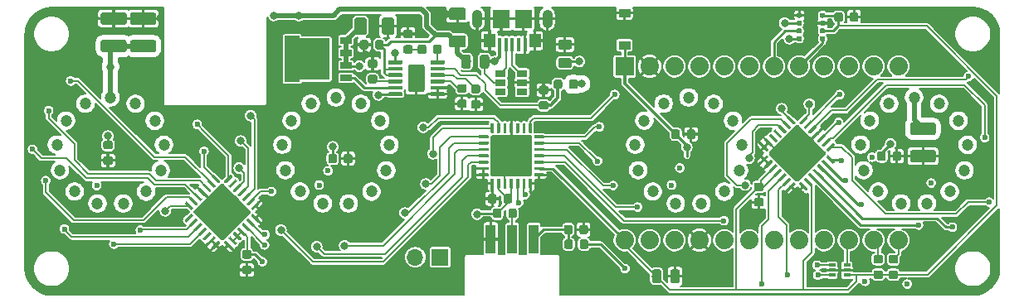
<source format=gbr>
G04 #@! TF.GenerationSoftware,KiCad,Pcbnew,(5.1.4)-1*
G04 #@! TF.CreationDate,2020-01-25T19:49:42-07:00*
G04 #@! TF.ProjectId,PCBV1,50434256-312e-46b6-9963-61645f706362,rev?*
G04 #@! TF.SameCoordinates,Original*
G04 #@! TF.FileFunction,Copper,L4,Bot*
G04 #@! TF.FilePolarity,Positive*
%FSLAX46Y46*%
G04 Gerber Fmt 4.6, Leading zero omitted, Abs format (unit mm)*
G04 Created by KiCad (PCBNEW (5.1.4)-1) date 2020-01-25 19:49:42*
%MOMM*%
%LPD*%
G04 APERTURE LIST*
%ADD10C,0.100000*%
%ADD11C,0.975000*%
%ADD12R,1.200000X0.900000*%
%ADD13O,1.700000X1.700000*%
%ADD14R,1.700000X1.700000*%
%ADD15C,0.875000*%
%ADD16R,1.000000X3.000000*%
%ADD17R,1.060000X0.650000*%
%ADD18R,1.150000X1.450000*%
%ADD19O,1.050000X1.900000*%
%ADD20R,1.750000X1.900000*%
%ADD21R,0.400000X1.400000*%
%ADD22C,0.500000*%
%ADD23R,0.700000X0.400000*%
%ADD24C,1.879600*%
%ADD25R,1.879600X1.879600*%
%ADD26C,0.300000*%
%ADD27C,4.250000*%
%ADD28C,1.250000*%
%ADD29R,1.150000X0.700000*%
%ADD30R,3.300000X4.200000*%
%ADD31R,1.550000X4.700000*%
%ADD32C,1.200000*%
%ADD33C,1.650000*%
%ADD34C,0.400000*%
%ADD35C,0.800000*%
%ADD36C,0.600000*%
%ADD37C,0.200000*%
%ADD38C,0.500000*%
%ADD39C,0.250000*%
%ADD40C,0.300000*%
%ADD41C,0.150000*%
G04 APERTURE END LIST*
D10*
G36*
X105855142Y-53601174D02*
G01*
X105878803Y-53604684D01*
X105902007Y-53610496D01*
X105924529Y-53618554D01*
X105946153Y-53628782D01*
X105966670Y-53641079D01*
X105985883Y-53655329D01*
X106003607Y-53671393D01*
X106019671Y-53689117D01*
X106033921Y-53708330D01*
X106046218Y-53728847D01*
X106056446Y-53750471D01*
X106064504Y-53772993D01*
X106070316Y-53796197D01*
X106073826Y-53819858D01*
X106075000Y-53843750D01*
X106075000Y-54331250D01*
X106073826Y-54355142D01*
X106070316Y-54378803D01*
X106064504Y-54402007D01*
X106056446Y-54424529D01*
X106046218Y-54446153D01*
X106033921Y-54466670D01*
X106019671Y-54485883D01*
X106003607Y-54503607D01*
X105985883Y-54519671D01*
X105966670Y-54533921D01*
X105946153Y-54546218D01*
X105924529Y-54556446D01*
X105902007Y-54564504D01*
X105878803Y-54570316D01*
X105855142Y-54573826D01*
X105831250Y-54575000D01*
X104918750Y-54575000D01*
X104894858Y-54573826D01*
X104871197Y-54570316D01*
X104847993Y-54564504D01*
X104825471Y-54556446D01*
X104803847Y-54546218D01*
X104783330Y-54533921D01*
X104764117Y-54519671D01*
X104746393Y-54503607D01*
X104730329Y-54485883D01*
X104716079Y-54466670D01*
X104703782Y-54446153D01*
X104693554Y-54424529D01*
X104685496Y-54402007D01*
X104679684Y-54378803D01*
X104676174Y-54355142D01*
X104675000Y-54331250D01*
X104675000Y-53843750D01*
X104676174Y-53819858D01*
X104679684Y-53796197D01*
X104685496Y-53772993D01*
X104693554Y-53750471D01*
X104703782Y-53728847D01*
X104716079Y-53708330D01*
X104730329Y-53689117D01*
X104746393Y-53671393D01*
X104764117Y-53655329D01*
X104783330Y-53641079D01*
X104803847Y-53628782D01*
X104825471Y-53618554D01*
X104847993Y-53610496D01*
X104871197Y-53604684D01*
X104894858Y-53601174D01*
X104918750Y-53600000D01*
X105831250Y-53600000D01*
X105855142Y-53601174D01*
X105855142Y-53601174D01*
G37*
D11*
X105375000Y-54087500D03*
D10*
G36*
X105855142Y-55476174D02*
G01*
X105878803Y-55479684D01*
X105902007Y-55485496D01*
X105924529Y-55493554D01*
X105946153Y-55503782D01*
X105966670Y-55516079D01*
X105985883Y-55530329D01*
X106003607Y-55546393D01*
X106019671Y-55564117D01*
X106033921Y-55583330D01*
X106046218Y-55603847D01*
X106056446Y-55625471D01*
X106064504Y-55647993D01*
X106070316Y-55671197D01*
X106073826Y-55694858D01*
X106075000Y-55718750D01*
X106075000Y-56206250D01*
X106073826Y-56230142D01*
X106070316Y-56253803D01*
X106064504Y-56277007D01*
X106056446Y-56299529D01*
X106046218Y-56321153D01*
X106033921Y-56341670D01*
X106019671Y-56360883D01*
X106003607Y-56378607D01*
X105985883Y-56394671D01*
X105966670Y-56408921D01*
X105946153Y-56421218D01*
X105924529Y-56431446D01*
X105902007Y-56439504D01*
X105878803Y-56445316D01*
X105855142Y-56448826D01*
X105831250Y-56450000D01*
X104918750Y-56450000D01*
X104894858Y-56448826D01*
X104871197Y-56445316D01*
X104847993Y-56439504D01*
X104825471Y-56431446D01*
X104803847Y-56421218D01*
X104783330Y-56408921D01*
X104764117Y-56394671D01*
X104746393Y-56378607D01*
X104730329Y-56360883D01*
X104716079Y-56341670D01*
X104703782Y-56321153D01*
X104693554Y-56299529D01*
X104685496Y-56277007D01*
X104679684Y-56253803D01*
X104676174Y-56230142D01*
X104675000Y-56206250D01*
X104675000Y-55718750D01*
X104676174Y-55694858D01*
X104679684Y-55671197D01*
X104685496Y-55647993D01*
X104693554Y-55625471D01*
X104703782Y-55603847D01*
X104716079Y-55583330D01*
X104730329Y-55564117D01*
X104746393Y-55546393D01*
X104764117Y-55530329D01*
X104783330Y-55516079D01*
X104803847Y-55503782D01*
X104825471Y-55493554D01*
X104847993Y-55485496D01*
X104871197Y-55479684D01*
X104894858Y-55476174D01*
X104918750Y-55475000D01*
X105831250Y-55475000D01*
X105855142Y-55476174D01*
X105855142Y-55476174D01*
G37*
D11*
X105375000Y-55962500D03*
D12*
X111450000Y-50850000D03*
X111450000Y-54150000D03*
D13*
X90110000Y-75825000D03*
D14*
X92650000Y-75825000D03*
D10*
G36*
X116880142Y-77076174D02*
G01*
X116903803Y-77079684D01*
X116927007Y-77085496D01*
X116949529Y-77093554D01*
X116971153Y-77103782D01*
X116991670Y-77116079D01*
X117010883Y-77130329D01*
X117028607Y-77146393D01*
X117044671Y-77164117D01*
X117058921Y-77183330D01*
X117071218Y-77203847D01*
X117081446Y-77225471D01*
X117089504Y-77247993D01*
X117095316Y-77271197D01*
X117098826Y-77294858D01*
X117100000Y-77318750D01*
X117100000Y-78231250D01*
X117098826Y-78255142D01*
X117095316Y-78278803D01*
X117089504Y-78302007D01*
X117081446Y-78324529D01*
X117071218Y-78346153D01*
X117058921Y-78366670D01*
X117044671Y-78385883D01*
X117028607Y-78403607D01*
X117010883Y-78419671D01*
X116991670Y-78433921D01*
X116971153Y-78446218D01*
X116949529Y-78456446D01*
X116927007Y-78464504D01*
X116903803Y-78470316D01*
X116880142Y-78473826D01*
X116856250Y-78475000D01*
X116368750Y-78475000D01*
X116344858Y-78473826D01*
X116321197Y-78470316D01*
X116297993Y-78464504D01*
X116275471Y-78456446D01*
X116253847Y-78446218D01*
X116233330Y-78433921D01*
X116214117Y-78419671D01*
X116196393Y-78403607D01*
X116180329Y-78385883D01*
X116166079Y-78366670D01*
X116153782Y-78346153D01*
X116143554Y-78324529D01*
X116135496Y-78302007D01*
X116129684Y-78278803D01*
X116126174Y-78255142D01*
X116125000Y-78231250D01*
X116125000Y-77318750D01*
X116126174Y-77294858D01*
X116129684Y-77271197D01*
X116135496Y-77247993D01*
X116143554Y-77225471D01*
X116153782Y-77203847D01*
X116166079Y-77183330D01*
X116180329Y-77164117D01*
X116196393Y-77146393D01*
X116214117Y-77130329D01*
X116233330Y-77116079D01*
X116253847Y-77103782D01*
X116275471Y-77093554D01*
X116297993Y-77085496D01*
X116321197Y-77079684D01*
X116344858Y-77076174D01*
X116368750Y-77075000D01*
X116856250Y-77075000D01*
X116880142Y-77076174D01*
X116880142Y-77076174D01*
G37*
D11*
X116612500Y-77775000D03*
D10*
G36*
X115005142Y-77076174D02*
G01*
X115028803Y-77079684D01*
X115052007Y-77085496D01*
X115074529Y-77093554D01*
X115096153Y-77103782D01*
X115116670Y-77116079D01*
X115135883Y-77130329D01*
X115153607Y-77146393D01*
X115169671Y-77164117D01*
X115183921Y-77183330D01*
X115196218Y-77203847D01*
X115206446Y-77225471D01*
X115214504Y-77247993D01*
X115220316Y-77271197D01*
X115223826Y-77294858D01*
X115225000Y-77318750D01*
X115225000Y-78231250D01*
X115223826Y-78255142D01*
X115220316Y-78278803D01*
X115214504Y-78302007D01*
X115206446Y-78324529D01*
X115196218Y-78346153D01*
X115183921Y-78366670D01*
X115169671Y-78385883D01*
X115153607Y-78403607D01*
X115135883Y-78419671D01*
X115116670Y-78433921D01*
X115096153Y-78446218D01*
X115074529Y-78456446D01*
X115052007Y-78464504D01*
X115028803Y-78470316D01*
X115005142Y-78473826D01*
X114981250Y-78475000D01*
X114493750Y-78475000D01*
X114469858Y-78473826D01*
X114446197Y-78470316D01*
X114422993Y-78464504D01*
X114400471Y-78456446D01*
X114378847Y-78446218D01*
X114358330Y-78433921D01*
X114339117Y-78419671D01*
X114321393Y-78403607D01*
X114305329Y-78385883D01*
X114291079Y-78366670D01*
X114278782Y-78346153D01*
X114268554Y-78324529D01*
X114260496Y-78302007D01*
X114254684Y-78278803D01*
X114251174Y-78255142D01*
X114250000Y-78231250D01*
X114250000Y-77318750D01*
X114251174Y-77294858D01*
X114254684Y-77271197D01*
X114260496Y-77247993D01*
X114268554Y-77225471D01*
X114278782Y-77203847D01*
X114291079Y-77183330D01*
X114305329Y-77164117D01*
X114321393Y-77146393D01*
X114339117Y-77130329D01*
X114358330Y-77116079D01*
X114378847Y-77103782D01*
X114400471Y-77093554D01*
X114422993Y-77085496D01*
X114446197Y-77079684D01*
X114469858Y-77076174D01*
X114493750Y-77075000D01*
X114981250Y-77075000D01*
X115005142Y-77076174D01*
X115005142Y-77076174D01*
G37*
D11*
X114737500Y-77775000D03*
D10*
G36*
X107527691Y-72526053D02*
G01*
X107548926Y-72529203D01*
X107569750Y-72534419D01*
X107589962Y-72541651D01*
X107609368Y-72550830D01*
X107627781Y-72561866D01*
X107645024Y-72574654D01*
X107660930Y-72589070D01*
X107675346Y-72604976D01*
X107688134Y-72622219D01*
X107699170Y-72640632D01*
X107708349Y-72660038D01*
X107715581Y-72680250D01*
X107720797Y-72701074D01*
X107723947Y-72722309D01*
X107725000Y-72743750D01*
X107725000Y-73256250D01*
X107723947Y-73277691D01*
X107720797Y-73298926D01*
X107715581Y-73319750D01*
X107708349Y-73339962D01*
X107699170Y-73359368D01*
X107688134Y-73377781D01*
X107675346Y-73395024D01*
X107660930Y-73410930D01*
X107645024Y-73425346D01*
X107627781Y-73438134D01*
X107609368Y-73449170D01*
X107589962Y-73458349D01*
X107569750Y-73465581D01*
X107548926Y-73470797D01*
X107527691Y-73473947D01*
X107506250Y-73475000D01*
X107068750Y-73475000D01*
X107047309Y-73473947D01*
X107026074Y-73470797D01*
X107005250Y-73465581D01*
X106985038Y-73458349D01*
X106965632Y-73449170D01*
X106947219Y-73438134D01*
X106929976Y-73425346D01*
X106914070Y-73410930D01*
X106899654Y-73395024D01*
X106886866Y-73377781D01*
X106875830Y-73359368D01*
X106866651Y-73339962D01*
X106859419Y-73319750D01*
X106854203Y-73298926D01*
X106851053Y-73277691D01*
X106850000Y-73256250D01*
X106850000Y-72743750D01*
X106851053Y-72722309D01*
X106854203Y-72701074D01*
X106859419Y-72680250D01*
X106866651Y-72660038D01*
X106875830Y-72640632D01*
X106886866Y-72622219D01*
X106899654Y-72604976D01*
X106914070Y-72589070D01*
X106929976Y-72574654D01*
X106947219Y-72561866D01*
X106965632Y-72550830D01*
X106985038Y-72541651D01*
X107005250Y-72534419D01*
X107026074Y-72529203D01*
X107047309Y-72526053D01*
X107068750Y-72525000D01*
X107506250Y-72525000D01*
X107527691Y-72526053D01*
X107527691Y-72526053D01*
G37*
D15*
X107287500Y-73000000D03*
D10*
G36*
X105952691Y-72526053D02*
G01*
X105973926Y-72529203D01*
X105994750Y-72534419D01*
X106014962Y-72541651D01*
X106034368Y-72550830D01*
X106052781Y-72561866D01*
X106070024Y-72574654D01*
X106085930Y-72589070D01*
X106100346Y-72604976D01*
X106113134Y-72622219D01*
X106124170Y-72640632D01*
X106133349Y-72660038D01*
X106140581Y-72680250D01*
X106145797Y-72701074D01*
X106148947Y-72722309D01*
X106150000Y-72743750D01*
X106150000Y-73256250D01*
X106148947Y-73277691D01*
X106145797Y-73298926D01*
X106140581Y-73319750D01*
X106133349Y-73339962D01*
X106124170Y-73359368D01*
X106113134Y-73377781D01*
X106100346Y-73395024D01*
X106085930Y-73410930D01*
X106070024Y-73425346D01*
X106052781Y-73438134D01*
X106034368Y-73449170D01*
X106014962Y-73458349D01*
X105994750Y-73465581D01*
X105973926Y-73470797D01*
X105952691Y-73473947D01*
X105931250Y-73475000D01*
X105493750Y-73475000D01*
X105472309Y-73473947D01*
X105451074Y-73470797D01*
X105430250Y-73465581D01*
X105410038Y-73458349D01*
X105390632Y-73449170D01*
X105372219Y-73438134D01*
X105354976Y-73425346D01*
X105339070Y-73410930D01*
X105324654Y-73395024D01*
X105311866Y-73377781D01*
X105300830Y-73359368D01*
X105291651Y-73339962D01*
X105284419Y-73319750D01*
X105279203Y-73298926D01*
X105276053Y-73277691D01*
X105275000Y-73256250D01*
X105275000Y-72743750D01*
X105276053Y-72722309D01*
X105279203Y-72701074D01*
X105284419Y-72680250D01*
X105291651Y-72660038D01*
X105300830Y-72640632D01*
X105311866Y-72622219D01*
X105324654Y-72604976D01*
X105339070Y-72589070D01*
X105354976Y-72574654D01*
X105372219Y-72561866D01*
X105390632Y-72550830D01*
X105410038Y-72541651D01*
X105430250Y-72534419D01*
X105451074Y-72529203D01*
X105472309Y-72526053D01*
X105493750Y-72525000D01*
X105931250Y-72525000D01*
X105952691Y-72526053D01*
X105952691Y-72526053D01*
G37*
D15*
X105712500Y-73000000D03*
D10*
G36*
X105990191Y-74026053D02*
G01*
X106011426Y-74029203D01*
X106032250Y-74034419D01*
X106052462Y-74041651D01*
X106071868Y-74050830D01*
X106090281Y-74061866D01*
X106107524Y-74074654D01*
X106123430Y-74089070D01*
X106137846Y-74104976D01*
X106150634Y-74122219D01*
X106161670Y-74140632D01*
X106170849Y-74160038D01*
X106178081Y-74180250D01*
X106183297Y-74201074D01*
X106186447Y-74222309D01*
X106187500Y-74243750D01*
X106187500Y-74756250D01*
X106186447Y-74777691D01*
X106183297Y-74798926D01*
X106178081Y-74819750D01*
X106170849Y-74839962D01*
X106161670Y-74859368D01*
X106150634Y-74877781D01*
X106137846Y-74895024D01*
X106123430Y-74910930D01*
X106107524Y-74925346D01*
X106090281Y-74938134D01*
X106071868Y-74949170D01*
X106052462Y-74958349D01*
X106032250Y-74965581D01*
X106011426Y-74970797D01*
X105990191Y-74973947D01*
X105968750Y-74975000D01*
X105531250Y-74975000D01*
X105509809Y-74973947D01*
X105488574Y-74970797D01*
X105467750Y-74965581D01*
X105447538Y-74958349D01*
X105428132Y-74949170D01*
X105409719Y-74938134D01*
X105392476Y-74925346D01*
X105376570Y-74910930D01*
X105362154Y-74895024D01*
X105349366Y-74877781D01*
X105338330Y-74859368D01*
X105329151Y-74839962D01*
X105321919Y-74819750D01*
X105316703Y-74798926D01*
X105313553Y-74777691D01*
X105312500Y-74756250D01*
X105312500Y-74243750D01*
X105313553Y-74222309D01*
X105316703Y-74201074D01*
X105321919Y-74180250D01*
X105329151Y-74160038D01*
X105338330Y-74140632D01*
X105349366Y-74122219D01*
X105362154Y-74104976D01*
X105376570Y-74089070D01*
X105392476Y-74074654D01*
X105409719Y-74061866D01*
X105428132Y-74050830D01*
X105447538Y-74041651D01*
X105467750Y-74034419D01*
X105488574Y-74029203D01*
X105509809Y-74026053D01*
X105531250Y-74025000D01*
X105968750Y-74025000D01*
X105990191Y-74026053D01*
X105990191Y-74026053D01*
G37*
D15*
X105750000Y-74500000D03*
D10*
G36*
X107565191Y-74026053D02*
G01*
X107586426Y-74029203D01*
X107607250Y-74034419D01*
X107627462Y-74041651D01*
X107646868Y-74050830D01*
X107665281Y-74061866D01*
X107682524Y-74074654D01*
X107698430Y-74089070D01*
X107712846Y-74104976D01*
X107725634Y-74122219D01*
X107736670Y-74140632D01*
X107745849Y-74160038D01*
X107753081Y-74180250D01*
X107758297Y-74201074D01*
X107761447Y-74222309D01*
X107762500Y-74243750D01*
X107762500Y-74756250D01*
X107761447Y-74777691D01*
X107758297Y-74798926D01*
X107753081Y-74819750D01*
X107745849Y-74839962D01*
X107736670Y-74859368D01*
X107725634Y-74877781D01*
X107712846Y-74895024D01*
X107698430Y-74910930D01*
X107682524Y-74925346D01*
X107665281Y-74938134D01*
X107646868Y-74949170D01*
X107627462Y-74958349D01*
X107607250Y-74965581D01*
X107586426Y-74970797D01*
X107565191Y-74973947D01*
X107543750Y-74975000D01*
X107106250Y-74975000D01*
X107084809Y-74973947D01*
X107063574Y-74970797D01*
X107042750Y-74965581D01*
X107022538Y-74958349D01*
X107003132Y-74949170D01*
X106984719Y-74938134D01*
X106967476Y-74925346D01*
X106951570Y-74910930D01*
X106937154Y-74895024D01*
X106924366Y-74877781D01*
X106913330Y-74859368D01*
X106904151Y-74839962D01*
X106896919Y-74819750D01*
X106891703Y-74798926D01*
X106888553Y-74777691D01*
X106887500Y-74756250D01*
X106887500Y-74243750D01*
X106888553Y-74222309D01*
X106891703Y-74201074D01*
X106896919Y-74180250D01*
X106904151Y-74160038D01*
X106913330Y-74140632D01*
X106924366Y-74122219D01*
X106937154Y-74104976D01*
X106951570Y-74089070D01*
X106967476Y-74074654D01*
X106984719Y-74061866D01*
X107003132Y-74050830D01*
X107022538Y-74041651D01*
X107042750Y-74034419D01*
X107063574Y-74029203D01*
X107084809Y-74026053D01*
X107106250Y-74025000D01*
X107543750Y-74025000D01*
X107565191Y-74026053D01*
X107565191Y-74026053D01*
G37*
D15*
X107325000Y-74500000D03*
D10*
G36*
X139490191Y-65026053D02*
G01*
X139511426Y-65029203D01*
X139532250Y-65034419D01*
X139552462Y-65041651D01*
X139571868Y-65050830D01*
X139590281Y-65061866D01*
X139607524Y-65074654D01*
X139623430Y-65089070D01*
X139637846Y-65104976D01*
X139650634Y-65122219D01*
X139661670Y-65140632D01*
X139670849Y-65160038D01*
X139678081Y-65180250D01*
X139683297Y-65201074D01*
X139686447Y-65222309D01*
X139687500Y-65243750D01*
X139687500Y-65756250D01*
X139686447Y-65777691D01*
X139683297Y-65798926D01*
X139678081Y-65819750D01*
X139670849Y-65839962D01*
X139661670Y-65859368D01*
X139650634Y-65877781D01*
X139637846Y-65895024D01*
X139623430Y-65910930D01*
X139607524Y-65925346D01*
X139590281Y-65938134D01*
X139571868Y-65949170D01*
X139552462Y-65958349D01*
X139532250Y-65965581D01*
X139511426Y-65970797D01*
X139490191Y-65973947D01*
X139468750Y-65975000D01*
X139031250Y-65975000D01*
X139009809Y-65973947D01*
X138988574Y-65970797D01*
X138967750Y-65965581D01*
X138947538Y-65958349D01*
X138928132Y-65949170D01*
X138909719Y-65938134D01*
X138892476Y-65925346D01*
X138876570Y-65910930D01*
X138862154Y-65895024D01*
X138849366Y-65877781D01*
X138838330Y-65859368D01*
X138829151Y-65839962D01*
X138821919Y-65819750D01*
X138816703Y-65798926D01*
X138813553Y-65777691D01*
X138812500Y-65756250D01*
X138812500Y-65243750D01*
X138813553Y-65222309D01*
X138816703Y-65201074D01*
X138821919Y-65180250D01*
X138829151Y-65160038D01*
X138838330Y-65140632D01*
X138849366Y-65122219D01*
X138862154Y-65104976D01*
X138876570Y-65089070D01*
X138892476Y-65074654D01*
X138909719Y-65061866D01*
X138928132Y-65050830D01*
X138947538Y-65041651D01*
X138967750Y-65034419D01*
X138988574Y-65029203D01*
X139009809Y-65026053D01*
X139031250Y-65025000D01*
X139468750Y-65025000D01*
X139490191Y-65026053D01*
X139490191Y-65026053D01*
G37*
D15*
X139250000Y-65500000D03*
D10*
G36*
X137915191Y-65026053D02*
G01*
X137936426Y-65029203D01*
X137957250Y-65034419D01*
X137977462Y-65041651D01*
X137996868Y-65050830D01*
X138015281Y-65061866D01*
X138032524Y-65074654D01*
X138048430Y-65089070D01*
X138062846Y-65104976D01*
X138075634Y-65122219D01*
X138086670Y-65140632D01*
X138095849Y-65160038D01*
X138103081Y-65180250D01*
X138108297Y-65201074D01*
X138111447Y-65222309D01*
X138112500Y-65243750D01*
X138112500Y-65756250D01*
X138111447Y-65777691D01*
X138108297Y-65798926D01*
X138103081Y-65819750D01*
X138095849Y-65839962D01*
X138086670Y-65859368D01*
X138075634Y-65877781D01*
X138062846Y-65895024D01*
X138048430Y-65910930D01*
X138032524Y-65925346D01*
X138015281Y-65938134D01*
X137996868Y-65949170D01*
X137977462Y-65958349D01*
X137957250Y-65965581D01*
X137936426Y-65970797D01*
X137915191Y-65973947D01*
X137893750Y-65975000D01*
X137456250Y-65975000D01*
X137434809Y-65973947D01*
X137413574Y-65970797D01*
X137392750Y-65965581D01*
X137372538Y-65958349D01*
X137353132Y-65949170D01*
X137334719Y-65938134D01*
X137317476Y-65925346D01*
X137301570Y-65910930D01*
X137287154Y-65895024D01*
X137274366Y-65877781D01*
X137263330Y-65859368D01*
X137254151Y-65839962D01*
X137246919Y-65819750D01*
X137241703Y-65798926D01*
X137238553Y-65777691D01*
X137237500Y-65756250D01*
X137237500Y-65243750D01*
X137238553Y-65222309D01*
X137241703Y-65201074D01*
X137246919Y-65180250D01*
X137254151Y-65160038D01*
X137263330Y-65140632D01*
X137274366Y-65122219D01*
X137287154Y-65104976D01*
X137301570Y-65089070D01*
X137317476Y-65074654D01*
X137334719Y-65061866D01*
X137353132Y-65050830D01*
X137372538Y-65041651D01*
X137392750Y-65034419D01*
X137413574Y-65029203D01*
X137434809Y-65026053D01*
X137456250Y-65025000D01*
X137893750Y-65025000D01*
X137915191Y-65026053D01*
X137915191Y-65026053D01*
G37*
D15*
X137675000Y-65500000D03*
D10*
G36*
X118490191Y-62776053D02*
G01*
X118511426Y-62779203D01*
X118532250Y-62784419D01*
X118552462Y-62791651D01*
X118571868Y-62800830D01*
X118590281Y-62811866D01*
X118607524Y-62824654D01*
X118623430Y-62839070D01*
X118637846Y-62854976D01*
X118650634Y-62872219D01*
X118661670Y-62890632D01*
X118670849Y-62910038D01*
X118678081Y-62930250D01*
X118683297Y-62951074D01*
X118686447Y-62972309D01*
X118687500Y-62993750D01*
X118687500Y-63506250D01*
X118686447Y-63527691D01*
X118683297Y-63548926D01*
X118678081Y-63569750D01*
X118670849Y-63589962D01*
X118661670Y-63609368D01*
X118650634Y-63627781D01*
X118637846Y-63645024D01*
X118623430Y-63660930D01*
X118607524Y-63675346D01*
X118590281Y-63688134D01*
X118571868Y-63699170D01*
X118552462Y-63708349D01*
X118532250Y-63715581D01*
X118511426Y-63720797D01*
X118490191Y-63723947D01*
X118468750Y-63725000D01*
X118031250Y-63725000D01*
X118009809Y-63723947D01*
X117988574Y-63720797D01*
X117967750Y-63715581D01*
X117947538Y-63708349D01*
X117928132Y-63699170D01*
X117909719Y-63688134D01*
X117892476Y-63675346D01*
X117876570Y-63660930D01*
X117862154Y-63645024D01*
X117849366Y-63627781D01*
X117838330Y-63609368D01*
X117829151Y-63589962D01*
X117821919Y-63569750D01*
X117816703Y-63548926D01*
X117813553Y-63527691D01*
X117812500Y-63506250D01*
X117812500Y-62993750D01*
X117813553Y-62972309D01*
X117816703Y-62951074D01*
X117821919Y-62930250D01*
X117829151Y-62910038D01*
X117838330Y-62890632D01*
X117849366Y-62872219D01*
X117862154Y-62854976D01*
X117876570Y-62839070D01*
X117892476Y-62824654D01*
X117909719Y-62811866D01*
X117928132Y-62800830D01*
X117947538Y-62791651D01*
X117967750Y-62784419D01*
X117988574Y-62779203D01*
X118009809Y-62776053D01*
X118031250Y-62775000D01*
X118468750Y-62775000D01*
X118490191Y-62776053D01*
X118490191Y-62776053D01*
G37*
D15*
X118250000Y-63250000D03*
D10*
G36*
X116915191Y-62776053D02*
G01*
X116936426Y-62779203D01*
X116957250Y-62784419D01*
X116977462Y-62791651D01*
X116996868Y-62800830D01*
X117015281Y-62811866D01*
X117032524Y-62824654D01*
X117048430Y-62839070D01*
X117062846Y-62854976D01*
X117075634Y-62872219D01*
X117086670Y-62890632D01*
X117095849Y-62910038D01*
X117103081Y-62930250D01*
X117108297Y-62951074D01*
X117111447Y-62972309D01*
X117112500Y-62993750D01*
X117112500Y-63506250D01*
X117111447Y-63527691D01*
X117108297Y-63548926D01*
X117103081Y-63569750D01*
X117095849Y-63589962D01*
X117086670Y-63609368D01*
X117075634Y-63627781D01*
X117062846Y-63645024D01*
X117048430Y-63660930D01*
X117032524Y-63675346D01*
X117015281Y-63688134D01*
X116996868Y-63699170D01*
X116977462Y-63708349D01*
X116957250Y-63715581D01*
X116936426Y-63720797D01*
X116915191Y-63723947D01*
X116893750Y-63725000D01*
X116456250Y-63725000D01*
X116434809Y-63723947D01*
X116413574Y-63720797D01*
X116392750Y-63715581D01*
X116372538Y-63708349D01*
X116353132Y-63699170D01*
X116334719Y-63688134D01*
X116317476Y-63675346D01*
X116301570Y-63660930D01*
X116287154Y-63645024D01*
X116274366Y-63627781D01*
X116263330Y-63609368D01*
X116254151Y-63589962D01*
X116246919Y-63569750D01*
X116241703Y-63548926D01*
X116238553Y-63527691D01*
X116237500Y-63506250D01*
X116237500Y-62993750D01*
X116238553Y-62972309D01*
X116241703Y-62951074D01*
X116246919Y-62930250D01*
X116254151Y-62910038D01*
X116263330Y-62890632D01*
X116274366Y-62872219D01*
X116287154Y-62854976D01*
X116301570Y-62839070D01*
X116317476Y-62824654D01*
X116334719Y-62811866D01*
X116353132Y-62800830D01*
X116372538Y-62791651D01*
X116392750Y-62784419D01*
X116413574Y-62779203D01*
X116434809Y-62776053D01*
X116456250Y-62775000D01*
X116893750Y-62775000D01*
X116915191Y-62776053D01*
X116915191Y-62776053D01*
G37*
D15*
X116675000Y-63250000D03*
D10*
G36*
X83490191Y-65276053D02*
G01*
X83511426Y-65279203D01*
X83532250Y-65284419D01*
X83552462Y-65291651D01*
X83571868Y-65300830D01*
X83590281Y-65311866D01*
X83607524Y-65324654D01*
X83623430Y-65339070D01*
X83637846Y-65354976D01*
X83650634Y-65372219D01*
X83661670Y-65390632D01*
X83670849Y-65410038D01*
X83678081Y-65430250D01*
X83683297Y-65451074D01*
X83686447Y-65472309D01*
X83687500Y-65493750D01*
X83687500Y-66006250D01*
X83686447Y-66027691D01*
X83683297Y-66048926D01*
X83678081Y-66069750D01*
X83670849Y-66089962D01*
X83661670Y-66109368D01*
X83650634Y-66127781D01*
X83637846Y-66145024D01*
X83623430Y-66160930D01*
X83607524Y-66175346D01*
X83590281Y-66188134D01*
X83571868Y-66199170D01*
X83552462Y-66208349D01*
X83532250Y-66215581D01*
X83511426Y-66220797D01*
X83490191Y-66223947D01*
X83468750Y-66225000D01*
X83031250Y-66225000D01*
X83009809Y-66223947D01*
X82988574Y-66220797D01*
X82967750Y-66215581D01*
X82947538Y-66208349D01*
X82928132Y-66199170D01*
X82909719Y-66188134D01*
X82892476Y-66175346D01*
X82876570Y-66160930D01*
X82862154Y-66145024D01*
X82849366Y-66127781D01*
X82838330Y-66109368D01*
X82829151Y-66089962D01*
X82821919Y-66069750D01*
X82816703Y-66048926D01*
X82813553Y-66027691D01*
X82812500Y-66006250D01*
X82812500Y-65493750D01*
X82813553Y-65472309D01*
X82816703Y-65451074D01*
X82821919Y-65430250D01*
X82829151Y-65410038D01*
X82838330Y-65390632D01*
X82849366Y-65372219D01*
X82862154Y-65354976D01*
X82876570Y-65339070D01*
X82892476Y-65324654D01*
X82909719Y-65311866D01*
X82928132Y-65300830D01*
X82947538Y-65291651D01*
X82967750Y-65284419D01*
X82988574Y-65279203D01*
X83009809Y-65276053D01*
X83031250Y-65275000D01*
X83468750Y-65275000D01*
X83490191Y-65276053D01*
X83490191Y-65276053D01*
G37*
D15*
X83250000Y-65750000D03*
D10*
G36*
X81915191Y-65276053D02*
G01*
X81936426Y-65279203D01*
X81957250Y-65284419D01*
X81977462Y-65291651D01*
X81996868Y-65300830D01*
X82015281Y-65311866D01*
X82032524Y-65324654D01*
X82048430Y-65339070D01*
X82062846Y-65354976D01*
X82075634Y-65372219D01*
X82086670Y-65390632D01*
X82095849Y-65410038D01*
X82103081Y-65430250D01*
X82108297Y-65451074D01*
X82111447Y-65472309D01*
X82112500Y-65493750D01*
X82112500Y-66006250D01*
X82111447Y-66027691D01*
X82108297Y-66048926D01*
X82103081Y-66069750D01*
X82095849Y-66089962D01*
X82086670Y-66109368D01*
X82075634Y-66127781D01*
X82062846Y-66145024D01*
X82048430Y-66160930D01*
X82032524Y-66175346D01*
X82015281Y-66188134D01*
X81996868Y-66199170D01*
X81977462Y-66208349D01*
X81957250Y-66215581D01*
X81936426Y-66220797D01*
X81915191Y-66223947D01*
X81893750Y-66225000D01*
X81456250Y-66225000D01*
X81434809Y-66223947D01*
X81413574Y-66220797D01*
X81392750Y-66215581D01*
X81372538Y-66208349D01*
X81353132Y-66199170D01*
X81334719Y-66188134D01*
X81317476Y-66175346D01*
X81301570Y-66160930D01*
X81287154Y-66145024D01*
X81274366Y-66127781D01*
X81263330Y-66109368D01*
X81254151Y-66089962D01*
X81246919Y-66069750D01*
X81241703Y-66048926D01*
X81238553Y-66027691D01*
X81237500Y-66006250D01*
X81237500Y-65493750D01*
X81238553Y-65472309D01*
X81241703Y-65451074D01*
X81246919Y-65430250D01*
X81254151Y-65410038D01*
X81263330Y-65390632D01*
X81274366Y-65372219D01*
X81287154Y-65354976D01*
X81301570Y-65339070D01*
X81317476Y-65324654D01*
X81334719Y-65311866D01*
X81353132Y-65300830D01*
X81372538Y-65291651D01*
X81392750Y-65284419D01*
X81413574Y-65279203D01*
X81434809Y-65276053D01*
X81456250Y-65275000D01*
X81893750Y-65275000D01*
X81915191Y-65276053D01*
X81915191Y-65276053D01*
G37*
D15*
X81675000Y-65750000D03*
D16*
X97800000Y-74000000D03*
X100000000Y-74000000D03*
X102200000Y-74000000D03*
D17*
X98800000Y-57975000D03*
X98800000Y-57025000D03*
X98800000Y-58925000D03*
X101000000Y-58925000D03*
X101000000Y-57975000D03*
X101000000Y-57025000D03*
D18*
X97680000Y-53680000D03*
X102320000Y-53680000D03*
D19*
X103575000Y-51450000D03*
X96425000Y-51450000D03*
D20*
X98875000Y-51450000D03*
D21*
X100000000Y-54100000D03*
X100650000Y-54100000D03*
X101300000Y-54100000D03*
X98700000Y-54100000D03*
X99350000Y-54100000D03*
D20*
X101125000Y-51450000D03*
D10*
G36*
X131812252Y-50845602D02*
G01*
X131824386Y-50847402D01*
X131836286Y-50850382D01*
X131847835Y-50854515D01*
X131858925Y-50859760D01*
X131869446Y-50866066D01*
X131879299Y-50873374D01*
X131888388Y-50881612D01*
X131896626Y-50890701D01*
X131903934Y-50900554D01*
X131910240Y-50911075D01*
X131915485Y-50922165D01*
X131919618Y-50933714D01*
X131922598Y-50945614D01*
X131924398Y-50957748D01*
X131925000Y-50970000D01*
X131925000Y-51220000D01*
X131924398Y-51232252D01*
X131922598Y-51244386D01*
X131919618Y-51256286D01*
X131915485Y-51267835D01*
X131910240Y-51278925D01*
X131903934Y-51289446D01*
X131896626Y-51299299D01*
X131888388Y-51308388D01*
X131879299Y-51316626D01*
X131869446Y-51323934D01*
X131858925Y-51330240D01*
X131847835Y-51335485D01*
X131836286Y-51339618D01*
X131824386Y-51342598D01*
X131812252Y-51344398D01*
X131800000Y-51345000D01*
X131525000Y-51345000D01*
X131512748Y-51344398D01*
X131500614Y-51342598D01*
X131488714Y-51339618D01*
X131477165Y-51335485D01*
X131466075Y-51330240D01*
X131455554Y-51323934D01*
X131445701Y-51316626D01*
X131436612Y-51308388D01*
X131428374Y-51299299D01*
X131421066Y-51289446D01*
X131414760Y-51278925D01*
X131409515Y-51267835D01*
X131405382Y-51256286D01*
X131402402Y-51244386D01*
X131400602Y-51232252D01*
X131400000Y-51220000D01*
X131400000Y-50970000D01*
X131400602Y-50957748D01*
X131402402Y-50945614D01*
X131405382Y-50933714D01*
X131409515Y-50922165D01*
X131414760Y-50911075D01*
X131421066Y-50900554D01*
X131428374Y-50890701D01*
X131436612Y-50881612D01*
X131445701Y-50873374D01*
X131455554Y-50866066D01*
X131466075Y-50859760D01*
X131477165Y-50854515D01*
X131488714Y-50850382D01*
X131500614Y-50847402D01*
X131512748Y-50845602D01*
X131525000Y-50845000D01*
X131800000Y-50845000D01*
X131812252Y-50845602D01*
X131812252Y-50845602D01*
G37*
D22*
X131662500Y-51095000D03*
D10*
G36*
X131812252Y-51645602D02*
G01*
X131824386Y-51647402D01*
X131836286Y-51650382D01*
X131847835Y-51654515D01*
X131858925Y-51659760D01*
X131869446Y-51666066D01*
X131879299Y-51673374D01*
X131888388Y-51681612D01*
X131896626Y-51690701D01*
X131903934Y-51700554D01*
X131910240Y-51711075D01*
X131915485Y-51722165D01*
X131919618Y-51733714D01*
X131922598Y-51745614D01*
X131924398Y-51757748D01*
X131925000Y-51770000D01*
X131925000Y-52020000D01*
X131924398Y-52032252D01*
X131922598Y-52044386D01*
X131919618Y-52056286D01*
X131915485Y-52067835D01*
X131910240Y-52078925D01*
X131903934Y-52089446D01*
X131896626Y-52099299D01*
X131888388Y-52108388D01*
X131879299Y-52116626D01*
X131869446Y-52123934D01*
X131858925Y-52130240D01*
X131847835Y-52135485D01*
X131836286Y-52139618D01*
X131824386Y-52142598D01*
X131812252Y-52144398D01*
X131800000Y-52145000D01*
X131525000Y-52145000D01*
X131512748Y-52144398D01*
X131500614Y-52142598D01*
X131488714Y-52139618D01*
X131477165Y-52135485D01*
X131466075Y-52130240D01*
X131455554Y-52123934D01*
X131445701Y-52116626D01*
X131436612Y-52108388D01*
X131428374Y-52099299D01*
X131421066Y-52089446D01*
X131414760Y-52078925D01*
X131409515Y-52067835D01*
X131405382Y-52056286D01*
X131402402Y-52044386D01*
X131400602Y-52032252D01*
X131400000Y-52020000D01*
X131400000Y-51770000D01*
X131400602Y-51757748D01*
X131402402Y-51745614D01*
X131405382Y-51733714D01*
X131409515Y-51722165D01*
X131414760Y-51711075D01*
X131421066Y-51700554D01*
X131428374Y-51690701D01*
X131436612Y-51681612D01*
X131445701Y-51673374D01*
X131455554Y-51666066D01*
X131466075Y-51659760D01*
X131477165Y-51654515D01*
X131488714Y-51650382D01*
X131500614Y-51647402D01*
X131512748Y-51645602D01*
X131525000Y-51645000D01*
X131800000Y-51645000D01*
X131812252Y-51645602D01*
X131812252Y-51645602D01*
G37*
D22*
X131662500Y-51895000D03*
D10*
G36*
X131812252Y-52445602D02*
G01*
X131824386Y-52447402D01*
X131836286Y-52450382D01*
X131847835Y-52454515D01*
X131858925Y-52459760D01*
X131869446Y-52466066D01*
X131879299Y-52473374D01*
X131888388Y-52481612D01*
X131896626Y-52490701D01*
X131903934Y-52500554D01*
X131910240Y-52511075D01*
X131915485Y-52522165D01*
X131919618Y-52533714D01*
X131922598Y-52545614D01*
X131924398Y-52557748D01*
X131925000Y-52570000D01*
X131925000Y-52820000D01*
X131924398Y-52832252D01*
X131922598Y-52844386D01*
X131919618Y-52856286D01*
X131915485Y-52867835D01*
X131910240Y-52878925D01*
X131903934Y-52889446D01*
X131896626Y-52899299D01*
X131888388Y-52908388D01*
X131879299Y-52916626D01*
X131869446Y-52923934D01*
X131858925Y-52930240D01*
X131847835Y-52935485D01*
X131836286Y-52939618D01*
X131824386Y-52942598D01*
X131812252Y-52944398D01*
X131800000Y-52945000D01*
X131525000Y-52945000D01*
X131512748Y-52944398D01*
X131500614Y-52942598D01*
X131488714Y-52939618D01*
X131477165Y-52935485D01*
X131466075Y-52930240D01*
X131455554Y-52923934D01*
X131445701Y-52916626D01*
X131436612Y-52908388D01*
X131428374Y-52899299D01*
X131421066Y-52889446D01*
X131414760Y-52878925D01*
X131409515Y-52867835D01*
X131405382Y-52856286D01*
X131402402Y-52844386D01*
X131400602Y-52832252D01*
X131400000Y-52820000D01*
X131400000Y-52570000D01*
X131400602Y-52557748D01*
X131402402Y-52545614D01*
X131405382Y-52533714D01*
X131409515Y-52522165D01*
X131414760Y-52511075D01*
X131421066Y-52500554D01*
X131428374Y-52490701D01*
X131436612Y-52481612D01*
X131445701Y-52473374D01*
X131455554Y-52466066D01*
X131466075Y-52459760D01*
X131477165Y-52454515D01*
X131488714Y-52450382D01*
X131500614Y-52447402D01*
X131512748Y-52445602D01*
X131525000Y-52445000D01*
X131800000Y-52445000D01*
X131812252Y-52445602D01*
X131812252Y-52445602D01*
G37*
D22*
X131662500Y-52695000D03*
D10*
G36*
X131812252Y-53245602D02*
G01*
X131824386Y-53247402D01*
X131836286Y-53250382D01*
X131847835Y-53254515D01*
X131858925Y-53259760D01*
X131869446Y-53266066D01*
X131879299Y-53273374D01*
X131888388Y-53281612D01*
X131896626Y-53290701D01*
X131903934Y-53300554D01*
X131910240Y-53311075D01*
X131915485Y-53322165D01*
X131919618Y-53333714D01*
X131922598Y-53345614D01*
X131924398Y-53357748D01*
X131925000Y-53370000D01*
X131925000Y-53620000D01*
X131924398Y-53632252D01*
X131922598Y-53644386D01*
X131919618Y-53656286D01*
X131915485Y-53667835D01*
X131910240Y-53678925D01*
X131903934Y-53689446D01*
X131896626Y-53699299D01*
X131888388Y-53708388D01*
X131879299Y-53716626D01*
X131869446Y-53723934D01*
X131858925Y-53730240D01*
X131847835Y-53735485D01*
X131836286Y-53739618D01*
X131824386Y-53742598D01*
X131812252Y-53744398D01*
X131800000Y-53745000D01*
X131525000Y-53745000D01*
X131512748Y-53744398D01*
X131500614Y-53742598D01*
X131488714Y-53739618D01*
X131477165Y-53735485D01*
X131466075Y-53730240D01*
X131455554Y-53723934D01*
X131445701Y-53716626D01*
X131436612Y-53708388D01*
X131428374Y-53699299D01*
X131421066Y-53689446D01*
X131414760Y-53678925D01*
X131409515Y-53667835D01*
X131405382Y-53656286D01*
X131402402Y-53644386D01*
X131400602Y-53632252D01*
X131400000Y-53620000D01*
X131400000Y-53370000D01*
X131400602Y-53357748D01*
X131402402Y-53345614D01*
X131405382Y-53333714D01*
X131409515Y-53322165D01*
X131414760Y-53311075D01*
X131421066Y-53300554D01*
X131428374Y-53290701D01*
X131436612Y-53281612D01*
X131445701Y-53273374D01*
X131455554Y-53266066D01*
X131466075Y-53259760D01*
X131477165Y-53254515D01*
X131488714Y-53250382D01*
X131500614Y-53247402D01*
X131512748Y-53245602D01*
X131525000Y-53245000D01*
X131800000Y-53245000D01*
X131812252Y-53245602D01*
X131812252Y-53245602D01*
G37*
D22*
X131662500Y-53495000D03*
D10*
G36*
X129437252Y-53245602D02*
G01*
X129449386Y-53247402D01*
X129461286Y-53250382D01*
X129472835Y-53254515D01*
X129483925Y-53259760D01*
X129494446Y-53266066D01*
X129504299Y-53273374D01*
X129513388Y-53281612D01*
X129521626Y-53290701D01*
X129528934Y-53300554D01*
X129535240Y-53311075D01*
X129540485Y-53322165D01*
X129544618Y-53333714D01*
X129547598Y-53345614D01*
X129549398Y-53357748D01*
X129550000Y-53370000D01*
X129550000Y-53620000D01*
X129549398Y-53632252D01*
X129547598Y-53644386D01*
X129544618Y-53656286D01*
X129540485Y-53667835D01*
X129535240Y-53678925D01*
X129528934Y-53689446D01*
X129521626Y-53699299D01*
X129513388Y-53708388D01*
X129504299Y-53716626D01*
X129494446Y-53723934D01*
X129483925Y-53730240D01*
X129472835Y-53735485D01*
X129461286Y-53739618D01*
X129449386Y-53742598D01*
X129437252Y-53744398D01*
X129425000Y-53745000D01*
X129150000Y-53745000D01*
X129137748Y-53744398D01*
X129125614Y-53742598D01*
X129113714Y-53739618D01*
X129102165Y-53735485D01*
X129091075Y-53730240D01*
X129080554Y-53723934D01*
X129070701Y-53716626D01*
X129061612Y-53708388D01*
X129053374Y-53699299D01*
X129046066Y-53689446D01*
X129039760Y-53678925D01*
X129034515Y-53667835D01*
X129030382Y-53656286D01*
X129027402Y-53644386D01*
X129025602Y-53632252D01*
X129025000Y-53620000D01*
X129025000Y-53370000D01*
X129025602Y-53357748D01*
X129027402Y-53345614D01*
X129030382Y-53333714D01*
X129034515Y-53322165D01*
X129039760Y-53311075D01*
X129046066Y-53300554D01*
X129053374Y-53290701D01*
X129061612Y-53281612D01*
X129070701Y-53273374D01*
X129080554Y-53266066D01*
X129091075Y-53259760D01*
X129102165Y-53254515D01*
X129113714Y-53250382D01*
X129125614Y-53247402D01*
X129137748Y-53245602D01*
X129150000Y-53245000D01*
X129425000Y-53245000D01*
X129437252Y-53245602D01*
X129437252Y-53245602D01*
G37*
D22*
X129287500Y-53495000D03*
D10*
G36*
X129437252Y-52445602D02*
G01*
X129449386Y-52447402D01*
X129461286Y-52450382D01*
X129472835Y-52454515D01*
X129483925Y-52459760D01*
X129494446Y-52466066D01*
X129504299Y-52473374D01*
X129513388Y-52481612D01*
X129521626Y-52490701D01*
X129528934Y-52500554D01*
X129535240Y-52511075D01*
X129540485Y-52522165D01*
X129544618Y-52533714D01*
X129547598Y-52545614D01*
X129549398Y-52557748D01*
X129550000Y-52570000D01*
X129550000Y-52820000D01*
X129549398Y-52832252D01*
X129547598Y-52844386D01*
X129544618Y-52856286D01*
X129540485Y-52867835D01*
X129535240Y-52878925D01*
X129528934Y-52889446D01*
X129521626Y-52899299D01*
X129513388Y-52908388D01*
X129504299Y-52916626D01*
X129494446Y-52923934D01*
X129483925Y-52930240D01*
X129472835Y-52935485D01*
X129461286Y-52939618D01*
X129449386Y-52942598D01*
X129437252Y-52944398D01*
X129425000Y-52945000D01*
X129150000Y-52945000D01*
X129137748Y-52944398D01*
X129125614Y-52942598D01*
X129113714Y-52939618D01*
X129102165Y-52935485D01*
X129091075Y-52930240D01*
X129080554Y-52923934D01*
X129070701Y-52916626D01*
X129061612Y-52908388D01*
X129053374Y-52899299D01*
X129046066Y-52889446D01*
X129039760Y-52878925D01*
X129034515Y-52867835D01*
X129030382Y-52856286D01*
X129027402Y-52844386D01*
X129025602Y-52832252D01*
X129025000Y-52820000D01*
X129025000Y-52570000D01*
X129025602Y-52557748D01*
X129027402Y-52545614D01*
X129030382Y-52533714D01*
X129034515Y-52522165D01*
X129039760Y-52511075D01*
X129046066Y-52500554D01*
X129053374Y-52490701D01*
X129061612Y-52481612D01*
X129070701Y-52473374D01*
X129080554Y-52466066D01*
X129091075Y-52459760D01*
X129102165Y-52454515D01*
X129113714Y-52450382D01*
X129125614Y-52447402D01*
X129137748Y-52445602D01*
X129150000Y-52445000D01*
X129425000Y-52445000D01*
X129437252Y-52445602D01*
X129437252Y-52445602D01*
G37*
D22*
X129287500Y-52695000D03*
D10*
G36*
X129437252Y-51645602D02*
G01*
X129449386Y-51647402D01*
X129461286Y-51650382D01*
X129472835Y-51654515D01*
X129483925Y-51659760D01*
X129494446Y-51666066D01*
X129504299Y-51673374D01*
X129513388Y-51681612D01*
X129521626Y-51690701D01*
X129528934Y-51700554D01*
X129535240Y-51711075D01*
X129540485Y-51722165D01*
X129544618Y-51733714D01*
X129547598Y-51745614D01*
X129549398Y-51757748D01*
X129550000Y-51770000D01*
X129550000Y-52020000D01*
X129549398Y-52032252D01*
X129547598Y-52044386D01*
X129544618Y-52056286D01*
X129540485Y-52067835D01*
X129535240Y-52078925D01*
X129528934Y-52089446D01*
X129521626Y-52099299D01*
X129513388Y-52108388D01*
X129504299Y-52116626D01*
X129494446Y-52123934D01*
X129483925Y-52130240D01*
X129472835Y-52135485D01*
X129461286Y-52139618D01*
X129449386Y-52142598D01*
X129437252Y-52144398D01*
X129425000Y-52145000D01*
X129150000Y-52145000D01*
X129137748Y-52144398D01*
X129125614Y-52142598D01*
X129113714Y-52139618D01*
X129102165Y-52135485D01*
X129091075Y-52130240D01*
X129080554Y-52123934D01*
X129070701Y-52116626D01*
X129061612Y-52108388D01*
X129053374Y-52099299D01*
X129046066Y-52089446D01*
X129039760Y-52078925D01*
X129034515Y-52067835D01*
X129030382Y-52056286D01*
X129027402Y-52044386D01*
X129025602Y-52032252D01*
X129025000Y-52020000D01*
X129025000Y-51770000D01*
X129025602Y-51757748D01*
X129027402Y-51745614D01*
X129030382Y-51733714D01*
X129034515Y-51722165D01*
X129039760Y-51711075D01*
X129046066Y-51700554D01*
X129053374Y-51690701D01*
X129061612Y-51681612D01*
X129070701Y-51673374D01*
X129080554Y-51666066D01*
X129091075Y-51659760D01*
X129102165Y-51654515D01*
X129113714Y-51650382D01*
X129125614Y-51647402D01*
X129137748Y-51645602D01*
X129150000Y-51645000D01*
X129425000Y-51645000D01*
X129437252Y-51645602D01*
X129437252Y-51645602D01*
G37*
D22*
X129287500Y-51895000D03*
D10*
G36*
X129437252Y-50845602D02*
G01*
X129449386Y-50847402D01*
X129461286Y-50850382D01*
X129472835Y-50854515D01*
X129483925Y-50859760D01*
X129494446Y-50866066D01*
X129504299Y-50873374D01*
X129513388Y-50881612D01*
X129521626Y-50890701D01*
X129528934Y-50900554D01*
X129535240Y-50911075D01*
X129540485Y-50922165D01*
X129544618Y-50933714D01*
X129547598Y-50945614D01*
X129549398Y-50957748D01*
X129550000Y-50970000D01*
X129550000Y-51220000D01*
X129549398Y-51232252D01*
X129547598Y-51244386D01*
X129544618Y-51256286D01*
X129540485Y-51267835D01*
X129535240Y-51278925D01*
X129528934Y-51289446D01*
X129521626Y-51299299D01*
X129513388Y-51308388D01*
X129504299Y-51316626D01*
X129494446Y-51323934D01*
X129483925Y-51330240D01*
X129472835Y-51335485D01*
X129461286Y-51339618D01*
X129449386Y-51342598D01*
X129437252Y-51344398D01*
X129425000Y-51345000D01*
X129150000Y-51345000D01*
X129137748Y-51344398D01*
X129125614Y-51342598D01*
X129113714Y-51339618D01*
X129102165Y-51335485D01*
X129091075Y-51330240D01*
X129080554Y-51323934D01*
X129070701Y-51316626D01*
X129061612Y-51308388D01*
X129053374Y-51299299D01*
X129046066Y-51289446D01*
X129039760Y-51278925D01*
X129034515Y-51267835D01*
X129030382Y-51256286D01*
X129027402Y-51244386D01*
X129025602Y-51232252D01*
X129025000Y-51220000D01*
X129025000Y-50970000D01*
X129025602Y-50957748D01*
X129027402Y-50945614D01*
X129030382Y-50933714D01*
X129034515Y-50922165D01*
X129039760Y-50911075D01*
X129046066Y-50900554D01*
X129053374Y-50890701D01*
X129061612Y-50881612D01*
X129070701Y-50873374D01*
X129080554Y-50866066D01*
X129091075Y-50859760D01*
X129102165Y-50854515D01*
X129113714Y-50850382D01*
X129125614Y-50847402D01*
X129137748Y-50845602D01*
X129150000Y-50845000D01*
X129425000Y-50845000D01*
X129437252Y-50845602D01*
X129437252Y-50845602D01*
G37*
D22*
X129287500Y-51095000D03*
D23*
X134150000Y-77150000D03*
X134150000Y-76650000D03*
X132650000Y-77150000D03*
X134150000Y-77650000D03*
X132650000Y-76650000D03*
X132650000Y-77650000D03*
D10*
G36*
X137612691Y-75601053D02*
G01*
X137633926Y-75604203D01*
X137654750Y-75609419D01*
X137674962Y-75616651D01*
X137694368Y-75625830D01*
X137712781Y-75636866D01*
X137730024Y-75649654D01*
X137745930Y-75664070D01*
X137760346Y-75679976D01*
X137773134Y-75697219D01*
X137784170Y-75715632D01*
X137793349Y-75735038D01*
X137800581Y-75755250D01*
X137805797Y-75776074D01*
X137808947Y-75797309D01*
X137810000Y-75818750D01*
X137810000Y-76256250D01*
X137808947Y-76277691D01*
X137805797Y-76298926D01*
X137800581Y-76319750D01*
X137793349Y-76339962D01*
X137784170Y-76359368D01*
X137773134Y-76377781D01*
X137760346Y-76395024D01*
X137745930Y-76410930D01*
X137730024Y-76425346D01*
X137712781Y-76438134D01*
X137694368Y-76449170D01*
X137674962Y-76458349D01*
X137654750Y-76465581D01*
X137633926Y-76470797D01*
X137612691Y-76473947D01*
X137591250Y-76475000D01*
X137078750Y-76475000D01*
X137057309Y-76473947D01*
X137036074Y-76470797D01*
X137015250Y-76465581D01*
X136995038Y-76458349D01*
X136975632Y-76449170D01*
X136957219Y-76438134D01*
X136939976Y-76425346D01*
X136924070Y-76410930D01*
X136909654Y-76395024D01*
X136896866Y-76377781D01*
X136885830Y-76359368D01*
X136876651Y-76339962D01*
X136869419Y-76319750D01*
X136864203Y-76298926D01*
X136861053Y-76277691D01*
X136860000Y-76256250D01*
X136860000Y-75818750D01*
X136861053Y-75797309D01*
X136864203Y-75776074D01*
X136869419Y-75755250D01*
X136876651Y-75735038D01*
X136885830Y-75715632D01*
X136896866Y-75697219D01*
X136909654Y-75679976D01*
X136924070Y-75664070D01*
X136939976Y-75649654D01*
X136957219Y-75636866D01*
X136975632Y-75625830D01*
X136995038Y-75616651D01*
X137015250Y-75609419D01*
X137036074Y-75604203D01*
X137057309Y-75601053D01*
X137078750Y-75600000D01*
X137591250Y-75600000D01*
X137612691Y-75601053D01*
X137612691Y-75601053D01*
G37*
D15*
X137335000Y-76037500D03*
D10*
G36*
X137612691Y-77176053D02*
G01*
X137633926Y-77179203D01*
X137654750Y-77184419D01*
X137674962Y-77191651D01*
X137694368Y-77200830D01*
X137712781Y-77211866D01*
X137730024Y-77224654D01*
X137745930Y-77239070D01*
X137760346Y-77254976D01*
X137773134Y-77272219D01*
X137784170Y-77290632D01*
X137793349Y-77310038D01*
X137800581Y-77330250D01*
X137805797Y-77351074D01*
X137808947Y-77372309D01*
X137810000Y-77393750D01*
X137810000Y-77831250D01*
X137808947Y-77852691D01*
X137805797Y-77873926D01*
X137800581Y-77894750D01*
X137793349Y-77914962D01*
X137784170Y-77934368D01*
X137773134Y-77952781D01*
X137760346Y-77970024D01*
X137745930Y-77985930D01*
X137730024Y-78000346D01*
X137712781Y-78013134D01*
X137694368Y-78024170D01*
X137674962Y-78033349D01*
X137654750Y-78040581D01*
X137633926Y-78045797D01*
X137612691Y-78048947D01*
X137591250Y-78050000D01*
X137078750Y-78050000D01*
X137057309Y-78048947D01*
X137036074Y-78045797D01*
X137015250Y-78040581D01*
X136995038Y-78033349D01*
X136975632Y-78024170D01*
X136957219Y-78013134D01*
X136939976Y-78000346D01*
X136924070Y-77985930D01*
X136909654Y-77970024D01*
X136896866Y-77952781D01*
X136885830Y-77934368D01*
X136876651Y-77914962D01*
X136869419Y-77894750D01*
X136864203Y-77873926D01*
X136861053Y-77852691D01*
X136860000Y-77831250D01*
X136860000Y-77393750D01*
X136861053Y-77372309D01*
X136864203Y-77351074D01*
X136869419Y-77330250D01*
X136876651Y-77310038D01*
X136885830Y-77290632D01*
X136896866Y-77272219D01*
X136909654Y-77254976D01*
X136924070Y-77239070D01*
X136939976Y-77224654D01*
X136957219Y-77211866D01*
X136975632Y-77200830D01*
X136995038Y-77191651D01*
X137015250Y-77184419D01*
X137036074Y-77179203D01*
X137057309Y-77176053D01*
X137078750Y-77175000D01*
X137591250Y-77175000D01*
X137612691Y-77176053D01*
X137612691Y-77176053D01*
G37*
D15*
X137335000Y-77612500D03*
D10*
G36*
X139162691Y-75613553D02*
G01*
X139183926Y-75616703D01*
X139204750Y-75621919D01*
X139224962Y-75629151D01*
X139244368Y-75638330D01*
X139262781Y-75649366D01*
X139280024Y-75662154D01*
X139295930Y-75676570D01*
X139310346Y-75692476D01*
X139323134Y-75709719D01*
X139334170Y-75728132D01*
X139343349Y-75747538D01*
X139350581Y-75767750D01*
X139355797Y-75788574D01*
X139358947Y-75809809D01*
X139360000Y-75831250D01*
X139360000Y-76268750D01*
X139358947Y-76290191D01*
X139355797Y-76311426D01*
X139350581Y-76332250D01*
X139343349Y-76352462D01*
X139334170Y-76371868D01*
X139323134Y-76390281D01*
X139310346Y-76407524D01*
X139295930Y-76423430D01*
X139280024Y-76437846D01*
X139262781Y-76450634D01*
X139244368Y-76461670D01*
X139224962Y-76470849D01*
X139204750Y-76478081D01*
X139183926Y-76483297D01*
X139162691Y-76486447D01*
X139141250Y-76487500D01*
X138628750Y-76487500D01*
X138607309Y-76486447D01*
X138586074Y-76483297D01*
X138565250Y-76478081D01*
X138545038Y-76470849D01*
X138525632Y-76461670D01*
X138507219Y-76450634D01*
X138489976Y-76437846D01*
X138474070Y-76423430D01*
X138459654Y-76407524D01*
X138446866Y-76390281D01*
X138435830Y-76371868D01*
X138426651Y-76352462D01*
X138419419Y-76332250D01*
X138414203Y-76311426D01*
X138411053Y-76290191D01*
X138410000Y-76268750D01*
X138410000Y-75831250D01*
X138411053Y-75809809D01*
X138414203Y-75788574D01*
X138419419Y-75767750D01*
X138426651Y-75747538D01*
X138435830Y-75728132D01*
X138446866Y-75709719D01*
X138459654Y-75692476D01*
X138474070Y-75676570D01*
X138489976Y-75662154D01*
X138507219Y-75649366D01*
X138525632Y-75638330D01*
X138545038Y-75629151D01*
X138565250Y-75621919D01*
X138586074Y-75616703D01*
X138607309Y-75613553D01*
X138628750Y-75612500D01*
X139141250Y-75612500D01*
X139162691Y-75613553D01*
X139162691Y-75613553D01*
G37*
D15*
X138885000Y-76050000D03*
D10*
G36*
X139162691Y-77188553D02*
G01*
X139183926Y-77191703D01*
X139204750Y-77196919D01*
X139224962Y-77204151D01*
X139244368Y-77213330D01*
X139262781Y-77224366D01*
X139280024Y-77237154D01*
X139295930Y-77251570D01*
X139310346Y-77267476D01*
X139323134Y-77284719D01*
X139334170Y-77303132D01*
X139343349Y-77322538D01*
X139350581Y-77342750D01*
X139355797Y-77363574D01*
X139358947Y-77384809D01*
X139360000Y-77406250D01*
X139360000Y-77843750D01*
X139358947Y-77865191D01*
X139355797Y-77886426D01*
X139350581Y-77907250D01*
X139343349Y-77927462D01*
X139334170Y-77946868D01*
X139323134Y-77965281D01*
X139310346Y-77982524D01*
X139295930Y-77998430D01*
X139280024Y-78012846D01*
X139262781Y-78025634D01*
X139244368Y-78036670D01*
X139224962Y-78045849D01*
X139204750Y-78053081D01*
X139183926Y-78058297D01*
X139162691Y-78061447D01*
X139141250Y-78062500D01*
X138628750Y-78062500D01*
X138607309Y-78061447D01*
X138586074Y-78058297D01*
X138565250Y-78053081D01*
X138545038Y-78045849D01*
X138525632Y-78036670D01*
X138507219Y-78025634D01*
X138489976Y-78012846D01*
X138474070Y-77998430D01*
X138459654Y-77982524D01*
X138446866Y-77965281D01*
X138435830Y-77946868D01*
X138426651Y-77927462D01*
X138419419Y-77907250D01*
X138414203Y-77886426D01*
X138411053Y-77865191D01*
X138410000Y-77843750D01*
X138410000Y-77406250D01*
X138411053Y-77384809D01*
X138414203Y-77363574D01*
X138419419Y-77342750D01*
X138426651Y-77322538D01*
X138435830Y-77303132D01*
X138446866Y-77284719D01*
X138459654Y-77267476D01*
X138474070Y-77251570D01*
X138489976Y-77237154D01*
X138507219Y-77224366D01*
X138525632Y-77213330D01*
X138545038Y-77204151D01*
X138565250Y-77196919D01*
X138586074Y-77191703D01*
X138607309Y-77188553D01*
X138628750Y-77187500D01*
X139141250Y-77187500D01*
X139162691Y-77188553D01*
X139162691Y-77188553D01*
G37*
D15*
X138885000Y-77625000D03*
D10*
G36*
X135115191Y-50796053D02*
G01*
X135136426Y-50799203D01*
X135157250Y-50804419D01*
X135177462Y-50811651D01*
X135196868Y-50820830D01*
X135215281Y-50831866D01*
X135232524Y-50844654D01*
X135248430Y-50859070D01*
X135262846Y-50874976D01*
X135275634Y-50892219D01*
X135286670Y-50910632D01*
X135295849Y-50930038D01*
X135303081Y-50950250D01*
X135308297Y-50971074D01*
X135311447Y-50992309D01*
X135312500Y-51013750D01*
X135312500Y-51526250D01*
X135311447Y-51547691D01*
X135308297Y-51568926D01*
X135303081Y-51589750D01*
X135295849Y-51609962D01*
X135286670Y-51629368D01*
X135275634Y-51647781D01*
X135262846Y-51665024D01*
X135248430Y-51680930D01*
X135232524Y-51695346D01*
X135215281Y-51708134D01*
X135196868Y-51719170D01*
X135177462Y-51728349D01*
X135157250Y-51735581D01*
X135136426Y-51740797D01*
X135115191Y-51743947D01*
X135093750Y-51745000D01*
X134656250Y-51745000D01*
X134634809Y-51743947D01*
X134613574Y-51740797D01*
X134592750Y-51735581D01*
X134572538Y-51728349D01*
X134553132Y-51719170D01*
X134534719Y-51708134D01*
X134517476Y-51695346D01*
X134501570Y-51680930D01*
X134487154Y-51665024D01*
X134474366Y-51647781D01*
X134463330Y-51629368D01*
X134454151Y-51609962D01*
X134446919Y-51589750D01*
X134441703Y-51568926D01*
X134438553Y-51547691D01*
X134437500Y-51526250D01*
X134437500Y-51013750D01*
X134438553Y-50992309D01*
X134441703Y-50971074D01*
X134446919Y-50950250D01*
X134454151Y-50930038D01*
X134463330Y-50910632D01*
X134474366Y-50892219D01*
X134487154Y-50874976D01*
X134501570Y-50859070D01*
X134517476Y-50844654D01*
X134534719Y-50831866D01*
X134553132Y-50820830D01*
X134572538Y-50811651D01*
X134592750Y-50804419D01*
X134613574Y-50799203D01*
X134634809Y-50796053D01*
X134656250Y-50795000D01*
X135093750Y-50795000D01*
X135115191Y-50796053D01*
X135115191Y-50796053D01*
G37*
D15*
X134875000Y-51270000D03*
D10*
G36*
X133540191Y-50796053D02*
G01*
X133561426Y-50799203D01*
X133582250Y-50804419D01*
X133602462Y-50811651D01*
X133621868Y-50820830D01*
X133640281Y-50831866D01*
X133657524Y-50844654D01*
X133673430Y-50859070D01*
X133687846Y-50874976D01*
X133700634Y-50892219D01*
X133711670Y-50910632D01*
X133720849Y-50930038D01*
X133728081Y-50950250D01*
X133733297Y-50971074D01*
X133736447Y-50992309D01*
X133737500Y-51013750D01*
X133737500Y-51526250D01*
X133736447Y-51547691D01*
X133733297Y-51568926D01*
X133728081Y-51589750D01*
X133720849Y-51609962D01*
X133711670Y-51629368D01*
X133700634Y-51647781D01*
X133687846Y-51665024D01*
X133673430Y-51680930D01*
X133657524Y-51695346D01*
X133640281Y-51708134D01*
X133621868Y-51719170D01*
X133602462Y-51728349D01*
X133582250Y-51735581D01*
X133561426Y-51740797D01*
X133540191Y-51743947D01*
X133518750Y-51745000D01*
X133081250Y-51745000D01*
X133059809Y-51743947D01*
X133038574Y-51740797D01*
X133017750Y-51735581D01*
X132997538Y-51728349D01*
X132978132Y-51719170D01*
X132959719Y-51708134D01*
X132942476Y-51695346D01*
X132926570Y-51680930D01*
X132912154Y-51665024D01*
X132899366Y-51647781D01*
X132888330Y-51629368D01*
X132879151Y-51609962D01*
X132871919Y-51589750D01*
X132866703Y-51568926D01*
X132863553Y-51547691D01*
X132862500Y-51526250D01*
X132862500Y-51013750D01*
X132863553Y-50992309D01*
X132866703Y-50971074D01*
X132871919Y-50950250D01*
X132879151Y-50930038D01*
X132888330Y-50910632D01*
X132899366Y-50892219D01*
X132912154Y-50874976D01*
X132926570Y-50859070D01*
X132942476Y-50844654D01*
X132959719Y-50831866D01*
X132978132Y-50820830D01*
X132997538Y-50811651D01*
X133017750Y-50804419D01*
X133038574Y-50799203D01*
X133059809Y-50796053D01*
X133081250Y-50795000D01*
X133518750Y-50795000D01*
X133540191Y-50796053D01*
X133540191Y-50796053D01*
G37*
D15*
X133300000Y-51270000D03*
D24*
X111470000Y-74100000D03*
X114010000Y-74100000D03*
X116550000Y-74100000D03*
X119090000Y-74100000D03*
X121630000Y-74100000D03*
X124170000Y-74100000D03*
X126710000Y-74100000D03*
X129250000Y-74100000D03*
X131790000Y-74100000D03*
X134330000Y-74100000D03*
X136870000Y-74100000D03*
X139410000Y-74100000D03*
D25*
X111470000Y-56320000D03*
D24*
X114010000Y-56320000D03*
X116550000Y-56320000D03*
X119090000Y-56320000D03*
X121630000Y-56320000D03*
X124170000Y-56320000D03*
X126710000Y-56320000D03*
X129250000Y-56320000D03*
X131790000Y-56320000D03*
X134330000Y-56320000D03*
X136870000Y-56320000D03*
X139410000Y-56320000D03*
D10*
G36*
X125968403Y-65390526D02*
G01*
X125975684Y-65391606D01*
X125982823Y-65393394D01*
X125989753Y-65395874D01*
X125996407Y-65399021D01*
X126002720Y-65402805D01*
X126008631Y-65407189D01*
X126014085Y-65412132D01*
X126120151Y-65518198D01*
X126125094Y-65523652D01*
X126129478Y-65529563D01*
X126133262Y-65535876D01*
X126136409Y-65542530D01*
X126138889Y-65549460D01*
X126140677Y-65556599D01*
X126141757Y-65563880D01*
X126142118Y-65571231D01*
X126141757Y-65578582D01*
X126140677Y-65585863D01*
X126138889Y-65593002D01*
X126136409Y-65599932D01*
X126133262Y-65606586D01*
X126129478Y-65612899D01*
X126125094Y-65618810D01*
X126120151Y-65624264D01*
X125501433Y-66242982D01*
X125495979Y-66247925D01*
X125490068Y-66252309D01*
X125483755Y-66256093D01*
X125477101Y-66259240D01*
X125470171Y-66261720D01*
X125463032Y-66263508D01*
X125455751Y-66264588D01*
X125448400Y-66264949D01*
X125441049Y-66264588D01*
X125433768Y-66263508D01*
X125426629Y-66261720D01*
X125419699Y-66259240D01*
X125413045Y-66256093D01*
X125406732Y-66252309D01*
X125400821Y-66247925D01*
X125395367Y-66242982D01*
X125289301Y-66136916D01*
X125284358Y-66131462D01*
X125279974Y-66125551D01*
X125276190Y-66119238D01*
X125273043Y-66112584D01*
X125270563Y-66105654D01*
X125268775Y-66098515D01*
X125267695Y-66091234D01*
X125267334Y-66083883D01*
X125267695Y-66076532D01*
X125268775Y-66069251D01*
X125270563Y-66062112D01*
X125273043Y-66055182D01*
X125276190Y-66048528D01*
X125279974Y-66042215D01*
X125284358Y-66036304D01*
X125289301Y-66030850D01*
X125908019Y-65412132D01*
X125913473Y-65407189D01*
X125919384Y-65402805D01*
X125925697Y-65399021D01*
X125932351Y-65395874D01*
X125939281Y-65393394D01*
X125946420Y-65391606D01*
X125953701Y-65390526D01*
X125961052Y-65390165D01*
X125968403Y-65390526D01*
X125968403Y-65390526D01*
G37*
D26*
X125704726Y-65827557D03*
D10*
G36*
X126428023Y-65850146D02*
G01*
X126435304Y-65851226D01*
X126442443Y-65853014D01*
X126449373Y-65855494D01*
X126456027Y-65858641D01*
X126462340Y-65862425D01*
X126468251Y-65866809D01*
X126473705Y-65871752D01*
X126579771Y-65977818D01*
X126584714Y-65983272D01*
X126589098Y-65989183D01*
X126592882Y-65995496D01*
X126596029Y-66002150D01*
X126598509Y-66009080D01*
X126600297Y-66016219D01*
X126601377Y-66023500D01*
X126601738Y-66030851D01*
X126601377Y-66038202D01*
X126600297Y-66045483D01*
X126598509Y-66052622D01*
X126596029Y-66059552D01*
X126592882Y-66066206D01*
X126589098Y-66072519D01*
X126584714Y-66078430D01*
X126579771Y-66083884D01*
X125961053Y-66702602D01*
X125955599Y-66707545D01*
X125949688Y-66711929D01*
X125943375Y-66715713D01*
X125936721Y-66718860D01*
X125929791Y-66721340D01*
X125922652Y-66723128D01*
X125915371Y-66724208D01*
X125908020Y-66724569D01*
X125900669Y-66724208D01*
X125893388Y-66723128D01*
X125886249Y-66721340D01*
X125879319Y-66718860D01*
X125872665Y-66715713D01*
X125866352Y-66711929D01*
X125860441Y-66707545D01*
X125854987Y-66702602D01*
X125748921Y-66596536D01*
X125743978Y-66591082D01*
X125739594Y-66585171D01*
X125735810Y-66578858D01*
X125732663Y-66572204D01*
X125730183Y-66565274D01*
X125728395Y-66558135D01*
X125727315Y-66550854D01*
X125726954Y-66543503D01*
X125727315Y-66536152D01*
X125728395Y-66528871D01*
X125730183Y-66521732D01*
X125732663Y-66514802D01*
X125735810Y-66508148D01*
X125739594Y-66501835D01*
X125743978Y-66495924D01*
X125748921Y-66490470D01*
X126367639Y-65871752D01*
X126373093Y-65866809D01*
X126379004Y-65862425D01*
X126385317Y-65858641D01*
X126391971Y-65855494D01*
X126398901Y-65853014D01*
X126406040Y-65851226D01*
X126413321Y-65850146D01*
X126420672Y-65849785D01*
X126428023Y-65850146D01*
X126428023Y-65850146D01*
G37*
D26*
X126164346Y-66287177D03*
D10*
G36*
X126887642Y-66309765D02*
G01*
X126894923Y-66310845D01*
X126902062Y-66312633D01*
X126908992Y-66315113D01*
X126915646Y-66318260D01*
X126921959Y-66322044D01*
X126927870Y-66326428D01*
X126933324Y-66331371D01*
X127039390Y-66437437D01*
X127044333Y-66442891D01*
X127048717Y-66448802D01*
X127052501Y-66455115D01*
X127055648Y-66461769D01*
X127058128Y-66468699D01*
X127059916Y-66475838D01*
X127060996Y-66483119D01*
X127061357Y-66490470D01*
X127060996Y-66497821D01*
X127059916Y-66505102D01*
X127058128Y-66512241D01*
X127055648Y-66519171D01*
X127052501Y-66525825D01*
X127048717Y-66532138D01*
X127044333Y-66538049D01*
X127039390Y-66543503D01*
X126420672Y-67162221D01*
X126415218Y-67167164D01*
X126409307Y-67171548D01*
X126402994Y-67175332D01*
X126396340Y-67178479D01*
X126389410Y-67180959D01*
X126382271Y-67182747D01*
X126374990Y-67183827D01*
X126367639Y-67184188D01*
X126360288Y-67183827D01*
X126353007Y-67182747D01*
X126345868Y-67180959D01*
X126338938Y-67178479D01*
X126332284Y-67175332D01*
X126325971Y-67171548D01*
X126320060Y-67167164D01*
X126314606Y-67162221D01*
X126208540Y-67056155D01*
X126203597Y-67050701D01*
X126199213Y-67044790D01*
X126195429Y-67038477D01*
X126192282Y-67031823D01*
X126189802Y-67024893D01*
X126188014Y-67017754D01*
X126186934Y-67010473D01*
X126186573Y-67003122D01*
X126186934Y-66995771D01*
X126188014Y-66988490D01*
X126189802Y-66981351D01*
X126192282Y-66974421D01*
X126195429Y-66967767D01*
X126199213Y-66961454D01*
X126203597Y-66955543D01*
X126208540Y-66950089D01*
X126827258Y-66331371D01*
X126832712Y-66326428D01*
X126838623Y-66322044D01*
X126844936Y-66318260D01*
X126851590Y-66315113D01*
X126858520Y-66312633D01*
X126865659Y-66310845D01*
X126872940Y-66309765D01*
X126880291Y-66309404D01*
X126887642Y-66309765D01*
X126887642Y-66309765D01*
G37*
D26*
X126623965Y-66746796D03*
D10*
G36*
X127347262Y-66769384D02*
G01*
X127354543Y-66770464D01*
X127361682Y-66772252D01*
X127368612Y-66774732D01*
X127375266Y-66777879D01*
X127381579Y-66781663D01*
X127387490Y-66786047D01*
X127392944Y-66790990D01*
X127499010Y-66897056D01*
X127503953Y-66902510D01*
X127508337Y-66908421D01*
X127512121Y-66914734D01*
X127515268Y-66921388D01*
X127517748Y-66928318D01*
X127519536Y-66935457D01*
X127520616Y-66942738D01*
X127520977Y-66950089D01*
X127520616Y-66957440D01*
X127519536Y-66964721D01*
X127517748Y-66971860D01*
X127515268Y-66978790D01*
X127512121Y-66985444D01*
X127508337Y-66991757D01*
X127503953Y-66997668D01*
X127499010Y-67003122D01*
X126880292Y-67621840D01*
X126874838Y-67626783D01*
X126868927Y-67631167D01*
X126862614Y-67634951D01*
X126855960Y-67638098D01*
X126849030Y-67640578D01*
X126841891Y-67642366D01*
X126834610Y-67643446D01*
X126827259Y-67643807D01*
X126819908Y-67643446D01*
X126812627Y-67642366D01*
X126805488Y-67640578D01*
X126798558Y-67638098D01*
X126791904Y-67634951D01*
X126785591Y-67631167D01*
X126779680Y-67626783D01*
X126774226Y-67621840D01*
X126668160Y-67515774D01*
X126663217Y-67510320D01*
X126658833Y-67504409D01*
X126655049Y-67498096D01*
X126651902Y-67491442D01*
X126649422Y-67484512D01*
X126647634Y-67477373D01*
X126646554Y-67470092D01*
X126646193Y-67462741D01*
X126646554Y-67455390D01*
X126647634Y-67448109D01*
X126649422Y-67440970D01*
X126651902Y-67434040D01*
X126655049Y-67427386D01*
X126658833Y-67421073D01*
X126663217Y-67415162D01*
X126668160Y-67409708D01*
X127286878Y-66790990D01*
X127292332Y-66786047D01*
X127298243Y-66781663D01*
X127304556Y-66777879D01*
X127311210Y-66774732D01*
X127318140Y-66772252D01*
X127325279Y-66770464D01*
X127332560Y-66769384D01*
X127339911Y-66769023D01*
X127347262Y-66769384D01*
X127347262Y-66769384D01*
G37*
D26*
X127083585Y-67206415D03*
D10*
G36*
X127806881Y-67229004D02*
G01*
X127814162Y-67230084D01*
X127821301Y-67231872D01*
X127828231Y-67234352D01*
X127834885Y-67237499D01*
X127841198Y-67241283D01*
X127847109Y-67245667D01*
X127852563Y-67250610D01*
X127958629Y-67356676D01*
X127963572Y-67362130D01*
X127967956Y-67368041D01*
X127971740Y-67374354D01*
X127974887Y-67381008D01*
X127977367Y-67387938D01*
X127979155Y-67395077D01*
X127980235Y-67402358D01*
X127980596Y-67409709D01*
X127980235Y-67417060D01*
X127979155Y-67424341D01*
X127977367Y-67431480D01*
X127974887Y-67438410D01*
X127971740Y-67445064D01*
X127967956Y-67451377D01*
X127963572Y-67457288D01*
X127958629Y-67462742D01*
X127339911Y-68081460D01*
X127334457Y-68086403D01*
X127328546Y-68090787D01*
X127322233Y-68094571D01*
X127315579Y-68097718D01*
X127308649Y-68100198D01*
X127301510Y-68101986D01*
X127294229Y-68103066D01*
X127286878Y-68103427D01*
X127279527Y-68103066D01*
X127272246Y-68101986D01*
X127265107Y-68100198D01*
X127258177Y-68097718D01*
X127251523Y-68094571D01*
X127245210Y-68090787D01*
X127239299Y-68086403D01*
X127233845Y-68081460D01*
X127127779Y-67975394D01*
X127122836Y-67969940D01*
X127118452Y-67964029D01*
X127114668Y-67957716D01*
X127111521Y-67951062D01*
X127109041Y-67944132D01*
X127107253Y-67936993D01*
X127106173Y-67929712D01*
X127105812Y-67922361D01*
X127106173Y-67915010D01*
X127107253Y-67907729D01*
X127109041Y-67900590D01*
X127111521Y-67893660D01*
X127114668Y-67887006D01*
X127118452Y-67880693D01*
X127122836Y-67874782D01*
X127127779Y-67869328D01*
X127746497Y-67250610D01*
X127751951Y-67245667D01*
X127757862Y-67241283D01*
X127764175Y-67237499D01*
X127770829Y-67234352D01*
X127777759Y-67231872D01*
X127784898Y-67230084D01*
X127792179Y-67229004D01*
X127799530Y-67228643D01*
X127806881Y-67229004D01*
X127806881Y-67229004D01*
G37*
D26*
X127543204Y-67666035D03*
D10*
G36*
X128266500Y-67688623D02*
G01*
X128273781Y-67689703D01*
X128280920Y-67691491D01*
X128287850Y-67693971D01*
X128294504Y-67697118D01*
X128300817Y-67700902D01*
X128306728Y-67705286D01*
X128312182Y-67710229D01*
X128418248Y-67816295D01*
X128423191Y-67821749D01*
X128427575Y-67827660D01*
X128431359Y-67833973D01*
X128434506Y-67840627D01*
X128436986Y-67847557D01*
X128438774Y-67854696D01*
X128439854Y-67861977D01*
X128440215Y-67869328D01*
X128439854Y-67876679D01*
X128438774Y-67883960D01*
X128436986Y-67891099D01*
X128434506Y-67898029D01*
X128431359Y-67904683D01*
X128427575Y-67910996D01*
X128423191Y-67916907D01*
X128418248Y-67922361D01*
X127799530Y-68541079D01*
X127794076Y-68546022D01*
X127788165Y-68550406D01*
X127781852Y-68554190D01*
X127775198Y-68557337D01*
X127768268Y-68559817D01*
X127761129Y-68561605D01*
X127753848Y-68562685D01*
X127746497Y-68563046D01*
X127739146Y-68562685D01*
X127731865Y-68561605D01*
X127724726Y-68559817D01*
X127717796Y-68557337D01*
X127711142Y-68554190D01*
X127704829Y-68550406D01*
X127698918Y-68546022D01*
X127693464Y-68541079D01*
X127587398Y-68435013D01*
X127582455Y-68429559D01*
X127578071Y-68423648D01*
X127574287Y-68417335D01*
X127571140Y-68410681D01*
X127568660Y-68403751D01*
X127566872Y-68396612D01*
X127565792Y-68389331D01*
X127565431Y-68381980D01*
X127565792Y-68374629D01*
X127566872Y-68367348D01*
X127568660Y-68360209D01*
X127571140Y-68353279D01*
X127574287Y-68346625D01*
X127578071Y-68340312D01*
X127582455Y-68334401D01*
X127587398Y-68328947D01*
X128206116Y-67710229D01*
X128211570Y-67705286D01*
X128217481Y-67700902D01*
X128223794Y-67697118D01*
X128230448Y-67693971D01*
X128237378Y-67691491D01*
X128244517Y-67689703D01*
X128251798Y-67688623D01*
X128259149Y-67688262D01*
X128266500Y-67688623D01*
X128266500Y-67688623D01*
G37*
D26*
X128002823Y-68125654D03*
D10*
G36*
X128726120Y-68148243D02*
G01*
X128733401Y-68149323D01*
X128740540Y-68151111D01*
X128747470Y-68153591D01*
X128754124Y-68156738D01*
X128760437Y-68160522D01*
X128766348Y-68164906D01*
X128771802Y-68169849D01*
X128877868Y-68275915D01*
X128882811Y-68281369D01*
X128887195Y-68287280D01*
X128890979Y-68293593D01*
X128894126Y-68300247D01*
X128896606Y-68307177D01*
X128898394Y-68314316D01*
X128899474Y-68321597D01*
X128899835Y-68328948D01*
X128899474Y-68336299D01*
X128898394Y-68343580D01*
X128896606Y-68350719D01*
X128894126Y-68357649D01*
X128890979Y-68364303D01*
X128887195Y-68370616D01*
X128882811Y-68376527D01*
X128877868Y-68381981D01*
X128259150Y-69000699D01*
X128253696Y-69005642D01*
X128247785Y-69010026D01*
X128241472Y-69013810D01*
X128234818Y-69016957D01*
X128227888Y-69019437D01*
X128220749Y-69021225D01*
X128213468Y-69022305D01*
X128206117Y-69022666D01*
X128198766Y-69022305D01*
X128191485Y-69021225D01*
X128184346Y-69019437D01*
X128177416Y-69016957D01*
X128170762Y-69013810D01*
X128164449Y-69010026D01*
X128158538Y-69005642D01*
X128153084Y-69000699D01*
X128047018Y-68894633D01*
X128042075Y-68889179D01*
X128037691Y-68883268D01*
X128033907Y-68876955D01*
X128030760Y-68870301D01*
X128028280Y-68863371D01*
X128026492Y-68856232D01*
X128025412Y-68848951D01*
X128025051Y-68841600D01*
X128025412Y-68834249D01*
X128026492Y-68826968D01*
X128028280Y-68819829D01*
X128030760Y-68812899D01*
X128033907Y-68806245D01*
X128037691Y-68799932D01*
X128042075Y-68794021D01*
X128047018Y-68788567D01*
X128665736Y-68169849D01*
X128671190Y-68164906D01*
X128677101Y-68160522D01*
X128683414Y-68156738D01*
X128690068Y-68153591D01*
X128696998Y-68151111D01*
X128704137Y-68149323D01*
X128711418Y-68148243D01*
X128718769Y-68147882D01*
X128726120Y-68148243D01*
X128726120Y-68148243D01*
G37*
D26*
X128462443Y-68585274D03*
D10*
G36*
X129468582Y-68148243D02*
G01*
X129475863Y-68149323D01*
X129483002Y-68151111D01*
X129489932Y-68153591D01*
X129496586Y-68156738D01*
X129502899Y-68160522D01*
X129508810Y-68164906D01*
X129514264Y-68169849D01*
X130132982Y-68788567D01*
X130137925Y-68794021D01*
X130142309Y-68799932D01*
X130146093Y-68806245D01*
X130149240Y-68812899D01*
X130151720Y-68819829D01*
X130153508Y-68826968D01*
X130154588Y-68834249D01*
X130154949Y-68841600D01*
X130154588Y-68848951D01*
X130153508Y-68856232D01*
X130151720Y-68863371D01*
X130149240Y-68870301D01*
X130146093Y-68876955D01*
X130142309Y-68883268D01*
X130137925Y-68889179D01*
X130132982Y-68894633D01*
X130026916Y-69000699D01*
X130021462Y-69005642D01*
X130015551Y-69010026D01*
X130009238Y-69013810D01*
X130002584Y-69016957D01*
X129995654Y-69019437D01*
X129988515Y-69021225D01*
X129981234Y-69022305D01*
X129973883Y-69022666D01*
X129966532Y-69022305D01*
X129959251Y-69021225D01*
X129952112Y-69019437D01*
X129945182Y-69016957D01*
X129938528Y-69013810D01*
X129932215Y-69010026D01*
X129926304Y-69005642D01*
X129920850Y-69000699D01*
X129302132Y-68381981D01*
X129297189Y-68376527D01*
X129292805Y-68370616D01*
X129289021Y-68364303D01*
X129285874Y-68357649D01*
X129283394Y-68350719D01*
X129281606Y-68343580D01*
X129280526Y-68336299D01*
X129280165Y-68328948D01*
X129280526Y-68321597D01*
X129281606Y-68314316D01*
X129283394Y-68307177D01*
X129285874Y-68300247D01*
X129289021Y-68293593D01*
X129292805Y-68287280D01*
X129297189Y-68281369D01*
X129302132Y-68275915D01*
X129408198Y-68169849D01*
X129413652Y-68164906D01*
X129419563Y-68160522D01*
X129425876Y-68156738D01*
X129432530Y-68153591D01*
X129439460Y-68151111D01*
X129446599Y-68149323D01*
X129453880Y-68148243D01*
X129461231Y-68147882D01*
X129468582Y-68148243D01*
X129468582Y-68148243D01*
G37*
D26*
X129717557Y-68585274D03*
D10*
G36*
X129928202Y-67688623D02*
G01*
X129935483Y-67689703D01*
X129942622Y-67691491D01*
X129949552Y-67693971D01*
X129956206Y-67697118D01*
X129962519Y-67700902D01*
X129968430Y-67705286D01*
X129973884Y-67710229D01*
X130592602Y-68328947D01*
X130597545Y-68334401D01*
X130601929Y-68340312D01*
X130605713Y-68346625D01*
X130608860Y-68353279D01*
X130611340Y-68360209D01*
X130613128Y-68367348D01*
X130614208Y-68374629D01*
X130614569Y-68381980D01*
X130614208Y-68389331D01*
X130613128Y-68396612D01*
X130611340Y-68403751D01*
X130608860Y-68410681D01*
X130605713Y-68417335D01*
X130601929Y-68423648D01*
X130597545Y-68429559D01*
X130592602Y-68435013D01*
X130486536Y-68541079D01*
X130481082Y-68546022D01*
X130475171Y-68550406D01*
X130468858Y-68554190D01*
X130462204Y-68557337D01*
X130455274Y-68559817D01*
X130448135Y-68561605D01*
X130440854Y-68562685D01*
X130433503Y-68563046D01*
X130426152Y-68562685D01*
X130418871Y-68561605D01*
X130411732Y-68559817D01*
X130404802Y-68557337D01*
X130398148Y-68554190D01*
X130391835Y-68550406D01*
X130385924Y-68546022D01*
X130380470Y-68541079D01*
X129761752Y-67922361D01*
X129756809Y-67916907D01*
X129752425Y-67910996D01*
X129748641Y-67904683D01*
X129745494Y-67898029D01*
X129743014Y-67891099D01*
X129741226Y-67883960D01*
X129740146Y-67876679D01*
X129739785Y-67869328D01*
X129740146Y-67861977D01*
X129741226Y-67854696D01*
X129743014Y-67847557D01*
X129745494Y-67840627D01*
X129748641Y-67833973D01*
X129752425Y-67827660D01*
X129756809Y-67821749D01*
X129761752Y-67816295D01*
X129867818Y-67710229D01*
X129873272Y-67705286D01*
X129879183Y-67700902D01*
X129885496Y-67697118D01*
X129892150Y-67693971D01*
X129899080Y-67691491D01*
X129906219Y-67689703D01*
X129913500Y-67688623D01*
X129920851Y-67688262D01*
X129928202Y-67688623D01*
X129928202Y-67688623D01*
G37*
D26*
X130177177Y-68125654D03*
D10*
G36*
X130387821Y-67229004D02*
G01*
X130395102Y-67230084D01*
X130402241Y-67231872D01*
X130409171Y-67234352D01*
X130415825Y-67237499D01*
X130422138Y-67241283D01*
X130428049Y-67245667D01*
X130433503Y-67250610D01*
X131052221Y-67869328D01*
X131057164Y-67874782D01*
X131061548Y-67880693D01*
X131065332Y-67887006D01*
X131068479Y-67893660D01*
X131070959Y-67900590D01*
X131072747Y-67907729D01*
X131073827Y-67915010D01*
X131074188Y-67922361D01*
X131073827Y-67929712D01*
X131072747Y-67936993D01*
X131070959Y-67944132D01*
X131068479Y-67951062D01*
X131065332Y-67957716D01*
X131061548Y-67964029D01*
X131057164Y-67969940D01*
X131052221Y-67975394D01*
X130946155Y-68081460D01*
X130940701Y-68086403D01*
X130934790Y-68090787D01*
X130928477Y-68094571D01*
X130921823Y-68097718D01*
X130914893Y-68100198D01*
X130907754Y-68101986D01*
X130900473Y-68103066D01*
X130893122Y-68103427D01*
X130885771Y-68103066D01*
X130878490Y-68101986D01*
X130871351Y-68100198D01*
X130864421Y-68097718D01*
X130857767Y-68094571D01*
X130851454Y-68090787D01*
X130845543Y-68086403D01*
X130840089Y-68081460D01*
X130221371Y-67462742D01*
X130216428Y-67457288D01*
X130212044Y-67451377D01*
X130208260Y-67445064D01*
X130205113Y-67438410D01*
X130202633Y-67431480D01*
X130200845Y-67424341D01*
X130199765Y-67417060D01*
X130199404Y-67409709D01*
X130199765Y-67402358D01*
X130200845Y-67395077D01*
X130202633Y-67387938D01*
X130205113Y-67381008D01*
X130208260Y-67374354D01*
X130212044Y-67368041D01*
X130216428Y-67362130D01*
X130221371Y-67356676D01*
X130327437Y-67250610D01*
X130332891Y-67245667D01*
X130338802Y-67241283D01*
X130345115Y-67237499D01*
X130351769Y-67234352D01*
X130358699Y-67231872D01*
X130365838Y-67230084D01*
X130373119Y-67229004D01*
X130380470Y-67228643D01*
X130387821Y-67229004D01*
X130387821Y-67229004D01*
G37*
D26*
X130636796Y-67666035D03*
D10*
G36*
X130847440Y-66769384D02*
G01*
X130854721Y-66770464D01*
X130861860Y-66772252D01*
X130868790Y-66774732D01*
X130875444Y-66777879D01*
X130881757Y-66781663D01*
X130887668Y-66786047D01*
X130893122Y-66790990D01*
X131511840Y-67409708D01*
X131516783Y-67415162D01*
X131521167Y-67421073D01*
X131524951Y-67427386D01*
X131528098Y-67434040D01*
X131530578Y-67440970D01*
X131532366Y-67448109D01*
X131533446Y-67455390D01*
X131533807Y-67462741D01*
X131533446Y-67470092D01*
X131532366Y-67477373D01*
X131530578Y-67484512D01*
X131528098Y-67491442D01*
X131524951Y-67498096D01*
X131521167Y-67504409D01*
X131516783Y-67510320D01*
X131511840Y-67515774D01*
X131405774Y-67621840D01*
X131400320Y-67626783D01*
X131394409Y-67631167D01*
X131388096Y-67634951D01*
X131381442Y-67638098D01*
X131374512Y-67640578D01*
X131367373Y-67642366D01*
X131360092Y-67643446D01*
X131352741Y-67643807D01*
X131345390Y-67643446D01*
X131338109Y-67642366D01*
X131330970Y-67640578D01*
X131324040Y-67638098D01*
X131317386Y-67634951D01*
X131311073Y-67631167D01*
X131305162Y-67626783D01*
X131299708Y-67621840D01*
X130680990Y-67003122D01*
X130676047Y-66997668D01*
X130671663Y-66991757D01*
X130667879Y-66985444D01*
X130664732Y-66978790D01*
X130662252Y-66971860D01*
X130660464Y-66964721D01*
X130659384Y-66957440D01*
X130659023Y-66950089D01*
X130659384Y-66942738D01*
X130660464Y-66935457D01*
X130662252Y-66928318D01*
X130664732Y-66921388D01*
X130667879Y-66914734D01*
X130671663Y-66908421D01*
X130676047Y-66902510D01*
X130680990Y-66897056D01*
X130787056Y-66790990D01*
X130792510Y-66786047D01*
X130798421Y-66781663D01*
X130804734Y-66777879D01*
X130811388Y-66774732D01*
X130818318Y-66772252D01*
X130825457Y-66770464D01*
X130832738Y-66769384D01*
X130840089Y-66769023D01*
X130847440Y-66769384D01*
X130847440Y-66769384D01*
G37*
D26*
X131096415Y-67206415D03*
D10*
G36*
X131307060Y-66309765D02*
G01*
X131314341Y-66310845D01*
X131321480Y-66312633D01*
X131328410Y-66315113D01*
X131335064Y-66318260D01*
X131341377Y-66322044D01*
X131347288Y-66326428D01*
X131352742Y-66331371D01*
X131971460Y-66950089D01*
X131976403Y-66955543D01*
X131980787Y-66961454D01*
X131984571Y-66967767D01*
X131987718Y-66974421D01*
X131990198Y-66981351D01*
X131991986Y-66988490D01*
X131993066Y-66995771D01*
X131993427Y-67003122D01*
X131993066Y-67010473D01*
X131991986Y-67017754D01*
X131990198Y-67024893D01*
X131987718Y-67031823D01*
X131984571Y-67038477D01*
X131980787Y-67044790D01*
X131976403Y-67050701D01*
X131971460Y-67056155D01*
X131865394Y-67162221D01*
X131859940Y-67167164D01*
X131854029Y-67171548D01*
X131847716Y-67175332D01*
X131841062Y-67178479D01*
X131834132Y-67180959D01*
X131826993Y-67182747D01*
X131819712Y-67183827D01*
X131812361Y-67184188D01*
X131805010Y-67183827D01*
X131797729Y-67182747D01*
X131790590Y-67180959D01*
X131783660Y-67178479D01*
X131777006Y-67175332D01*
X131770693Y-67171548D01*
X131764782Y-67167164D01*
X131759328Y-67162221D01*
X131140610Y-66543503D01*
X131135667Y-66538049D01*
X131131283Y-66532138D01*
X131127499Y-66525825D01*
X131124352Y-66519171D01*
X131121872Y-66512241D01*
X131120084Y-66505102D01*
X131119004Y-66497821D01*
X131118643Y-66490470D01*
X131119004Y-66483119D01*
X131120084Y-66475838D01*
X131121872Y-66468699D01*
X131124352Y-66461769D01*
X131127499Y-66455115D01*
X131131283Y-66448802D01*
X131135667Y-66442891D01*
X131140610Y-66437437D01*
X131246676Y-66331371D01*
X131252130Y-66326428D01*
X131258041Y-66322044D01*
X131264354Y-66318260D01*
X131271008Y-66315113D01*
X131277938Y-66312633D01*
X131285077Y-66310845D01*
X131292358Y-66309765D01*
X131299709Y-66309404D01*
X131307060Y-66309765D01*
X131307060Y-66309765D01*
G37*
D26*
X131556035Y-66746796D03*
D10*
G36*
X131766679Y-65850146D02*
G01*
X131773960Y-65851226D01*
X131781099Y-65853014D01*
X131788029Y-65855494D01*
X131794683Y-65858641D01*
X131800996Y-65862425D01*
X131806907Y-65866809D01*
X131812361Y-65871752D01*
X132431079Y-66490470D01*
X132436022Y-66495924D01*
X132440406Y-66501835D01*
X132444190Y-66508148D01*
X132447337Y-66514802D01*
X132449817Y-66521732D01*
X132451605Y-66528871D01*
X132452685Y-66536152D01*
X132453046Y-66543503D01*
X132452685Y-66550854D01*
X132451605Y-66558135D01*
X132449817Y-66565274D01*
X132447337Y-66572204D01*
X132444190Y-66578858D01*
X132440406Y-66585171D01*
X132436022Y-66591082D01*
X132431079Y-66596536D01*
X132325013Y-66702602D01*
X132319559Y-66707545D01*
X132313648Y-66711929D01*
X132307335Y-66715713D01*
X132300681Y-66718860D01*
X132293751Y-66721340D01*
X132286612Y-66723128D01*
X132279331Y-66724208D01*
X132271980Y-66724569D01*
X132264629Y-66724208D01*
X132257348Y-66723128D01*
X132250209Y-66721340D01*
X132243279Y-66718860D01*
X132236625Y-66715713D01*
X132230312Y-66711929D01*
X132224401Y-66707545D01*
X132218947Y-66702602D01*
X131600229Y-66083884D01*
X131595286Y-66078430D01*
X131590902Y-66072519D01*
X131587118Y-66066206D01*
X131583971Y-66059552D01*
X131581491Y-66052622D01*
X131579703Y-66045483D01*
X131578623Y-66038202D01*
X131578262Y-66030851D01*
X131578623Y-66023500D01*
X131579703Y-66016219D01*
X131581491Y-66009080D01*
X131583971Y-66002150D01*
X131587118Y-65995496D01*
X131590902Y-65989183D01*
X131595286Y-65983272D01*
X131600229Y-65977818D01*
X131706295Y-65871752D01*
X131711749Y-65866809D01*
X131717660Y-65862425D01*
X131723973Y-65858641D01*
X131730627Y-65855494D01*
X131737557Y-65853014D01*
X131744696Y-65851226D01*
X131751977Y-65850146D01*
X131759328Y-65849785D01*
X131766679Y-65850146D01*
X131766679Y-65850146D01*
G37*
D26*
X132015654Y-66287177D03*
D10*
G36*
X132226299Y-65390526D02*
G01*
X132233580Y-65391606D01*
X132240719Y-65393394D01*
X132247649Y-65395874D01*
X132254303Y-65399021D01*
X132260616Y-65402805D01*
X132266527Y-65407189D01*
X132271981Y-65412132D01*
X132890699Y-66030850D01*
X132895642Y-66036304D01*
X132900026Y-66042215D01*
X132903810Y-66048528D01*
X132906957Y-66055182D01*
X132909437Y-66062112D01*
X132911225Y-66069251D01*
X132912305Y-66076532D01*
X132912666Y-66083883D01*
X132912305Y-66091234D01*
X132911225Y-66098515D01*
X132909437Y-66105654D01*
X132906957Y-66112584D01*
X132903810Y-66119238D01*
X132900026Y-66125551D01*
X132895642Y-66131462D01*
X132890699Y-66136916D01*
X132784633Y-66242982D01*
X132779179Y-66247925D01*
X132773268Y-66252309D01*
X132766955Y-66256093D01*
X132760301Y-66259240D01*
X132753371Y-66261720D01*
X132746232Y-66263508D01*
X132738951Y-66264588D01*
X132731600Y-66264949D01*
X132724249Y-66264588D01*
X132716968Y-66263508D01*
X132709829Y-66261720D01*
X132702899Y-66259240D01*
X132696245Y-66256093D01*
X132689932Y-66252309D01*
X132684021Y-66247925D01*
X132678567Y-66242982D01*
X132059849Y-65624264D01*
X132054906Y-65618810D01*
X132050522Y-65612899D01*
X132046738Y-65606586D01*
X132043591Y-65599932D01*
X132041111Y-65593002D01*
X132039323Y-65585863D01*
X132038243Y-65578582D01*
X132037882Y-65571231D01*
X132038243Y-65563880D01*
X132039323Y-65556599D01*
X132041111Y-65549460D01*
X132043591Y-65542530D01*
X132046738Y-65535876D01*
X132050522Y-65529563D01*
X132054906Y-65523652D01*
X132059849Y-65518198D01*
X132165915Y-65412132D01*
X132171369Y-65407189D01*
X132177280Y-65402805D01*
X132183593Y-65399021D01*
X132190247Y-65395874D01*
X132197177Y-65393394D01*
X132204316Y-65391606D01*
X132211597Y-65390526D01*
X132218948Y-65390165D01*
X132226299Y-65390526D01*
X132226299Y-65390526D01*
G37*
D26*
X132475274Y-65827557D03*
D10*
G36*
X132738951Y-64135412D02*
G01*
X132746232Y-64136492D01*
X132753371Y-64138280D01*
X132760301Y-64140760D01*
X132766955Y-64143907D01*
X132773268Y-64147691D01*
X132779179Y-64152075D01*
X132784633Y-64157018D01*
X132890699Y-64263084D01*
X132895642Y-64268538D01*
X132900026Y-64274449D01*
X132903810Y-64280762D01*
X132906957Y-64287416D01*
X132909437Y-64294346D01*
X132911225Y-64301485D01*
X132912305Y-64308766D01*
X132912666Y-64316117D01*
X132912305Y-64323468D01*
X132911225Y-64330749D01*
X132909437Y-64337888D01*
X132906957Y-64344818D01*
X132903810Y-64351472D01*
X132900026Y-64357785D01*
X132895642Y-64363696D01*
X132890699Y-64369150D01*
X132271981Y-64987868D01*
X132266527Y-64992811D01*
X132260616Y-64997195D01*
X132254303Y-65000979D01*
X132247649Y-65004126D01*
X132240719Y-65006606D01*
X132233580Y-65008394D01*
X132226299Y-65009474D01*
X132218948Y-65009835D01*
X132211597Y-65009474D01*
X132204316Y-65008394D01*
X132197177Y-65006606D01*
X132190247Y-65004126D01*
X132183593Y-65000979D01*
X132177280Y-64997195D01*
X132171369Y-64992811D01*
X132165915Y-64987868D01*
X132059849Y-64881802D01*
X132054906Y-64876348D01*
X132050522Y-64870437D01*
X132046738Y-64864124D01*
X132043591Y-64857470D01*
X132041111Y-64850540D01*
X132039323Y-64843401D01*
X132038243Y-64836120D01*
X132037882Y-64828769D01*
X132038243Y-64821418D01*
X132039323Y-64814137D01*
X132041111Y-64806998D01*
X132043591Y-64800068D01*
X132046738Y-64793414D01*
X132050522Y-64787101D01*
X132054906Y-64781190D01*
X132059849Y-64775736D01*
X132678567Y-64157018D01*
X132684021Y-64152075D01*
X132689932Y-64147691D01*
X132696245Y-64143907D01*
X132702899Y-64140760D01*
X132709829Y-64138280D01*
X132716968Y-64136492D01*
X132724249Y-64135412D01*
X132731600Y-64135051D01*
X132738951Y-64135412D01*
X132738951Y-64135412D01*
G37*
D26*
X132475274Y-64572443D03*
D10*
G36*
X132279331Y-63675792D02*
G01*
X132286612Y-63676872D01*
X132293751Y-63678660D01*
X132300681Y-63681140D01*
X132307335Y-63684287D01*
X132313648Y-63688071D01*
X132319559Y-63692455D01*
X132325013Y-63697398D01*
X132431079Y-63803464D01*
X132436022Y-63808918D01*
X132440406Y-63814829D01*
X132444190Y-63821142D01*
X132447337Y-63827796D01*
X132449817Y-63834726D01*
X132451605Y-63841865D01*
X132452685Y-63849146D01*
X132453046Y-63856497D01*
X132452685Y-63863848D01*
X132451605Y-63871129D01*
X132449817Y-63878268D01*
X132447337Y-63885198D01*
X132444190Y-63891852D01*
X132440406Y-63898165D01*
X132436022Y-63904076D01*
X132431079Y-63909530D01*
X131812361Y-64528248D01*
X131806907Y-64533191D01*
X131800996Y-64537575D01*
X131794683Y-64541359D01*
X131788029Y-64544506D01*
X131781099Y-64546986D01*
X131773960Y-64548774D01*
X131766679Y-64549854D01*
X131759328Y-64550215D01*
X131751977Y-64549854D01*
X131744696Y-64548774D01*
X131737557Y-64546986D01*
X131730627Y-64544506D01*
X131723973Y-64541359D01*
X131717660Y-64537575D01*
X131711749Y-64533191D01*
X131706295Y-64528248D01*
X131600229Y-64422182D01*
X131595286Y-64416728D01*
X131590902Y-64410817D01*
X131587118Y-64404504D01*
X131583971Y-64397850D01*
X131581491Y-64390920D01*
X131579703Y-64383781D01*
X131578623Y-64376500D01*
X131578262Y-64369149D01*
X131578623Y-64361798D01*
X131579703Y-64354517D01*
X131581491Y-64347378D01*
X131583971Y-64340448D01*
X131587118Y-64333794D01*
X131590902Y-64327481D01*
X131595286Y-64321570D01*
X131600229Y-64316116D01*
X132218947Y-63697398D01*
X132224401Y-63692455D01*
X132230312Y-63688071D01*
X132236625Y-63684287D01*
X132243279Y-63681140D01*
X132250209Y-63678660D01*
X132257348Y-63676872D01*
X132264629Y-63675792D01*
X132271980Y-63675431D01*
X132279331Y-63675792D01*
X132279331Y-63675792D01*
G37*
D26*
X132015654Y-64112823D03*
D10*
G36*
X131819712Y-63216173D02*
G01*
X131826993Y-63217253D01*
X131834132Y-63219041D01*
X131841062Y-63221521D01*
X131847716Y-63224668D01*
X131854029Y-63228452D01*
X131859940Y-63232836D01*
X131865394Y-63237779D01*
X131971460Y-63343845D01*
X131976403Y-63349299D01*
X131980787Y-63355210D01*
X131984571Y-63361523D01*
X131987718Y-63368177D01*
X131990198Y-63375107D01*
X131991986Y-63382246D01*
X131993066Y-63389527D01*
X131993427Y-63396878D01*
X131993066Y-63404229D01*
X131991986Y-63411510D01*
X131990198Y-63418649D01*
X131987718Y-63425579D01*
X131984571Y-63432233D01*
X131980787Y-63438546D01*
X131976403Y-63444457D01*
X131971460Y-63449911D01*
X131352742Y-64068629D01*
X131347288Y-64073572D01*
X131341377Y-64077956D01*
X131335064Y-64081740D01*
X131328410Y-64084887D01*
X131321480Y-64087367D01*
X131314341Y-64089155D01*
X131307060Y-64090235D01*
X131299709Y-64090596D01*
X131292358Y-64090235D01*
X131285077Y-64089155D01*
X131277938Y-64087367D01*
X131271008Y-64084887D01*
X131264354Y-64081740D01*
X131258041Y-64077956D01*
X131252130Y-64073572D01*
X131246676Y-64068629D01*
X131140610Y-63962563D01*
X131135667Y-63957109D01*
X131131283Y-63951198D01*
X131127499Y-63944885D01*
X131124352Y-63938231D01*
X131121872Y-63931301D01*
X131120084Y-63924162D01*
X131119004Y-63916881D01*
X131118643Y-63909530D01*
X131119004Y-63902179D01*
X131120084Y-63894898D01*
X131121872Y-63887759D01*
X131124352Y-63880829D01*
X131127499Y-63874175D01*
X131131283Y-63867862D01*
X131135667Y-63861951D01*
X131140610Y-63856497D01*
X131759328Y-63237779D01*
X131764782Y-63232836D01*
X131770693Y-63228452D01*
X131777006Y-63224668D01*
X131783660Y-63221521D01*
X131790590Y-63219041D01*
X131797729Y-63217253D01*
X131805010Y-63216173D01*
X131812361Y-63215812D01*
X131819712Y-63216173D01*
X131819712Y-63216173D01*
G37*
D26*
X131556035Y-63653204D03*
D10*
G36*
X131360092Y-62756554D02*
G01*
X131367373Y-62757634D01*
X131374512Y-62759422D01*
X131381442Y-62761902D01*
X131388096Y-62765049D01*
X131394409Y-62768833D01*
X131400320Y-62773217D01*
X131405774Y-62778160D01*
X131511840Y-62884226D01*
X131516783Y-62889680D01*
X131521167Y-62895591D01*
X131524951Y-62901904D01*
X131528098Y-62908558D01*
X131530578Y-62915488D01*
X131532366Y-62922627D01*
X131533446Y-62929908D01*
X131533807Y-62937259D01*
X131533446Y-62944610D01*
X131532366Y-62951891D01*
X131530578Y-62959030D01*
X131528098Y-62965960D01*
X131524951Y-62972614D01*
X131521167Y-62978927D01*
X131516783Y-62984838D01*
X131511840Y-62990292D01*
X130893122Y-63609010D01*
X130887668Y-63613953D01*
X130881757Y-63618337D01*
X130875444Y-63622121D01*
X130868790Y-63625268D01*
X130861860Y-63627748D01*
X130854721Y-63629536D01*
X130847440Y-63630616D01*
X130840089Y-63630977D01*
X130832738Y-63630616D01*
X130825457Y-63629536D01*
X130818318Y-63627748D01*
X130811388Y-63625268D01*
X130804734Y-63622121D01*
X130798421Y-63618337D01*
X130792510Y-63613953D01*
X130787056Y-63609010D01*
X130680990Y-63502944D01*
X130676047Y-63497490D01*
X130671663Y-63491579D01*
X130667879Y-63485266D01*
X130664732Y-63478612D01*
X130662252Y-63471682D01*
X130660464Y-63464543D01*
X130659384Y-63457262D01*
X130659023Y-63449911D01*
X130659384Y-63442560D01*
X130660464Y-63435279D01*
X130662252Y-63428140D01*
X130664732Y-63421210D01*
X130667879Y-63414556D01*
X130671663Y-63408243D01*
X130676047Y-63402332D01*
X130680990Y-63396878D01*
X131299708Y-62778160D01*
X131305162Y-62773217D01*
X131311073Y-62768833D01*
X131317386Y-62765049D01*
X131324040Y-62761902D01*
X131330970Y-62759422D01*
X131338109Y-62757634D01*
X131345390Y-62756554D01*
X131352741Y-62756193D01*
X131360092Y-62756554D01*
X131360092Y-62756554D01*
G37*
D26*
X131096415Y-63193585D03*
D10*
G36*
X130900473Y-62296934D02*
G01*
X130907754Y-62298014D01*
X130914893Y-62299802D01*
X130921823Y-62302282D01*
X130928477Y-62305429D01*
X130934790Y-62309213D01*
X130940701Y-62313597D01*
X130946155Y-62318540D01*
X131052221Y-62424606D01*
X131057164Y-62430060D01*
X131061548Y-62435971D01*
X131065332Y-62442284D01*
X131068479Y-62448938D01*
X131070959Y-62455868D01*
X131072747Y-62463007D01*
X131073827Y-62470288D01*
X131074188Y-62477639D01*
X131073827Y-62484990D01*
X131072747Y-62492271D01*
X131070959Y-62499410D01*
X131068479Y-62506340D01*
X131065332Y-62512994D01*
X131061548Y-62519307D01*
X131057164Y-62525218D01*
X131052221Y-62530672D01*
X130433503Y-63149390D01*
X130428049Y-63154333D01*
X130422138Y-63158717D01*
X130415825Y-63162501D01*
X130409171Y-63165648D01*
X130402241Y-63168128D01*
X130395102Y-63169916D01*
X130387821Y-63170996D01*
X130380470Y-63171357D01*
X130373119Y-63170996D01*
X130365838Y-63169916D01*
X130358699Y-63168128D01*
X130351769Y-63165648D01*
X130345115Y-63162501D01*
X130338802Y-63158717D01*
X130332891Y-63154333D01*
X130327437Y-63149390D01*
X130221371Y-63043324D01*
X130216428Y-63037870D01*
X130212044Y-63031959D01*
X130208260Y-63025646D01*
X130205113Y-63018992D01*
X130202633Y-63012062D01*
X130200845Y-63004923D01*
X130199765Y-62997642D01*
X130199404Y-62990291D01*
X130199765Y-62982940D01*
X130200845Y-62975659D01*
X130202633Y-62968520D01*
X130205113Y-62961590D01*
X130208260Y-62954936D01*
X130212044Y-62948623D01*
X130216428Y-62942712D01*
X130221371Y-62937258D01*
X130840089Y-62318540D01*
X130845543Y-62313597D01*
X130851454Y-62309213D01*
X130857767Y-62305429D01*
X130864421Y-62302282D01*
X130871351Y-62299802D01*
X130878490Y-62298014D01*
X130885771Y-62296934D01*
X130893122Y-62296573D01*
X130900473Y-62296934D01*
X130900473Y-62296934D01*
G37*
D26*
X130636796Y-62733965D03*
D10*
G36*
X130440854Y-61837315D02*
G01*
X130448135Y-61838395D01*
X130455274Y-61840183D01*
X130462204Y-61842663D01*
X130468858Y-61845810D01*
X130475171Y-61849594D01*
X130481082Y-61853978D01*
X130486536Y-61858921D01*
X130592602Y-61964987D01*
X130597545Y-61970441D01*
X130601929Y-61976352D01*
X130605713Y-61982665D01*
X130608860Y-61989319D01*
X130611340Y-61996249D01*
X130613128Y-62003388D01*
X130614208Y-62010669D01*
X130614569Y-62018020D01*
X130614208Y-62025371D01*
X130613128Y-62032652D01*
X130611340Y-62039791D01*
X130608860Y-62046721D01*
X130605713Y-62053375D01*
X130601929Y-62059688D01*
X130597545Y-62065599D01*
X130592602Y-62071053D01*
X129973884Y-62689771D01*
X129968430Y-62694714D01*
X129962519Y-62699098D01*
X129956206Y-62702882D01*
X129949552Y-62706029D01*
X129942622Y-62708509D01*
X129935483Y-62710297D01*
X129928202Y-62711377D01*
X129920851Y-62711738D01*
X129913500Y-62711377D01*
X129906219Y-62710297D01*
X129899080Y-62708509D01*
X129892150Y-62706029D01*
X129885496Y-62702882D01*
X129879183Y-62699098D01*
X129873272Y-62694714D01*
X129867818Y-62689771D01*
X129761752Y-62583705D01*
X129756809Y-62578251D01*
X129752425Y-62572340D01*
X129748641Y-62566027D01*
X129745494Y-62559373D01*
X129743014Y-62552443D01*
X129741226Y-62545304D01*
X129740146Y-62538023D01*
X129739785Y-62530672D01*
X129740146Y-62523321D01*
X129741226Y-62516040D01*
X129743014Y-62508901D01*
X129745494Y-62501971D01*
X129748641Y-62495317D01*
X129752425Y-62489004D01*
X129756809Y-62483093D01*
X129761752Y-62477639D01*
X130380470Y-61858921D01*
X130385924Y-61853978D01*
X130391835Y-61849594D01*
X130398148Y-61845810D01*
X130404802Y-61842663D01*
X130411732Y-61840183D01*
X130418871Y-61838395D01*
X130426152Y-61837315D01*
X130433503Y-61836954D01*
X130440854Y-61837315D01*
X130440854Y-61837315D01*
G37*
D26*
X130177177Y-62274346D03*
D10*
G36*
X129981234Y-61377695D02*
G01*
X129988515Y-61378775D01*
X129995654Y-61380563D01*
X130002584Y-61383043D01*
X130009238Y-61386190D01*
X130015551Y-61389974D01*
X130021462Y-61394358D01*
X130026916Y-61399301D01*
X130132982Y-61505367D01*
X130137925Y-61510821D01*
X130142309Y-61516732D01*
X130146093Y-61523045D01*
X130149240Y-61529699D01*
X130151720Y-61536629D01*
X130153508Y-61543768D01*
X130154588Y-61551049D01*
X130154949Y-61558400D01*
X130154588Y-61565751D01*
X130153508Y-61573032D01*
X130151720Y-61580171D01*
X130149240Y-61587101D01*
X130146093Y-61593755D01*
X130142309Y-61600068D01*
X130137925Y-61605979D01*
X130132982Y-61611433D01*
X129514264Y-62230151D01*
X129508810Y-62235094D01*
X129502899Y-62239478D01*
X129496586Y-62243262D01*
X129489932Y-62246409D01*
X129483002Y-62248889D01*
X129475863Y-62250677D01*
X129468582Y-62251757D01*
X129461231Y-62252118D01*
X129453880Y-62251757D01*
X129446599Y-62250677D01*
X129439460Y-62248889D01*
X129432530Y-62246409D01*
X129425876Y-62243262D01*
X129419563Y-62239478D01*
X129413652Y-62235094D01*
X129408198Y-62230151D01*
X129302132Y-62124085D01*
X129297189Y-62118631D01*
X129292805Y-62112720D01*
X129289021Y-62106407D01*
X129285874Y-62099753D01*
X129283394Y-62092823D01*
X129281606Y-62085684D01*
X129280526Y-62078403D01*
X129280165Y-62071052D01*
X129280526Y-62063701D01*
X129281606Y-62056420D01*
X129283394Y-62049281D01*
X129285874Y-62042351D01*
X129289021Y-62035697D01*
X129292805Y-62029384D01*
X129297189Y-62023473D01*
X129302132Y-62018019D01*
X129920850Y-61399301D01*
X129926304Y-61394358D01*
X129932215Y-61389974D01*
X129938528Y-61386190D01*
X129945182Y-61383043D01*
X129952112Y-61380563D01*
X129959251Y-61378775D01*
X129966532Y-61377695D01*
X129973883Y-61377334D01*
X129981234Y-61377695D01*
X129981234Y-61377695D01*
G37*
D26*
X129717557Y-61814726D03*
D10*
G36*
X128213468Y-61377695D02*
G01*
X128220749Y-61378775D01*
X128227888Y-61380563D01*
X128234818Y-61383043D01*
X128241472Y-61386190D01*
X128247785Y-61389974D01*
X128253696Y-61394358D01*
X128259150Y-61399301D01*
X128877868Y-62018019D01*
X128882811Y-62023473D01*
X128887195Y-62029384D01*
X128890979Y-62035697D01*
X128894126Y-62042351D01*
X128896606Y-62049281D01*
X128898394Y-62056420D01*
X128899474Y-62063701D01*
X128899835Y-62071052D01*
X128899474Y-62078403D01*
X128898394Y-62085684D01*
X128896606Y-62092823D01*
X128894126Y-62099753D01*
X128890979Y-62106407D01*
X128887195Y-62112720D01*
X128882811Y-62118631D01*
X128877868Y-62124085D01*
X128771802Y-62230151D01*
X128766348Y-62235094D01*
X128760437Y-62239478D01*
X128754124Y-62243262D01*
X128747470Y-62246409D01*
X128740540Y-62248889D01*
X128733401Y-62250677D01*
X128726120Y-62251757D01*
X128718769Y-62252118D01*
X128711418Y-62251757D01*
X128704137Y-62250677D01*
X128696998Y-62248889D01*
X128690068Y-62246409D01*
X128683414Y-62243262D01*
X128677101Y-62239478D01*
X128671190Y-62235094D01*
X128665736Y-62230151D01*
X128047018Y-61611433D01*
X128042075Y-61605979D01*
X128037691Y-61600068D01*
X128033907Y-61593755D01*
X128030760Y-61587101D01*
X128028280Y-61580171D01*
X128026492Y-61573032D01*
X128025412Y-61565751D01*
X128025051Y-61558400D01*
X128025412Y-61551049D01*
X128026492Y-61543768D01*
X128028280Y-61536629D01*
X128030760Y-61529699D01*
X128033907Y-61523045D01*
X128037691Y-61516732D01*
X128042075Y-61510821D01*
X128047018Y-61505367D01*
X128153084Y-61399301D01*
X128158538Y-61394358D01*
X128164449Y-61389974D01*
X128170762Y-61386190D01*
X128177416Y-61383043D01*
X128184346Y-61380563D01*
X128191485Y-61378775D01*
X128198766Y-61377695D01*
X128206117Y-61377334D01*
X128213468Y-61377695D01*
X128213468Y-61377695D01*
G37*
D26*
X128462443Y-61814726D03*
D10*
G36*
X127753848Y-61837315D02*
G01*
X127761129Y-61838395D01*
X127768268Y-61840183D01*
X127775198Y-61842663D01*
X127781852Y-61845810D01*
X127788165Y-61849594D01*
X127794076Y-61853978D01*
X127799530Y-61858921D01*
X128418248Y-62477639D01*
X128423191Y-62483093D01*
X128427575Y-62489004D01*
X128431359Y-62495317D01*
X128434506Y-62501971D01*
X128436986Y-62508901D01*
X128438774Y-62516040D01*
X128439854Y-62523321D01*
X128440215Y-62530672D01*
X128439854Y-62538023D01*
X128438774Y-62545304D01*
X128436986Y-62552443D01*
X128434506Y-62559373D01*
X128431359Y-62566027D01*
X128427575Y-62572340D01*
X128423191Y-62578251D01*
X128418248Y-62583705D01*
X128312182Y-62689771D01*
X128306728Y-62694714D01*
X128300817Y-62699098D01*
X128294504Y-62702882D01*
X128287850Y-62706029D01*
X128280920Y-62708509D01*
X128273781Y-62710297D01*
X128266500Y-62711377D01*
X128259149Y-62711738D01*
X128251798Y-62711377D01*
X128244517Y-62710297D01*
X128237378Y-62708509D01*
X128230448Y-62706029D01*
X128223794Y-62702882D01*
X128217481Y-62699098D01*
X128211570Y-62694714D01*
X128206116Y-62689771D01*
X127587398Y-62071053D01*
X127582455Y-62065599D01*
X127578071Y-62059688D01*
X127574287Y-62053375D01*
X127571140Y-62046721D01*
X127568660Y-62039791D01*
X127566872Y-62032652D01*
X127565792Y-62025371D01*
X127565431Y-62018020D01*
X127565792Y-62010669D01*
X127566872Y-62003388D01*
X127568660Y-61996249D01*
X127571140Y-61989319D01*
X127574287Y-61982665D01*
X127578071Y-61976352D01*
X127582455Y-61970441D01*
X127587398Y-61964987D01*
X127693464Y-61858921D01*
X127698918Y-61853978D01*
X127704829Y-61849594D01*
X127711142Y-61845810D01*
X127717796Y-61842663D01*
X127724726Y-61840183D01*
X127731865Y-61838395D01*
X127739146Y-61837315D01*
X127746497Y-61836954D01*
X127753848Y-61837315D01*
X127753848Y-61837315D01*
G37*
D26*
X128002823Y-62274346D03*
D10*
G36*
X127294229Y-62296934D02*
G01*
X127301510Y-62298014D01*
X127308649Y-62299802D01*
X127315579Y-62302282D01*
X127322233Y-62305429D01*
X127328546Y-62309213D01*
X127334457Y-62313597D01*
X127339911Y-62318540D01*
X127958629Y-62937258D01*
X127963572Y-62942712D01*
X127967956Y-62948623D01*
X127971740Y-62954936D01*
X127974887Y-62961590D01*
X127977367Y-62968520D01*
X127979155Y-62975659D01*
X127980235Y-62982940D01*
X127980596Y-62990291D01*
X127980235Y-62997642D01*
X127979155Y-63004923D01*
X127977367Y-63012062D01*
X127974887Y-63018992D01*
X127971740Y-63025646D01*
X127967956Y-63031959D01*
X127963572Y-63037870D01*
X127958629Y-63043324D01*
X127852563Y-63149390D01*
X127847109Y-63154333D01*
X127841198Y-63158717D01*
X127834885Y-63162501D01*
X127828231Y-63165648D01*
X127821301Y-63168128D01*
X127814162Y-63169916D01*
X127806881Y-63170996D01*
X127799530Y-63171357D01*
X127792179Y-63170996D01*
X127784898Y-63169916D01*
X127777759Y-63168128D01*
X127770829Y-63165648D01*
X127764175Y-63162501D01*
X127757862Y-63158717D01*
X127751951Y-63154333D01*
X127746497Y-63149390D01*
X127127779Y-62530672D01*
X127122836Y-62525218D01*
X127118452Y-62519307D01*
X127114668Y-62512994D01*
X127111521Y-62506340D01*
X127109041Y-62499410D01*
X127107253Y-62492271D01*
X127106173Y-62484990D01*
X127105812Y-62477639D01*
X127106173Y-62470288D01*
X127107253Y-62463007D01*
X127109041Y-62455868D01*
X127111521Y-62448938D01*
X127114668Y-62442284D01*
X127118452Y-62435971D01*
X127122836Y-62430060D01*
X127127779Y-62424606D01*
X127233845Y-62318540D01*
X127239299Y-62313597D01*
X127245210Y-62309213D01*
X127251523Y-62305429D01*
X127258177Y-62302282D01*
X127265107Y-62299802D01*
X127272246Y-62298014D01*
X127279527Y-62296934D01*
X127286878Y-62296573D01*
X127294229Y-62296934D01*
X127294229Y-62296934D01*
G37*
D26*
X127543204Y-62733965D03*
D10*
G36*
X126834610Y-62756554D02*
G01*
X126841891Y-62757634D01*
X126849030Y-62759422D01*
X126855960Y-62761902D01*
X126862614Y-62765049D01*
X126868927Y-62768833D01*
X126874838Y-62773217D01*
X126880292Y-62778160D01*
X127499010Y-63396878D01*
X127503953Y-63402332D01*
X127508337Y-63408243D01*
X127512121Y-63414556D01*
X127515268Y-63421210D01*
X127517748Y-63428140D01*
X127519536Y-63435279D01*
X127520616Y-63442560D01*
X127520977Y-63449911D01*
X127520616Y-63457262D01*
X127519536Y-63464543D01*
X127517748Y-63471682D01*
X127515268Y-63478612D01*
X127512121Y-63485266D01*
X127508337Y-63491579D01*
X127503953Y-63497490D01*
X127499010Y-63502944D01*
X127392944Y-63609010D01*
X127387490Y-63613953D01*
X127381579Y-63618337D01*
X127375266Y-63622121D01*
X127368612Y-63625268D01*
X127361682Y-63627748D01*
X127354543Y-63629536D01*
X127347262Y-63630616D01*
X127339911Y-63630977D01*
X127332560Y-63630616D01*
X127325279Y-63629536D01*
X127318140Y-63627748D01*
X127311210Y-63625268D01*
X127304556Y-63622121D01*
X127298243Y-63618337D01*
X127292332Y-63613953D01*
X127286878Y-63609010D01*
X126668160Y-62990292D01*
X126663217Y-62984838D01*
X126658833Y-62978927D01*
X126655049Y-62972614D01*
X126651902Y-62965960D01*
X126649422Y-62959030D01*
X126647634Y-62951891D01*
X126646554Y-62944610D01*
X126646193Y-62937259D01*
X126646554Y-62929908D01*
X126647634Y-62922627D01*
X126649422Y-62915488D01*
X126651902Y-62908558D01*
X126655049Y-62901904D01*
X126658833Y-62895591D01*
X126663217Y-62889680D01*
X126668160Y-62884226D01*
X126774226Y-62778160D01*
X126779680Y-62773217D01*
X126785591Y-62768833D01*
X126791904Y-62765049D01*
X126798558Y-62761902D01*
X126805488Y-62759422D01*
X126812627Y-62757634D01*
X126819908Y-62756554D01*
X126827259Y-62756193D01*
X126834610Y-62756554D01*
X126834610Y-62756554D01*
G37*
D26*
X127083585Y-63193585D03*
D10*
G36*
X126374990Y-63216173D02*
G01*
X126382271Y-63217253D01*
X126389410Y-63219041D01*
X126396340Y-63221521D01*
X126402994Y-63224668D01*
X126409307Y-63228452D01*
X126415218Y-63232836D01*
X126420672Y-63237779D01*
X127039390Y-63856497D01*
X127044333Y-63861951D01*
X127048717Y-63867862D01*
X127052501Y-63874175D01*
X127055648Y-63880829D01*
X127058128Y-63887759D01*
X127059916Y-63894898D01*
X127060996Y-63902179D01*
X127061357Y-63909530D01*
X127060996Y-63916881D01*
X127059916Y-63924162D01*
X127058128Y-63931301D01*
X127055648Y-63938231D01*
X127052501Y-63944885D01*
X127048717Y-63951198D01*
X127044333Y-63957109D01*
X127039390Y-63962563D01*
X126933324Y-64068629D01*
X126927870Y-64073572D01*
X126921959Y-64077956D01*
X126915646Y-64081740D01*
X126908992Y-64084887D01*
X126902062Y-64087367D01*
X126894923Y-64089155D01*
X126887642Y-64090235D01*
X126880291Y-64090596D01*
X126872940Y-64090235D01*
X126865659Y-64089155D01*
X126858520Y-64087367D01*
X126851590Y-64084887D01*
X126844936Y-64081740D01*
X126838623Y-64077956D01*
X126832712Y-64073572D01*
X126827258Y-64068629D01*
X126208540Y-63449911D01*
X126203597Y-63444457D01*
X126199213Y-63438546D01*
X126195429Y-63432233D01*
X126192282Y-63425579D01*
X126189802Y-63418649D01*
X126188014Y-63411510D01*
X126186934Y-63404229D01*
X126186573Y-63396878D01*
X126186934Y-63389527D01*
X126188014Y-63382246D01*
X126189802Y-63375107D01*
X126192282Y-63368177D01*
X126195429Y-63361523D01*
X126199213Y-63355210D01*
X126203597Y-63349299D01*
X126208540Y-63343845D01*
X126314606Y-63237779D01*
X126320060Y-63232836D01*
X126325971Y-63228452D01*
X126332284Y-63224668D01*
X126338938Y-63221521D01*
X126345868Y-63219041D01*
X126353007Y-63217253D01*
X126360288Y-63216173D01*
X126367639Y-63215812D01*
X126374990Y-63216173D01*
X126374990Y-63216173D01*
G37*
D26*
X126623965Y-63653204D03*
D10*
G36*
X125915371Y-63675792D02*
G01*
X125922652Y-63676872D01*
X125929791Y-63678660D01*
X125936721Y-63681140D01*
X125943375Y-63684287D01*
X125949688Y-63688071D01*
X125955599Y-63692455D01*
X125961053Y-63697398D01*
X126579771Y-64316116D01*
X126584714Y-64321570D01*
X126589098Y-64327481D01*
X126592882Y-64333794D01*
X126596029Y-64340448D01*
X126598509Y-64347378D01*
X126600297Y-64354517D01*
X126601377Y-64361798D01*
X126601738Y-64369149D01*
X126601377Y-64376500D01*
X126600297Y-64383781D01*
X126598509Y-64390920D01*
X126596029Y-64397850D01*
X126592882Y-64404504D01*
X126589098Y-64410817D01*
X126584714Y-64416728D01*
X126579771Y-64422182D01*
X126473705Y-64528248D01*
X126468251Y-64533191D01*
X126462340Y-64537575D01*
X126456027Y-64541359D01*
X126449373Y-64544506D01*
X126442443Y-64546986D01*
X126435304Y-64548774D01*
X126428023Y-64549854D01*
X126420672Y-64550215D01*
X126413321Y-64549854D01*
X126406040Y-64548774D01*
X126398901Y-64546986D01*
X126391971Y-64544506D01*
X126385317Y-64541359D01*
X126379004Y-64537575D01*
X126373093Y-64533191D01*
X126367639Y-64528248D01*
X125748921Y-63909530D01*
X125743978Y-63904076D01*
X125739594Y-63898165D01*
X125735810Y-63891852D01*
X125732663Y-63885198D01*
X125730183Y-63878268D01*
X125728395Y-63871129D01*
X125727315Y-63863848D01*
X125726954Y-63856497D01*
X125727315Y-63849146D01*
X125728395Y-63841865D01*
X125730183Y-63834726D01*
X125732663Y-63827796D01*
X125735810Y-63821142D01*
X125739594Y-63814829D01*
X125743978Y-63808918D01*
X125748921Y-63803464D01*
X125854987Y-63697398D01*
X125860441Y-63692455D01*
X125866352Y-63688071D01*
X125872665Y-63684287D01*
X125879319Y-63681140D01*
X125886249Y-63678660D01*
X125893388Y-63676872D01*
X125900669Y-63675792D01*
X125908020Y-63675431D01*
X125915371Y-63675792D01*
X125915371Y-63675792D01*
G37*
D26*
X126164346Y-64112823D03*
D10*
G36*
X125455751Y-64135412D02*
G01*
X125463032Y-64136492D01*
X125470171Y-64138280D01*
X125477101Y-64140760D01*
X125483755Y-64143907D01*
X125490068Y-64147691D01*
X125495979Y-64152075D01*
X125501433Y-64157018D01*
X126120151Y-64775736D01*
X126125094Y-64781190D01*
X126129478Y-64787101D01*
X126133262Y-64793414D01*
X126136409Y-64800068D01*
X126138889Y-64806998D01*
X126140677Y-64814137D01*
X126141757Y-64821418D01*
X126142118Y-64828769D01*
X126141757Y-64836120D01*
X126140677Y-64843401D01*
X126138889Y-64850540D01*
X126136409Y-64857470D01*
X126133262Y-64864124D01*
X126129478Y-64870437D01*
X126125094Y-64876348D01*
X126120151Y-64881802D01*
X126014085Y-64987868D01*
X126008631Y-64992811D01*
X126002720Y-64997195D01*
X125996407Y-65000979D01*
X125989753Y-65004126D01*
X125982823Y-65006606D01*
X125975684Y-65008394D01*
X125968403Y-65009474D01*
X125961052Y-65009835D01*
X125953701Y-65009474D01*
X125946420Y-65008394D01*
X125939281Y-65006606D01*
X125932351Y-65004126D01*
X125925697Y-65000979D01*
X125919384Y-64997195D01*
X125913473Y-64992811D01*
X125908019Y-64987868D01*
X125289301Y-64369150D01*
X125284358Y-64363696D01*
X125279974Y-64357785D01*
X125276190Y-64351472D01*
X125273043Y-64344818D01*
X125270563Y-64337888D01*
X125268775Y-64330749D01*
X125267695Y-64323468D01*
X125267334Y-64316117D01*
X125267695Y-64308766D01*
X125268775Y-64301485D01*
X125270563Y-64294346D01*
X125273043Y-64287416D01*
X125276190Y-64280762D01*
X125279974Y-64274449D01*
X125284358Y-64268538D01*
X125289301Y-64263084D01*
X125395367Y-64157018D01*
X125400821Y-64152075D01*
X125406732Y-64147691D01*
X125413045Y-64143907D01*
X125419699Y-64140760D01*
X125426629Y-64138280D01*
X125433768Y-64136492D01*
X125441049Y-64135412D01*
X125448400Y-64135051D01*
X125455751Y-64135412D01*
X125455751Y-64135412D01*
G37*
D26*
X125704726Y-64572443D03*
D22*
X131105254Y-65200000D03*
X130433503Y-64528249D03*
X129761751Y-63856497D03*
X129090000Y-63184746D03*
X130433503Y-65871751D03*
X129761751Y-65200000D03*
X129090000Y-64528249D03*
X128418249Y-63856497D03*
X129761751Y-66543503D03*
X129090000Y-65871751D03*
X128418249Y-65200000D03*
X127746497Y-64528249D03*
X129090000Y-67215254D03*
X128418249Y-66543503D03*
X127746497Y-65871751D03*
X127074746Y-65200000D03*
D10*
G36*
X129114504Y-62299554D02*
G01*
X129138773Y-62303154D01*
X129162572Y-62309115D01*
X129185672Y-62317380D01*
X129207850Y-62327870D01*
X129228894Y-62340483D01*
X129248600Y-62355098D01*
X129266778Y-62371574D01*
X131918426Y-65023222D01*
X131934902Y-65041400D01*
X131949517Y-65061106D01*
X131962130Y-65082150D01*
X131972620Y-65104328D01*
X131980885Y-65127428D01*
X131986846Y-65151227D01*
X131990446Y-65175496D01*
X131991650Y-65200000D01*
X131990446Y-65224504D01*
X131986846Y-65248773D01*
X131980885Y-65272572D01*
X131972620Y-65295672D01*
X131962130Y-65317850D01*
X131949517Y-65338894D01*
X131934902Y-65358600D01*
X131918426Y-65376778D01*
X129266778Y-68028426D01*
X129248600Y-68044902D01*
X129228894Y-68059517D01*
X129207850Y-68072130D01*
X129185672Y-68082620D01*
X129162572Y-68090885D01*
X129138773Y-68096846D01*
X129114504Y-68100446D01*
X129090000Y-68101650D01*
X129065496Y-68100446D01*
X129041227Y-68096846D01*
X129017428Y-68090885D01*
X128994328Y-68082620D01*
X128972150Y-68072130D01*
X128951106Y-68059517D01*
X128931400Y-68044902D01*
X128913222Y-68028426D01*
X126261574Y-65376778D01*
X126245098Y-65358600D01*
X126230483Y-65338894D01*
X126217870Y-65317850D01*
X126207380Y-65295672D01*
X126199115Y-65272572D01*
X126193154Y-65248773D01*
X126189554Y-65224504D01*
X126188350Y-65200000D01*
X126189554Y-65175496D01*
X126193154Y-65151227D01*
X126199115Y-65127428D01*
X126207380Y-65104328D01*
X126217870Y-65082150D01*
X126230483Y-65061106D01*
X126245098Y-65041400D01*
X126261574Y-65023222D01*
X128913222Y-62371574D01*
X128931400Y-62355098D01*
X128951106Y-62340483D01*
X128972150Y-62327870D01*
X128994328Y-62317380D01*
X129017428Y-62309115D01*
X129041227Y-62303154D01*
X129065496Y-62299554D01*
X129090000Y-62298350D01*
X129114504Y-62299554D01*
X129114504Y-62299554D01*
G37*
D27*
X129090000Y-65200000D03*
D10*
G36*
X98702691Y-70876053D02*
G01*
X98723926Y-70879203D01*
X98744750Y-70884419D01*
X98764962Y-70891651D01*
X98784368Y-70900830D01*
X98802781Y-70911866D01*
X98820024Y-70924654D01*
X98835930Y-70939070D01*
X98850346Y-70954976D01*
X98863134Y-70972219D01*
X98874170Y-70990632D01*
X98883349Y-71010038D01*
X98890581Y-71030250D01*
X98895797Y-71051074D01*
X98898947Y-71072309D01*
X98900000Y-71093750D01*
X98900000Y-71606250D01*
X98898947Y-71627691D01*
X98895797Y-71648926D01*
X98890581Y-71669750D01*
X98883349Y-71689962D01*
X98874170Y-71709368D01*
X98863134Y-71727781D01*
X98850346Y-71745024D01*
X98835930Y-71760930D01*
X98820024Y-71775346D01*
X98802781Y-71788134D01*
X98784368Y-71799170D01*
X98764962Y-71808349D01*
X98744750Y-71815581D01*
X98723926Y-71820797D01*
X98702691Y-71823947D01*
X98681250Y-71825000D01*
X98243750Y-71825000D01*
X98222309Y-71823947D01*
X98201074Y-71820797D01*
X98180250Y-71815581D01*
X98160038Y-71808349D01*
X98140632Y-71799170D01*
X98122219Y-71788134D01*
X98104976Y-71775346D01*
X98089070Y-71760930D01*
X98074654Y-71745024D01*
X98061866Y-71727781D01*
X98050830Y-71709368D01*
X98041651Y-71689962D01*
X98034419Y-71669750D01*
X98029203Y-71648926D01*
X98026053Y-71627691D01*
X98025000Y-71606250D01*
X98025000Y-71093750D01*
X98026053Y-71072309D01*
X98029203Y-71051074D01*
X98034419Y-71030250D01*
X98041651Y-71010038D01*
X98050830Y-70990632D01*
X98061866Y-70972219D01*
X98074654Y-70954976D01*
X98089070Y-70939070D01*
X98104976Y-70924654D01*
X98122219Y-70911866D01*
X98140632Y-70900830D01*
X98160038Y-70891651D01*
X98180250Y-70884419D01*
X98201074Y-70879203D01*
X98222309Y-70876053D01*
X98243750Y-70875000D01*
X98681250Y-70875000D01*
X98702691Y-70876053D01*
X98702691Y-70876053D01*
G37*
D15*
X98462500Y-71350000D03*
D10*
G36*
X100277691Y-70876053D02*
G01*
X100298926Y-70879203D01*
X100319750Y-70884419D01*
X100339962Y-70891651D01*
X100359368Y-70900830D01*
X100377781Y-70911866D01*
X100395024Y-70924654D01*
X100410930Y-70939070D01*
X100425346Y-70954976D01*
X100438134Y-70972219D01*
X100449170Y-70990632D01*
X100458349Y-71010038D01*
X100465581Y-71030250D01*
X100470797Y-71051074D01*
X100473947Y-71072309D01*
X100475000Y-71093750D01*
X100475000Y-71606250D01*
X100473947Y-71627691D01*
X100470797Y-71648926D01*
X100465581Y-71669750D01*
X100458349Y-71689962D01*
X100449170Y-71709368D01*
X100438134Y-71727781D01*
X100425346Y-71745024D01*
X100410930Y-71760930D01*
X100395024Y-71775346D01*
X100377781Y-71788134D01*
X100359368Y-71799170D01*
X100339962Y-71808349D01*
X100319750Y-71815581D01*
X100298926Y-71820797D01*
X100277691Y-71823947D01*
X100256250Y-71825000D01*
X99818750Y-71825000D01*
X99797309Y-71823947D01*
X99776074Y-71820797D01*
X99755250Y-71815581D01*
X99735038Y-71808349D01*
X99715632Y-71799170D01*
X99697219Y-71788134D01*
X99679976Y-71775346D01*
X99664070Y-71760930D01*
X99649654Y-71745024D01*
X99636866Y-71727781D01*
X99625830Y-71709368D01*
X99616651Y-71689962D01*
X99609419Y-71669750D01*
X99604203Y-71648926D01*
X99601053Y-71627691D01*
X99600000Y-71606250D01*
X99600000Y-71093750D01*
X99601053Y-71072309D01*
X99604203Y-71051074D01*
X99609419Y-71030250D01*
X99616651Y-71010038D01*
X99625830Y-70990632D01*
X99636866Y-70972219D01*
X99649654Y-70954976D01*
X99664070Y-70939070D01*
X99679976Y-70924654D01*
X99697219Y-70911866D01*
X99715632Y-70900830D01*
X99735038Y-70891651D01*
X99755250Y-70884419D01*
X99776074Y-70879203D01*
X99797309Y-70876053D01*
X99818750Y-70875000D01*
X100256250Y-70875000D01*
X100277691Y-70876053D01*
X100277691Y-70876053D01*
G37*
D15*
X100037500Y-71350000D03*
D10*
G36*
X104902691Y-57676053D02*
G01*
X104923926Y-57679203D01*
X104944750Y-57684419D01*
X104964962Y-57691651D01*
X104984368Y-57700830D01*
X105002781Y-57711866D01*
X105020024Y-57724654D01*
X105035930Y-57739070D01*
X105050346Y-57754976D01*
X105063134Y-57772219D01*
X105074170Y-57790632D01*
X105083349Y-57810038D01*
X105090581Y-57830250D01*
X105095797Y-57851074D01*
X105098947Y-57872309D01*
X105100000Y-57893750D01*
X105100000Y-58406250D01*
X105098947Y-58427691D01*
X105095797Y-58448926D01*
X105090581Y-58469750D01*
X105083349Y-58489962D01*
X105074170Y-58509368D01*
X105063134Y-58527781D01*
X105050346Y-58545024D01*
X105035930Y-58560930D01*
X105020024Y-58575346D01*
X105002781Y-58588134D01*
X104984368Y-58599170D01*
X104964962Y-58608349D01*
X104944750Y-58615581D01*
X104923926Y-58620797D01*
X104902691Y-58623947D01*
X104881250Y-58625000D01*
X104443750Y-58625000D01*
X104422309Y-58623947D01*
X104401074Y-58620797D01*
X104380250Y-58615581D01*
X104360038Y-58608349D01*
X104340632Y-58599170D01*
X104322219Y-58588134D01*
X104304976Y-58575346D01*
X104289070Y-58560930D01*
X104274654Y-58545024D01*
X104261866Y-58527781D01*
X104250830Y-58509368D01*
X104241651Y-58489962D01*
X104234419Y-58469750D01*
X104229203Y-58448926D01*
X104226053Y-58427691D01*
X104225000Y-58406250D01*
X104225000Y-57893750D01*
X104226053Y-57872309D01*
X104229203Y-57851074D01*
X104234419Y-57830250D01*
X104241651Y-57810038D01*
X104250830Y-57790632D01*
X104261866Y-57772219D01*
X104274654Y-57754976D01*
X104289070Y-57739070D01*
X104304976Y-57724654D01*
X104322219Y-57711866D01*
X104340632Y-57700830D01*
X104360038Y-57691651D01*
X104380250Y-57684419D01*
X104401074Y-57679203D01*
X104422309Y-57676053D01*
X104443750Y-57675000D01*
X104881250Y-57675000D01*
X104902691Y-57676053D01*
X104902691Y-57676053D01*
G37*
D15*
X104662500Y-58150000D03*
D10*
G36*
X106477691Y-57676053D02*
G01*
X106498926Y-57679203D01*
X106519750Y-57684419D01*
X106539962Y-57691651D01*
X106559368Y-57700830D01*
X106577781Y-57711866D01*
X106595024Y-57724654D01*
X106610930Y-57739070D01*
X106625346Y-57754976D01*
X106638134Y-57772219D01*
X106649170Y-57790632D01*
X106658349Y-57810038D01*
X106665581Y-57830250D01*
X106670797Y-57851074D01*
X106673947Y-57872309D01*
X106675000Y-57893750D01*
X106675000Y-58406250D01*
X106673947Y-58427691D01*
X106670797Y-58448926D01*
X106665581Y-58469750D01*
X106658349Y-58489962D01*
X106649170Y-58509368D01*
X106638134Y-58527781D01*
X106625346Y-58545024D01*
X106610930Y-58560930D01*
X106595024Y-58575346D01*
X106577781Y-58588134D01*
X106559368Y-58599170D01*
X106539962Y-58608349D01*
X106519750Y-58615581D01*
X106498926Y-58620797D01*
X106477691Y-58623947D01*
X106456250Y-58625000D01*
X106018750Y-58625000D01*
X105997309Y-58623947D01*
X105976074Y-58620797D01*
X105955250Y-58615581D01*
X105935038Y-58608349D01*
X105915632Y-58599170D01*
X105897219Y-58588134D01*
X105879976Y-58575346D01*
X105864070Y-58560930D01*
X105849654Y-58545024D01*
X105836866Y-58527781D01*
X105825830Y-58509368D01*
X105816651Y-58489962D01*
X105809419Y-58469750D01*
X105804203Y-58448926D01*
X105801053Y-58427691D01*
X105800000Y-58406250D01*
X105800000Y-57893750D01*
X105801053Y-57872309D01*
X105804203Y-57851074D01*
X105809419Y-57830250D01*
X105816651Y-57810038D01*
X105825830Y-57790632D01*
X105836866Y-57772219D01*
X105849654Y-57754976D01*
X105864070Y-57739070D01*
X105879976Y-57724654D01*
X105897219Y-57711866D01*
X105915632Y-57700830D01*
X105935038Y-57691651D01*
X105955250Y-57684419D01*
X105976074Y-57679203D01*
X105997309Y-57676053D01*
X106018750Y-57675000D01*
X106456250Y-57675000D01*
X106477691Y-57676053D01*
X106477691Y-57676053D01*
G37*
D15*
X106237500Y-58150000D03*
D10*
G36*
X84924504Y-51326204D02*
G01*
X84948773Y-51329804D01*
X84972571Y-51335765D01*
X84995671Y-51344030D01*
X85017849Y-51354520D01*
X85038893Y-51367133D01*
X85058598Y-51381747D01*
X85076777Y-51398223D01*
X85093253Y-51416402D01*
X85107867Y-51436107D01*
X85120480Y-51457151D01*
X85130970Y-51479329D01*
X85139235Y-51502429D01*
X85145196Y-51526227D01*
X85148796Y-51550496D01*
X85150000Y-51575000D01*
X85150000Y-52825000D01*
X85148796Y-52849504D01*
X85145196Y-52873773D01*
X85139235Y-52897571D01*
X85130970Y-52920671D01*
X85120480Y-52942849D01*
X85107867Y-52963893D01*
X85093253Y-52983598D01*
X85076777Y-53001777D01*
X85058598Y-53018253D01*
X85038893Y-53032867D01*
X85017849Y-53045480D01*
X84995671Y-53055970D01*
X84972571Y-53064235D01*
X84948773Y-53070196D01*
X84924504Y-53073796D01*
X84900000Y-53075000D01*
X84150000Y-53075000D01*
X84125496Y-53073796D01*
X84101227Y-53070196D01*
X84077429Y-53064235D01*
X84054329Y-53055970D01*
X84032151Y-53045480D01*
X84011107Y-53032867D01*
X83991402Y-53018253D01*
X83973223Y-53001777D01*
X83956747Y-52983598D01*
X83942133Y-52963893D01*
X83929520Y-52942849D01*
X83919030Y-52920671D01*
X83910765Y-52897571D01*
X83904804Y-52873773D01*
X83901204Y-52849504D01*
X83900000Y-52825000D01*
X83900000Y-51575000D01*
X83901204Y-51550496D01*
X83904804Y-51526227D01*
X83910765Y-51502429D01*
X83919030Y-51479329D01*
X83929520Y-51457151D01*
X83942133Y-51436107D01*
X83956747Y-51416402D01*
X83973223Y-51398223D01*
X83991402Y-51381747D01*
X84011107Y-51367133D01*
X84032151Y-51354520D01*
X84054329Y-51344030D01*
X84077429Y-51335765D01*
X84101227Y-51329804D01*
X84125496Y-51326204D01*
X84150000Y-51325000D01*
X84900000Y-51325000D01*
X84924504Y-51326204D01*
X84924504Y-51326204D01*
G37*
D28*
X84525000Y-52200000D03*
D10*
G36*
X87724504Y-51326204D02*
G01*
X87748773Y-51329804D01*
X87772571Y-51335765D01*
X87795671Y-51344030D01*
X87817849Y-51354520D01*
X87838893Y-51367133D01*
X87858598Y-51381747D01*
X87876777Y-51398223D01*
X87893253Y-51416402D01*
X87907867Y-51436107D01*
X87920480Y-51457151D01*
X87930970Y-51479329D01*
X87939235Y-51502429D01*
X87945196Y-51526227D01*
X87948796Y-51550496D01*
X87950000Y-51575000D01*
X87950000Y-52825000D01*
X87948796Y-52849504D01*
X87945196Y-52873773D01*
X87939235Y-52897571D01*
X87930970Y-52920671D01*
X87920480Y-52942849D01*
X87907867Y-52963893D01*
X87893253Y-52983598D01*
X87876777Y-53001777D01*
X87858598Y-53018253D01*
X87838893Y-53032867D01*
X87817849Y-53045480D01*
X87795671Y-53055970D01*
X87772571Y-53064235D01*
X87748773Y-53070196D01*
X87724504Y-53073796D01*
X87700000Y-53075000D01*
X86950000Y-53075000D01*
X86925496Y-53073796D01*
X86901227Y-53070196D01*
X86877429Y-53064235D01*
X86854329Y-53055970D01*
X86832151Y-53045480D01*
X86811107Y-53032867D01*
X86791402Y-53018253D01*
X86773223Y-53001777D01*
X86756747Y-52983598D01*
X86742133Y-52963893D01*
X86729520Y-52942849D01*
X86719030Y-52920671D01*
X86710765Y-52897571D01*
X86704804Y-52873773D01*
X86701204Y-52849504D01*
X86700000Y-52825000D01*
X86700000Y-51575000D01*
X86701204Y-51550496D01*
X86704804Y-51526227D01*
X86710765Y-51502429D01*
X86719030Y-51479329D01*
X86729520Y-51457151D01*
X86742133Y-51436107D01*
X86756747Y-51416402D01*
X86773223Y-51398223D01*
X86791402Y-51381747D01*
X86811107Y-51367133D01*
X86832151Y-51354520D01*
X86854329Y-51344030D01*
X86877429Y-51335765D01*
X86901227Y-51329804D01*
X86925496Y-51326204D01*
X86950000Y-51325000D01*
X87700000Y-51325000D01*
X87724504Y-51326204D01*
X87724504Y-51326204D01*
G37*
D28*
X87325000Y-52200000D03*
D10*
G36*
X103477691Y-58288553D02*
G01*
X103498926Y-58291703D01*
X103519750Y-58296919D01*
X103539962Y-58304151D01*
X103559368Y-58313330D01*
X103577781Y-58324366D01*
X103595024Y-58337154D01*
X103610930Y-58351570D01*
X103625346Y-58367476D01*
X103638134Y-58384719D01*
X103649170Y-58403132D01*
X103658349Y-58422538D01*
X103665581Y-58442750D01*
X103670797Y-58463574D01*
X103673947Y-58484809D01*
X103675000Y-58506250D01*
X103675000Y-58943750D01*
X103673947Y-58965191D01*
X103670797Y-58986426D01*
X103665581Y-59007250D01*
X103658349Y-59027462D01*
X103649170Y-59046868D01*
X103638134Y-59065281D01*
X103625346Y-59082524D01*
X103610930Y-59098430D01*
X103595024Y-59112846D01*
X103577781Y-59125634D01*
X103559368Y-59136670D01*
X103539962Y-59145849D01*
X103519750Y-59153081D01*
X103498926Y-59158297D01*
X103477691Y-59161447D01*
X103456250Y-59162500D01*
X102943750Y-59162500D01*
X102922309Y-59161447D01*
X102901074Y-59158297D01*
X102880250Y-59153081D01*
X102860038Y-59145849D01*
X102840632Y-59136670D01*
X102822219Y-59125634D01*
X102804976Y-59112846D01*
X102789070Y-59098430D01*
X102774654Y-59082524D01*
X102761866Y-59065281D01*
X102750830Y-59046868D01*
X102741651Y-59027462D01*
X102734419Y-59007250D01*
X102729203Y-58986426D01*
X102726053Y-58965191D01*
X102725000Y-58943750D01*
X102725000Y-58506250D01*
X102726053Y-58484809D01*
X102729203Y-58463574D01*
X102734419Y-58442750D01*
X102741651Y-58422538D01*
X102750830Y-58403132D01*
X102761866Y-58384719D01*
X102774654Y-58367476D01*
X102789070Y-58351570D01*
X102804976Y-58337154D01*
X102822219Y-58324366D01*
X102840632Y-58313330D01*
X102860038Y-58304151D01*
X102880250Y-58296919D01*
X102901074Y-58291703D01*
X102922309Y-58288553D01*
X102943750Y-58287500D01*
X103456250Y-58287500D01*
X103477691Y-58288553D01*
X103477691Y-58288553D01*
G37*
D15*
X103200000Y-58725000D03*
D10*
G36*
X103477691Y-59863553D02*
G01*
X103498926Y-59866703D01*
X103519750Y-59871919D01*
X103539962Y-59879151D01*
X103559368Y-59888330D01*
X103577781Y-59899366D01*
X103595024Y-59912154D01*
X103610930Y-59926570D01*
X103625346Y-59942476D01*
X103638134Y-59959719D01*
X103649170Y-59978132D01*
X103658349Y-59997538D01*
X103665581Y-60017750D01*
X103670797Y-60038574D01*
X103673947Y-60059809D01*
X103675000Y-60081250D01*
X103675000Y-60518750D01*
X103673947Y-60540191D01*
X103670797Y-60561426D01*
X103665581Y-60582250D01*
X103658349Y-60602462D01*
X103649170Y-60621868D01*
X103638134Y-60640281D01*
X103625346Y-60657524D01*
X103610930Y-60673430D01*
X103595024Y-60687846D01*
X103577781Y-60700634D01*
X103559368Y-60711670D01*
X103539962Y-60720849D01*
X103519750Y-60728081D01*
X103498926Y-60733297D01*
X103477691Y-60736447D01*
X103456250Y-60737500D01*
X102943750Y-60737500D01*
X102922309Y-60736447D01*
X102901074Y-60733297D01*
X102880250Y-60728081D01*
X102860038Y-60720849D01*
X102840632Y-60711670D01*
X102822219Y-60700634D01*
X102804976Y-60687846D01*
X102789070Y-60673430D01*
X102774654Y-60657524D01*
X102761866Y-60640281D01*
X102750830Y-60621868D01*
X102741651Y-60602462D01*
X102734419Y-60582250D01*
X102729203Y-60561426D01*
X102726053Y-60540191D01*
X102725000Y-60518750D01*
X102725000Y-60081250D01*
X102726053Y-60059809D01*
X102729203Y-60038574D01*
X102734419Y-60017750D01*
X102741651Y-59997538D01*
X102750830Y-59978132D01*
X102761866Y-59959719D01*
X102774654Y-59942476D01*
X102789070Y-59926570D01*
X102804976Y-59912154D01*
X102822219Y-59899366D01*
X102840632Y-59888330D01*
X102860038Y-59879151D01*
X102880250Y-59871919D01*
X102901074Y-59866703D01*
X102922309Y-59863553D01*
X102943750Y-59862500D01*
X103456250Y-59862500D01*
X103477691Y-59863553D01*
X103477691Y-59863553D01*
G37*
D15*
X103200000Y-60300000D03*
D29*
X83020000Y-57485000D03*
D30*
X79750000Y-55575000D03*
D31*
X77550000Y-55575000D03*
D29*
X83020000Y-56215000D03*
X83020000Y-53665000D03*
X83020000Y-54935000D03*
D10*
G36*
X63429504Y-53606204D02*
G01*
X63453773Y-53609804D01*
X63477571Y-53615765D01*
X63500671Y-53624030D01*
X63522849Y-53634520D01*
X63543893Y-53647133D01*
X63563598Y-53661747D01*
X63581777Y-53678223D01*
X63598253Y-53696402D01*
X63612867Y-53716107D01*
X63625480Y-53737151D01*
X63635970Y-53759329D01*
X63644235Y-53782429D01*
X63650196Y-53806227D01*
X63653796Y-53830496D01*
X63655000Y-53855000D01*
X63655000Y-54605000D01*
X63653796Y-54629504D01*
X63650196Y-54653773D01*
X63644235Y-54677571D01*
X63635970Y-54700671D01*
X63625480Y-54722849D01*
X63612867Y-54743893D01*
X63598253Y-54763598D01*
X63581777Y-54781777D01*
X63563598Y-54798253D01*
X63543893Y-54812867D01*
X63522849Y-54825480D01*
X63500671Y-54835970D01*
X63477571Y-54844235D01*
X63453773Y-54850196D01*
X63429504Y-54853796D01*
X63405000Y-54855000D01*
X61255000Y-54855000D01*
X61230496Y-54853796D01*
X61206227Y-54850196D01*
X61182429Y-54844235D01*
X61159329Y-54835970D01*
X61137151Y-54825480D01*
X61116107Y-54812867D01*
X61096402Y-54798253D01*
X61078223Y-54781777D01*
X61061747Y-54763598D01*
X61047133Y-54743893D01*
X61034520Y-54722849D01*
X61024030Y-54700671D01*
X61015765Y-54677571D01*
X61009804Y-54653773D01*
X61006204Y-54629504D01*
X61005000Y-54605000D01*
X61005000Y-53855000D01*
X61006204Y-53830496D01*
X61009804Y-53806227D01*
X61015765Y-53782429D01*
X61024030Y-53759329D01*
X61034520Y-53737151D01*
X61047133Y-53716107D01*
X61061747Y-53696402D01*
X61078223Y-53678223D01*
X61096402Y-53661747D01*
X61116107Y-53647133D01*
X61137151Y-53634520D01*
X61159329Y-53624030D01*
X61182429Y-53615765D01*
X61206227Y-53609804D01*
X61230496Y-53606204D01*
X61255000Y-53605000D01*
X63405000Y-53605000D01*
X63429504Y-53606204D01*
X63429504Y-53606204D01*
G37*
D28*
X62330000Y-54230000D03*
D10*
G36*
X63429504Y-50806204D02*
G01*
X63453773Y-50809804D01*
X63477571Y-50815765D01*
X63500671Y-50824030D01*
X63522849Y-50834520D01*
X63543893Y-50847133D01*
X63563598Y-50861747D01*
X63581777Y-50878223D01*
X63598253Y-50896402D01*
X63612867Y-50916107D01*
X63625480Y-50937151D01*
X63635970Y-50959329D01*
X63644235Y-50982429D01*
X63650196Y-51006227D01*
X63653796Y-51030496D01*
X63655000Y-51055000D01*
X63655000Y-51805000D01*
X63653796Y-51829504D01*
X63650196Y-51853773D01*
X63644235Y-51877571D01*
X63635970Y-51900671D01*
X63625480Y-51922849D01*
X63612867Y-51943893D01*
X63598253Y-51963598D01*
X63581777Y-51981777D01*
X63563598Y-51998253D01*
X63543893Y-52012867D01*
X63522849Y-52025480D01*
X63500671Y-52035970D01*
X63477571Y-52044235D01*
X63453773Y-52050196D01*
X63429504Y-52053796D01*
X63405000Y-52055000D01*
X61255000Y-52055000D01*
X61230496Y-52053796D01*
X61206227Y-52050196D01*
X61182429Y-52044235D01*
X61159329Y-52035970D01*
X61137151Y-52025480D01*
X61116107Y-52012867D01*
X61096402Y-51998253D01*
X61078223Y-51981777D01*
X61061747Y-51963598D01*
X61047133Y-51943893D01*
X61034520Y-51922849D01*
X61024030Y-51900671D01*
X61015765Y-51877571D01*
X61009804Y-51853773D01*
X61006204Y-51829504D01*
X61005000Y-51805000D01*
X61005000Y-51055000D01*
X61006204Y-51030496D01*
X61009804Y-51006227D01*
X61015765Y-50982429D01*
X61024030Y-50959329D01*
X61034520Y-50937151D01*
X61047133Y-50916107D01*
X61061747Y-50896402D01*
X61078223Y-50878223D01*
X61096402Y-50861747D01*
X61116107Y-50847133D01*
X61137151Y-50834520D01*
X61159329Y-50824030D01*
X61182429Y-50815765D01*
X61206227Y-50809804D01*
X61230496Y-50806204D01*
X61255000Y-50805000D01*
X63405000Y-50805000D01*
X63429504Y-50806204D01*
X63429504Y-50806204D01*
G37*
D28*
X62330000Y-51430000D03*
D10*
G36*
X60429504Y-53606204D02*
G01*
X60453773Y-53609804D01*
X60477571Y-53615765D01*
X60500671Y-53624030D01*
X60522849Y-53634520D01*
X60543893Y-53647133D01*
X60563598Y-53661747D01*
X60581777Y-53678223D01*
X60598253Y-53696402D01*
X60612867Y-53716107D01*
X60625480Y-53737151D01*
X60635970Y-53759329D01*
X60644235Y-53782429D01*
X60650196Y-53806227D01*
X60653796Y-53830496D01*
X60655000Y-53855000D01*
X60655000Y-54605000D01*
X60653796Y-54629504D01*
X60650196Y-54653773D01*
X60644235Y-54677571D01*
X60635970Y-54700671D01*
X60625480Y-54722849D01*
X60612867Y-54743893D01*
X60598253Y-54763598D01*
X60581777Y-54781777D01*
X60563598Y-54798253D01*
X60543893Y-54812867D01*
X60522849Y-54825480D01*
X60500671Y-54835970D01*
X60477571Y-54844235D01*
X60453773Y-54850196D01*
X60429504Y-54853796D01*
X60405000Y-54855000D01*
X58255000Y-54855000D01*
X58230496Y-54853796D01*
X58206227Y-54850196D01*
X58182429Y-54844235D01*
X58159329Y-54835970D01*
X58137151Y-54825480D01*
X58116107Y-54812867D01*
X58096402Y-54798253D01*
X58078223Y-54781777D01*
X58061747Y-54763598D01*
X58047133Y-54743893D01*
X58034520Y-54722849D01*
X58024030Y-54700671D01*
X58015765Y-54677571D01*
X58009804Y-54653773D01*
X58006204Y-54629504D01*
X58005000Y-54605000D01*
X58005000Y-53855000D01*
X58006204Y-53830496D01*
X58009804Y-53806227D01*
X58015765Y-53782429D01*
X58024030Y-53759329D01*
X58034520Y-53737151D01*
X58047133Y-53716107D01*
X58061747Y-53696402D01*
X58078223Y-53678223D01*
X58096402Y-53661747D01*
X58116107Y-53647133D01*
X58137151Y-53634520D01*
X58159329Y-53624030D01*
X58182429Y-53615765D01*
X58206227Y-53609804D01*
X58230496Y-53606204D01*
X58255000Y-53605000D01*
X60405000Y-53605000D01*
X60429504Y-53606204D01*
X60429504Y-53606204D01*
G37*
D28*
X59330000Y-54230000D03*
D10*
G36*
X60429504Y-50806204D02*
G01*
X60453773Y-50809804D01*
X60477571Y-50815765D01*
X60500671Y-50824030D01*
X60522849Y-50834520D01*
X60543893Y-50847133D01*
X60563598Y-50861747D01*
X60581777Y-50878223D01*
X60598253Y-50896402D01*
X60612867Y-50916107D01*
X60625480Y-50937151D01*
X60635970Y-50959329D01*
X60644235Y-50982429D01*
X60650196Y-51006227D01*
X60653796Y-51030496D01*
X60655000Y-51055000D01*
X60655000Y-51805000D01*
X60653796Y-51829504D01*
X60650196Y-51853773D01*
X60644235Y-51877571D01*
X60635970Y-51900671D01*
X60625480Y-51922849D01*
X60612867Y-51943893D01*
X60598253Y-51963598D01*
X60581777Y-51981777D01*
X60563598Y-51998253D01*
X60543893Y-52012867D01*
X60522849Y-52025480D01*
X60500671Y-52035970D01*
X60477571Y-52044235D01*
X60453773Y-52050196D01*
X60429504Y-52053796D01*
X60405000Y-52055000D01*
X58255000Y-52055000D01*
X58230496Y-52053796D01*
X58206227Y-52050196D01*
X58182429Y-52044235D01*
X58159329Y-52035970D01*
X58137151Y-52025480D01*
X58116107Y-52012867D01*
X58096402Y-51998253D01*
X58078223Y-51981777D01*
X58061747Y-51963598D01*
X58047133Y-51943893D01*
X58034520Y-51922849D01*
X58024030Y-51900671D01*
X58015765Y-51877571D01*
X58009804Y-51853773D01*
X58006204Y-51829504D01*
X58005000Y-51805000D01*
X58005000Y-51055000D01*
X58006204Y-51030496D01*
X58009804Y-51006227D01*
X58015765Y-50982429D01*
X58024030Y-50959329D01*
X58034520Y-50937151D01*
X58047133Y-50916107D01*
X58061747Y-50896402D01*
X58078223Y-50878223D01*
X58096402Y-50861747D01*
X58116107Y-50847133D01*
X58137151Y-50834520D01*
X58159329Y-50824030D01*
X58182429Y-50815765D01*
X58206227Y-50809804D01*
X58230496Y-50806204D01*
X58255000Y-50805000D01*
X60405000Y-50805000D01*
X60429504Y-50806204D01*
X60429504Y-50806204D01*
G37*
D28*
X59330000Y-51430000D03*
D10*
G36*
X95049504Y-50326204D02*
G01*
X95073773Y-50329804D01*
X95097571Y-50335765D01*
X95120671Y-50344030D01*
X95142849Y-50354520D01*
X95163893Y-50367133D01*
X95183598Y-50381747D01*
X95201777Y-50398223D01*
X95218253Y-50416402D01*
X95232867Y-50436107D01*
X95245480Y-50457151D01*
X95255970Y-50479329D01*
X95264235Y-50502429D01*
X95270196Y-50526227D01*
X95273796Y-50550496D01*
X95275000Y-50575000D01*
X95275000Y-51325000D01*
X95273796Y-51349504D01*
X95270196Y-51373773D01*
X95264235Y-51397571D01*
X95255970Y-51420671D01*
X95245480Y-51442849D01*
X95232867Y-51463893D01*
X95218253Y-51483598D01*
X95201777Y-51501777D01*
X95183598Y-51518253D01*
X95163893Y-51532867D01*
X95142849Y-51545480D01*
X95120671Y-51555970D01*
X95097571Y-51564235D01*
X95073773Y-51570196D01*
X95049504Y-51573796D01*
X95025000Y-51575000D01*
X93775000Y-51575000D01*
X93750496Y-51573796D01*
X93726227Y-51570196D01*
X93702429Y-51564235D01*
X93679329Y-51555970D01*
X93657151Y-51545480D01*
X93636107Y-51532867D01*
X93616402Y-51518253D01*
X93598223Y-51501777D01*
X93581747Y-51483598D01*
X93567133Y-51463893D01*
X93554520Y-51442849D01*
X93544030Y-51420671D01*
X93535765Y-51397571D01*
X93529804Y-51373773D01*
X93526204Y-51349504D01*
X93525000Y-51325000D01*
X93525000Y-50575000D01*
X93526204Y-50550496D01*
X93529804Y-50526227D01*
X93535765Y-50502429D01*
X93544030Y-50479329D01*
X93554520Y-50457151D01*
X93567133Y-50436107D01*
X93581747Y-50416402D01*
X93598223Y-50398223D01*
X93616402Y-50381747D01*
X93636107Y-50367133D01*
X93657151Y-50354520D01*
X93679329Y-50344030D01*
X93702429Y-50335765D01*
X93726227Y-50329804D01*
X93750496Y-50326204D01*
X93775000Y-50325000D01*
X95025000Y-50325000D01*
X95049504Y-50326204D01*
X95049504Y-50326204D01*
G37*
D28*
X94400000Y-50950000D03*
D10*
G36*
X95049504Y-53126204D02*
G01*
X95073773Y-53129804D01*
X95097571Y-53135765D01*
X95120671Y-53144030D01*
X95142849Y-53154520D01*
X95163893Y-53167133D01*
X95183598Y-53181747D01*
X95201777Y-53198223D01*
X95218253Y-53216402D01*
X95232867Y-53236107D01*
X95245480Y-53257151D01*
X95255970Y-53279329D01*
X95264235Y-53302429D01*
X95270196Y-53326227D01*
X95273796Y-53350496D01*
X95275000Y-53375000D01*
X95275000Y-54125000D01*
X95273796Y-54149504D01*
X95270196Y-54173773D01*
X95264235Y-54197571D01*
X95255970Y-54220671D01*
X95245480Y-54242849D01*
X95232867Y-54263893D01*
X95218253Y-54283598D01*
X95201777Y-54301777D01*
X95183598Y-54318253D01*
X95163893Y-54332867D01*
X95142849Y-54345480D01*
X95120671Y-54355970D01*
X95097571Y-54364235D01*
X95073773Y-54370196D01*
X95049504Y-54373796D01*
X95025000Y-54375000D01*
X93775000Y-54375000D01*
X93750496Y-54373796D01*
X93726227Y-54370196D01*
X93702429Y-54364235D01*
X93679329Y-54355970D01*
X93657151Y-54345480D01*
X93636107Y-54332867D01*
X93616402Y-54318253D01*
X93598223Y-54301777D01*
X93581747Y-54283598D01*
X93567133Y-54263893D01*
X93554520Y-54242849D01*
X93544030Y-54220671D01*
X93535765Y-54197571D01*
X93529804Y-54173773D01*
X93526204Y-54149504D01*
X93525000Y-54125000D01*
X93525000Y-53375000D01*
X93526204Y-53350496D01*
X93529804Y-53326227D01*
X93535765Y-53302429D01*
X93544030Y-53279329D01*
X93554520Y-53257151D01*
X93567133Y-53236107D01*
X93581747Y-53216402D01*
X93598223Y-53198223D01*
X93616402Y-53181747D01*
X93636107Y-53167133D01*
X93657151Y-53154520D01*
X93679329Y-53144030D01*
X93702429Y-53135765D01*
X93726227Y-53129804D01*
X93750496Y-53126204D01*
X93775000Y-53125000D01*
X95025000Y-53125000D01*
X95049504Y-53126204D01*
X95049504Y-53126204D01*
G37*
D28*
X94400000Y-53750000D03*
D10*
G36*
X86690191Y-53626053D02*
G01*
X86711426Y-53629203D01*
X86732250Y-53634419D01*
X86752462Y-53641651D01*
X86771868Y-53650830D01*
X86790281Y-53661866D01*
X86807524Y-53674654D01*
X86823430Y-53689070D01*
X86837846Y-53704976D01*
X86850634Y-53722219D01*
X86861670Y-53740632D01*
X86870849Y-53760038D01*
X86878081Y-53780250D01*
X86883297Y-53801074D01*
X86886447Y-53822309D01*
X86887500Y-53843750D01*
X86887500Y-54356250D01*
X86886447Y-54377691D01*
X86883297Y-54398926D01*
X86878081Y-54419750D01*
X86870849Y-54439962D01*
X86861670Y-54459368D01*
X86850634Y-54477781D01*
X86837846Y-54495024D01*
X86823430Y-54510930D01*
X86807524Y-54525346D01*
X86790281Y-54538134D01*
X86771868Y-54549170D01*
X86752462Y-54558349D01*
X86732250Y-54565581D01*
X86711426Y-54570797D01*
X86690191Y-54573947D01*
X86668750Y-54575000D01*
X86231250Y-54575000D01*
X86209809Y-54573947D01*
X86188574Y-54570797D01*
X86167750Y-54565581D01*
X86147538Y-54558349D01*
X86128132Y-54549170D01*
X86109719Y-54538134D01*
X86092476Y-54525346D01*
X86076570Y-54510930D01*
X86062154Y-54495024D01*
X86049366Y-54477781D01*
X86038330Y-54459368D01*
X86029151Y-54439962D01*
X86021919Y-54419750D01*
X86016703Y-54398926D01*
X86013553Y-54377691D01*
X86012500Y-54356250D01*
X86012500Y-53843750D01*
X86013553Y-53822309D01*
X86016703Y-53801074D01*
X86021919Y-53780250D01*
X86029151Y-53760038D01*
X86038330Y-53740632D01*
X86049366Y-53722219D01*
X86062154Y-53704976D01*
X86076570Y-53689070D01*
X86092476Y-53674654D01*
X86109719Y-53661866D01*
X86128132Y-53650830D01*
X86147538Y-53641651D01*
X86167750Y-53634419D01*
X86188574Y-53629203D01*
X86209809Y-53626053D01*
X86231250Y-53625000D01*
X86668750Y-53625000D01*
X86690191Y-53626053D01*
X86690191Y-53626053D01*
G37*
D15*
X86450000Y-54100000D03*
D10*
G36*
X85115191Y-53626053D02*
G01*
X85136426Y-53629203D01*
X85157250Y-53634419D01*
X85177462Y-53641651D01*
X85196868Y-53650830D01*
X85215281Y-53661866D01*
X85232524Y-53674654D01*
X85248430Y-53689070D01*
X85262846Y-53704976D01*
X85275634Y-53722219D01*
X85286670Y-53740632D01*
X85295849Y-53760038D01*
X85303081Y-53780250D01*
X85308297Y-53801074D01*
X85311447Y-53822309D01*
X85312500Y-53843750D01*
X85312500Y-54356250D01*
X85311447Y-54377691D01*
X85308297Y-54398926D01*
X85303081Y-54419750D01*
X85295849Y-54439962D01*
X85286670Y-54459368D01*
X85275634Y-54477781D01*
X85262846Y-54495024D01*
X85248430Y-54510930D01*
X85232524Y-54525346D01*
X85215281Y-54538134D01*
X85196868Y-54549170D01*
X85177462Y-54558349D01*
X85157250Y-54565581D01*
X85136426Y-54570797D01*
X85115191Y-54573947D01*
X85093750Y-54575000D01*
X84656250Y-54575000D01*
X84634809Y-54573947D01*
X84613574Y-54570797D01*
X84592750Y-54565581D01*
X84572538Y-54558349D01*
X84553132Y-54549170D01*
X84534719Y-54538134D01*
X84517476Y-54525346D01*
X84501570Y-54510930D01*
X84487154Y-54495024D01*
X84474366Y-54477781D01*
X84463330Y-54459368D01*
X84454151Y-54439962D01*
X84446919Y-54419750D01*
X84441703Y-54398926D01*
X84438553Y-54377691D01*
X84437500Y-54356250D01*
X84437500Y-53843750D01*
X84438553Y-53822309D01*
X84441703Y-53801074D01*
X84446919Y-53780250D01*
X84454151Y-53760038D01*
X84463330Y-53740632D01*
X84474366Y-53722219D01*
X84487154Y-53704976D01*
X84501570Y-53689070D01*
X84517476Y-53674654D01*
X84534719Y-53661866D01*
X84553132Y-53650830D01*
X84572538Y-53641651D01*
X84592750Y-53634419D01*
X84613574Y-53629203D01*
X84634809Y-53626053D01*
X84656250Y-53625000D01*
X85093750Y-53625000D01*
X85115191Y-53626053D01*
X85115191Y-53626053D01*
G37*
D15*
X84875000Y-54100000D03*
D10*
G36*
X96552691Y-58188553D02*
G01*
X96573926Y-58191703D01*
X96594750Y-58196919D01*
X96614962Y-58204151D01*
X96634368Y-58213330D01*
X96652781Y-58224366D01*
X96670024Y-58237154D01*
X96685930Y-58251570D01*
X96700346Y-58267476D01*
X96713134Y-58284719D01*
X96724170Y-58303132D01*
X96733349Y-58322538D01*
X96740581Y-58342750D01*
X96745797Y-58363574D01*
X96748947Y-58384809D01*
X96750000Y-58406250D01*
X96750000Y-58843750D01*
X96748947Y-58865191D01*
X96745797Y-58886426D01*
X96740581Y-58907250D01*
X96733349Y-58927462D01*
X96724170Y-58946868D01*
X96713134Y-58965281D01*
X96700346Y-58982524D01*
X96685930Y-58998430D01*
X96670024Y-59012846D01*
X96652781Y-59025634D01*
X96634368Y-59036670D01*
X96614962Y-59045849D01*
X96594750Y-59053081D01*
X96573926Y-59058297D01*
X96552691Y-59061447D01*
X96531250Y-59062500D01*
X96018750Y-59062500D01*
X95997309Y-59061447D01*
X95976074Y-59058297D01*
X95955250Y-59053081D01*
X95935038Y-59045849D01*
X95915632Y-59036670D01*
X95897219Y-59025634D01*
X95879976Y-59012846D01*
X95864070Y-58998430D01*
X95849654Y-58982524D01*
X95836866Y-58965281D01*
X95825830Y-58946868D01*
X95816651Y-58927462D01*
X95809419Y-58907250D01*
X95804203Y-58886426D01*
X95801053Y-58865191D01*
X95800000Y-58843750D01*
X95800000Y-58406250D01*
X95801053Y-58384809D01*
X95804203Y-58363574D01*
X95809419Y-58342750D01*
X95816651Y-58322538D01*
X95825830Y-58303132D01*
X95836866Y-58284719D01*
X95849654Y-58267476D01*
X95864070Y-58251570D01*
X95879976Y-58237154D01*
X95897219Y-58224366D01*
X95915632Y-58213330D01*
X95935038Y-58204151D01*
X95955250Y-58196919D01*
X95976074Y-58191703D01*
X95997309Y-58188553D01*
X96018750Y-58187500D01*
X96531250Y-58187500D01*
X96552691Y-58188553D01*
X96552691Y-58188553D01*
G37*
D15*
X96275000Y-58625000D03*
D10*
G36*
X96552691Y-59763553D02*
G01*
X96573926Y-59766703D01*
X96594750Y-59771919D01*
X96614962Y-59779151D01*
X96634368Y-59788330D01*
X96652781Y-59799366D01*
X96670024Y-59812154D01*
X96685930Y-59826570D01*
X96700346Y-59842476D01*
X96713134Y-59859719D01*
X96724170Y-59878132D01*
X96733349Y-59897538D01*
X96740581Y-59917750D01*
X96745797Y-59938574D01*
X96748947Y-59959809D01*
X96750000Y-59981250D01*
X96750000Y-60418750D01*
X96748947Y-60440191D01*
X96745797Y-60461426D01*
X96740581Y-60482250D01*
X96733349Y-60502462D01*
X96724170Y-60521868D01*
X96713134Y-60540281D01*
X96700346Y-60557524D01*
X96685930Y-60573430D01*
X96670024Y-60587846D01*
X96652781Y-60600634D01*
X96634368Y-60611670D01*
X96614962Y-60620849D01*
X96594750Y-60628081D01*
X96573926Y-60633297D01*
X96552691Y-60636447D01*
X96531250Y-60637500D01*
X96018750Y-60637500D01*
X95997309Y-60636447D01*
X95976074Y-60633297D01*
X95955250Y-60628081D01*
X95935038Y-60620849D01*
X95915632Y-60611670D01*
X95897219Y-60600634D01*
X95879976Y-60587846D01*
X95864070Y-60573430D01*
X95849654Y-60557524D01*
X95836866Y-60540281D01*
X95825830Y-60521868D01*
X95816651Y-60502462D01*
X95809419Y-60482250D01*
X95804203Y-60461426D01*
X95801053Y-60440191D01*
X95800000Y-60418750D01*
X95800000Y-59981250D01*
X95801053Y-59959809D01*
X95804203Y-59938574D01*
X95809419Y-59917750D01*
X95816651Y-59897538D01*
X95825830Y-59878132D01*
X95836866Y-59859719D01*
X95849654Y-59842476D01*
X95864070Y-59826570D01*
X95879976Y-59812154D01*
X95897219Y-59799366D01*
X95915632Y-59788330D01*
X95935038Y-59779151D01*
X95955250Y-59771919D01*
X95976074Y-59766703D01*
X95997309Y-59763553D01*
X96018750Y-59762500D01*
X96531250Y-59762500D01*
X96552691Y-59763553D01*
X96552691Y-59763553D01*
G37*
D15*
X96275000Y-60200000D03*
D10*
G36*
X89652691Y-54138553D02*
G01*
X89673926Y-54141703D01*
X89694750Y-54146919D01*
X89714962Y-54154151D01*
X89734368Y-54163330D01*
X89752781Y-54174366D01*
X89770024Y-54187154D01*
X89785930Y-54201570D01*
X89800346Y-54217476D01*
X89813134Y-54234719D01*
X89824170Y-54253132D01*
X89833349Y-54272538D01*
X89840581Y-54292750D01*
X89845797Y-54313574D01*
X89848947Y-54334809D01*
X89850000Y-54356250D01*
X89850000Y-54793750D01*
X89848947Y-54815191D01*
X89845797Y-54836426D01*
X89840581Y-54857250D01*
X89833349Y-54877462D01*
X89824170Y-54896868D01*
X89813134Y-54915281D01*
X89800346Y-54932524D01*
X89785930Y-54948430D01*
X89770024Y-54962846D01*
X89752781Y-54975634D01*
X89734368Y-54986670D01*
X89714962Y-54995849D01*
X89694750Y-55003081D01*
X89673926Y-55008297D01*
X89652691Y-55011447D01*
X89631250Y-55012500D01*
X89118750Y-55012500D01*
X89097309Y-55011447D01*
X89076074Y-55008297D01*
X89055250Y-55003081D01*
X89035038Y-54995849D01*
X89015632Y-54986670D01*
X88997219Y-54975634D01*
X88979976Y-54962846D01*
X88964070Y-54948430D01*
X88949654Y-54932524D01*
X88936866Y-54915281D01*
X88925830Y-54896868D01*
X88916651Y-54877462D01*
X88909419Y-54857250D01*
X88904203Y-54836426D01*
X88901053Y-54815191D01*
X88900000Y-54793750D01*
X88900000Y-54356250D01*
X88901053Y-54334809D01*
X88904203Y-54313574D01*
X88909419Y-54292750D01*
X88916651Y-54272538D01*
X88925830Y-54253132D01*
X88936866Y-54234719D01*
X88949654Y-54217476D01*
X88964070Y-54201570D01*
X88979976Y-54187154D01*
X88997219Y-54174366D01*
X89015632Y-54163330D01*
X89035038Y-54154151D01*
X89055250Y-54146919D01*
X89076074Y-54141703D01*
X89097309Y-54138553D01*
X89118750Y-54137500D01*
X89631250Y-54137500D01*
X89652691Y-54138553D01*
X89652691Y-54138553D01*
G37*
D15*
X89375000Y-54575000D03*
D10*
G36*
X89652691Y-52563553D02*
G01*
X89673926Y-52566703D01*
X89694750Y-52571919D01*
X89714962Y-52579151D01*
X89734368Y-52588330D01*
X89752781Y-52599366D01*
X89770024Y-52612154D01*
X89785930Y-52626570D01*
X89800346Y-52642476D01*
X89813134Y-52659719D01*
X89824170Y-52678132D01*
X89833349Y-52697538D01*
X89840581Y-52717750D01*
X89845797Y-52738574D01*
X89848947Y-52759809D01*
X89850000Y-52781250D01*
X89850000Y-53218750D01*
X89848947Y-53240191D01*
X89845797Y-53261426D01*
X89840581Y-53282250D01*
X89833349Y-53302462D01*
X89824170Y-53321868D01*
X89813134Y-53340281D01*
X89800346Y-53357524D01*
X89785930Y-53373430D01*
X89770024Y-53387846D01*
X89752781Y-53400634D01*
X89734368Y-53411670D01*
X89714962Y-53420849D01*
X89694750Y-53428081D01*
X89673926Y-53433297D01*
X89652691Y-53436447D01*
X89631250Y-53437500D01*
X89118750Y-53437500D01*
X89097309Y-53436447D01*
X89076074Y-53433297D01*
X89055250Y-53428081D01*
X89035038Y-53420849D01*
X89015632Y-53411670D01*
X88997219Y-53400634D01*
X88979976Y-53387846D01*
X88964070Y-53373430D01*
X88949654Y-53357524D01*
X88936866Y-53340281D01*
X88925830Y-53321868D01*
X88916651Y-53302462D01*
X88909419Y-53282250D01*
X88904203Y-53261426D01*
X88901053Y-53240191D01*
X88900000Y-53218750D01*
X88900000Y-52781250D01*
X88901053Y-52759809D01*
X88904203Y-52738574D01*
X88909419Y-52717750D01*
X88916651Y-52697538D01*
X88925830Y-52678132D01*
X88936866Y-52659719D01*
X88949654Y-52642476D01*
X88964070Y-52626570D01*
X88979976Y-52612154D01*
X88997219Y-52599366D01*
X89015632Y-52588330D01*
X89035038Y-52579151D01*
X89055250Y-52571919D01*
X89076074Y-52566703D01*
X89097309Y-52563553D01*
X89118750Y-52562500D01*
X89631250Y-52562500D01*
X89652691Y-52563553D01*
X89652691Y-52563553D01*
G37*
D15*
X89375000Y-53000000D03*
D10*
G36*
X142999504Y-62076204D02*
G01*
X143023773Y-62079804D01*
X143047571Y-62085765D01*
X143070671Y-62094030D01*
X143092849Y-62104520D01*
X143113893Y-62117133D01*
X143133598Y-62131747D01*
X143151777Y-62148223D01*
X143168253Y-62166402D01*
X143182867Y-62186107D01*
X143195480Y-62207151D01*
X143205970Y-62229329D01*
X143214235Y-62252429D01*
X143220196Y-62276227D01*
X143223796Y-62300496D01*
X143225000Y-62325000D01*
X143225000Y-63075000D01*
X143223796Y-63099504D01*
X143220196Y-63123773D01*
X143214235Y-63147571D01*
X143205970Y-63170671D01*
X143195480Y-63192849D01*
X143182867Y-63213893D01*
X143168253Y-63233598D01*
X143151777Y-63251777D01*
X143133598Y-63268253D01*
X143113893Y-63282867D01*
X143092849Y-63295480D01*
X143070671Y-63305970D01*
X143047571Y-63314235D01*
X143023773Y-63320196D01*
X142999504Y-63323796D01*
X142975000Y-63325000D01*
X140825000Y-63325000D01*
X140800496Y-63323796D01*
X140776227Y-63320196D01*
X140752429Y-63314235D01*
X140729329Y-63305970D01*
X140707151Y-63295480D01*
X140686107Y-63282867D01*
X140666402Y-63268253D01*
X140648223Y-63251777D01*
X140631747Y-63233598D01*
X140617133Y-63213893D01*
X140604520Y-63192849D01*
X140594030Y-63170671D01*
X140585765Y-63147571D01*
X140579804Y-63123773D01*
X140576204Y-63099504D01*
X140575000Y-63075000D01*
X140575000Y-62325000D01*
X140576204Y-62300496D01*
X140579804Y-62276227D01*
X140585765Y-62252429D01*
X140594030Y-62229329D01*
X140604520Y-62207151D01*
X140617133Y-62186107D01*
X140631747Y-62166402D01*
X140648223Y-62148223D01*
X140666402Y-62131747D01*
X140686107Y-62117133D01*
X140707151Y-62104520D01*
X140729329Y-62094030D01*
X140752429Y-62085765D01*
X140776227Y-62079804D01*
X140800496Y-62076204D01*
X140825000Y-62075000D01*
X142975000Y-62075000D01*
X142999504Y-62076204D01*
X142999504Y-62076204D01*
G37*
D28*
X141900000Y-62700000D03*
D10*
G36*
X142999504Y-64876204D02*
G01*
X143023773Y-64879804D01*
X143047571Y-64885765D01*
X143070671Y-64894030D01*
X143092849Y-64904520D01*
X143113893Y-64917133D01*
X143133598Y-64931747D01*
X143151777Y-64948223D01*
X143168253Y-64966402D01*
X143182867Y-64986107D01*
X143195480Y-65007151D01*
X143205970Y-65029329D01*
X143214235Y-65052429D01*
X143220196Y-65076227D01*
X143223796Y-65100496D01*
X143225000Y-65125000D01*
X143225000Y-65875000D01*
X143223796Y-65899504D01*
X143220196Y-65923773D01*
X143214235Y-65947571D01*
X143205970Y-65970671D01*
X143195480Y-65992849D01*
X143182867Y-66013893D01*
X143168253Y-66033598D01*
X143151777Y-66051777D01*
X143133598Y-66068253D01*
X143113893Y-66082867D01*
X143092849Y-66095480D01*
X143070671Y-66105970D01*
X143047571Y-66114235D01*
X143023773Y-66120196D01*
X142999504Y-66123796D01*
X142975000Y-66125000D01*
X140825000Y-66125000D01*
X140800496Y-66123796D01*
X140776227Y-66120196D01*
X140752429Y-66114235D01*
X140729329Y-66105970D01*
X140707151Y-66095480D01*
X140686107Y-66082867D01*
X140666402Y-66068253D01*
X140648223Y-66051777D01*
X140631747Y-66033598D01*
X140617133Y-66013893D01*
X140604520Y-65992849D01*
X140594030Y-65970671D01*
X140585765Y-65947571D01*
X140579804Y-65923773D01*
X140576204Y-65899504D01*
X140575000Y-65875000D01*
X140575000Y-65125000D01*
X140576204Y-65100496D01*
X140579804Y-65076227D01*
X140585765Y-65052429D01*
X140594030Y-65029329D01*
X140604520Y-65007151D01*
X140617133Y-64986107D01*
X140631747Y-64966402D01*
X140648223Y-64948223D01*
X140666402Y-64931747D01*
X140686107Y-64917133D01*
X140707151Y-64904520D01*
X140729329Y-64894030D01*
X140752429Y-64885765D01*
X140776227Y-64879804D01*
X140800496Y-64876204D01*
X140825000Y-64875000D01*
X142975000Y-64875000D01*
X142999504Y-64876204D01*
X142999504Y-64876204D01*
G37*
D28*
X141900000Y-65500000D03*
D32*
X79451872Y-60125880D03*
X77478208Y-61868963D03*
X76540996Y-64329719D03*
X76855058Y-66944112D03*
X78348406Y-69112889D03*
X80678746Y-70338941D03*
X83311934Y-70341239D03*
X85644410Y-69119256D03*
X87141541Y-66953088D03*
X87460165Y-64339247D03*
X86527250Y-61876859D03*
X84556631Y-60130335D03*
X82000000Y-59500000D03*
X56451872Y-60125880D03*
X54478208Y-61868963D03*
X53540996Y-64329719D03*
X53855058Y-66944112D03*
X55348406Y-69112889D03*
X57678746Y-70338941D03*
X60311934Y-70341239D03*
X62644410Y-69119256D03*
X64141541Y-66953088D03*
X64460165Y-64339247D03*
X63527250Y-61876859D03*
X61556631Y-60130335D03*
X59000000Y-59500000D03*
X115451872Y-60125880D03*
X113478208Y-61868963D03*
X112540996Y-64329719D03*
X112855058Y-66944112D03*
X114348406Y-69112889D03*
X116678746Y-70338941D03*
X119311934Y-70341239D03*
X121644410Y-69119256D03*
X123141541Y-66953088D03*
X123460165Y-64339247D03*
X122527250Y-61876859D03*
X120556631Y-60130335D03*
X118000000Y-59500000D03*
X138451872Y-60125880D03*
X136478208Y-61868963D03*
X135540996Y-64329719D03*
X135855058Y-66944112D03*
X137348406Y-69112889D03*
X139678746Y-70338941D03*
X142311934Y-70341239D03*
X144644410Y-69119256D03*
X146141541Y-66953088D03*
X146460165Y-64339247D03*
X145527250Y-61876859D03*
X143556631Y-60130335D03*
X141000000Y-59500000D03*
D10*
G36*
X59027691Y-65501053D02*
G01*
X59048926Y-65504203D01*
X59069750Y-65509419D01*
X59089962Y-65516651D01*
X59109368Y-65525830D01*
X59127781Y-65536866D01*
X59145024Y-65549654D01*
X59160930Y-65564070D01*
X59175346Y-65579976D01*
X59188134Y-65597219D01*
X59199170Y-65615632D01*
X59208349Y-65635038D01*
X59215581Y-65655250D01*
X59220797Y-65676074D01*
X59223947Y-65697309D01*
X59225000Y-65718750D01*
X59225000Y-66156250D01*
X59223947Y-66177691D01*
X59220797Y-66198926D01*
X59215581Y-66219750D01*
X59208349Y-66239962D01*
X59199170Y-66259368D01*
X59188134Y-66277781D01*
X59175346Y-66295024D01*
X59160930Y-66310930D01*
X59145024Y-66325346D01*
X59127781Y-66338134D01*
X59109368Y-66349170D01*
X59089962Y-66358349D01*
X59069750Y-66365581D01*
X59048926Y-66370797D01*
X59027691Y-66373947D01*
X59006250Y-66375000D01*
X58493750Y-66375000D01*
X58472309Y-66373947D01*
X58451074Y-66370797D01*
X58430250Y-66365581D01*
X58410038Y-66358349D01*
X58390632Y-66349170D01*
X58372219Y-66338134D01*
X58354976Y-66325346D01*
X58339070Y-66310930D01*
X58324654Y-66295024D01*
X58311866Y-66277781D01*
X58300830Y-66259368D01*
X58291651Y-66239962D01*
X58284419Y-66219750D01*
X58279203Y-66198926D01*
X58276053Y-66177691D01*
X58275000Y-66156250D01*
X58275000Y-65718750D01*
X58276053Y-65697309D01*
X58279203Y-65676074D01*
X58284419Y-65655250D01*
X58291651Y-65635038D01*
X58300830Y-65615632D01*
X58311866Y-65597219D01*
X58324654Y-65579976D01*
X58339070Y-65564070D01*
X58354976Y-65549654D01*
X58372219Y-65536866D01*
X58390632Y-65525830D01*
X58410038Y-65516651D01*
X58430250Y-65509419D01*
X58451074Y-65504203D01*
X58472309Y-65501053D01*
X58493750Y-65500000D01*
X59006250Y-65500000D01*
X59027691Y-65501053D01*
X59027691Y-65501053D01*
G37*
D15*
X58750000Y-65937500D03*
D10*
G36*
X59027691Y-63926053D02*
G01*
X59048926Y-63929203D01*
X59069750Y-63934419D01*
X59089962Y-63941651D01*
X59109368Y-63950830D01*
X59127781Y-63961866D01*
X59145024Y-63974654D01*
X59160930Y-63989070D01*
X59175346Y-64004976D01*
X59188134Y-64022219D01*
X59199170Y-64040632D01*
X59208349Y-64060038D01*
X59215581Y-64080250D01*
X59220797Y-64101074D01*
X59223947Y-64122309D01*
X59225000Y-64143750D01*
X59225000Y-64581250D01*
X59223947Y-64602691D01*
X59220797Y-64623926D01*
X59215581Y-64644750D01*
X59208349Y-64664962D01*
X59199170Y-64684368D01*
X59188134Y-64702781D01*
X59175346Y-64720024D01*
X59160930Y-64735930D01*
X59145024Y-64750346D01*
X59127781Y-64763134D01*
X59109368Y-64774170D01*
X59089962Y-64783349D01*
X59069750Y-64790581D01*
X59048926Y-64795797D01*
X59027691Y-64798947D01*
X59006250Y-64800000D01*
X58493750Y-64800000D01*
X58472309Y-64798947D01*
X58451074Y-64795797D01*
X58430250Y-64790581D01*
X58410038Y-64783349D01*
X58390632Y-64774170D01*
X58372219Y-64763134D01*
X58354976Y-64750346D01*
X58339070Y-64735930D01*
X58324654Y-64720024D01*
X58311866Y-64702781D01*
X58300830Y-64684368D01*
X58291651Y-64664962D01*
X58284419Y-64644750D01*
X58279203Y-64623926D01*
X58276053Y-64602691D01*
X58275000Y-64581250D01*
X58275000Y-64143750D01*
X58276053Y-64122309D01*
X58279203Y-64101074D01*
X58284419Y-64080250D01*
X58291651Y-64060038D01*
X58300830Y-64040632D01*
X58311866Y-64022219D01*
X58324654Y-64004976D01*
X58339070Y-63989070D01*
X58354976Y-63974654D01*
X58372219Y-63961866D01*
X58390632Y-63950830D01*
X58410038Y-63941651D01*
X58430250Y-63934419D01*
X58451074Y-63929203D01*
X58472309Y-63926053D01*
X58493750Y-63925000D01*
X59006250Y-63925000D01*
X59027691Y-63926053D01*
X59027691Y-63926053D01*
G37*
D15*
X58750000Y-64362500D03*
D10*
G36*
X125427691Y-68201053D02*
G01*
X125448926Y-68204203D01*
X125469750Y-68209419D01*
X125489962Y-68216651D01*
X125509368Y-68225830D01*
X125527781Y-68236866D01*
X125545024Y-68249654D01*
X125560930Y-68264070D01*
X125575346Y-68279976D01*
X125588134Y-68297219D01*
X125599170Y-68315632D01*
X125608349Y-68335038D01*
X125615581Y-68355250D01*
X125620797Y-68376074D01*
X125623947Y-68397309D01*
X125625000Y-68418750D01*
X125625000Y-68856250D01*
X125623947Y-68877691D01*
X125620797Y-68898926D01*
X125615581Y-68919750D01*
X125608349Y-68939962D01*
X125599170Y-68959368D01*
X125588134Y-68977781D01*
X125575346Y-68995024D01*
X125560930Y-69010930D01*
X125545024Y-69025346D01*
X125527781Y-69038134D01*
X125509368Y-69049170D01*
X125489962Y-69058349D01*
X125469750Y-69065581D01*
X125448926Y-69070797D01*
X125427691Y-69073947D01*
X125406250Y-69075000D01*
X124893750Y-69075000D01*
X124872309Y-69073947D01*
X124851074Y-69070797D01*
X124830250Y-69065581D01*
X124810038Y-69058349D01*
X124790632Y-69049170D01*
X124772219Y-69038134D01*
X124754976Y-69025346D01*
X124739070Y-69010930D01*
X124724654Y-68995024D01*
X124711866Y-68977781D01*
X124700830Y-68959368D01*
X124691651Y-68939962D01*
X124684419Y-68919750D01*
X124679203Y-68898926D01*
X124676053Y-68877691D01*
X124675000Y-68856250D01*
X124675000Y-68418750D01*
X124676053Y-68397309D01*
X124679203Y-68376074D01*
X124684419Y-68355250D01*
X124691651Y-68335038D01*
X124700830Y-68315632D01*
X124711866Y-68297219D01*
X124724654Y-68279976D01*
X124739070Y-68264070D01*
X124754976Y-68249654D01*
X124772219Y-68236866D01*
X124790632Y-68225830D01*
X124810038Y-68216651D01*
X124830250Y-68209419D01*
X124851074Y-68204203D01*
X124872309Y-68201053D01*
X124893750Y-68200000D01*
X125406250Y-68200000D01*
X125427691Y-68201053D01*
X125427691Y-68201053D01*
G37*
D15*
X125150000Y-68637500D03*
D10*
G36*
X125427691Y-69776053D02*
G01*
X125448926Y-69779203D01*
X125469750Y-69784419D01*
X125489962Y-69791651D01*
X125509368Y-69800830D01*
X125527781Y-69811866D01*
X125545024Y-69824654D01*
X125560930Y-69839070D01*
X125575346Y-69854976D01*
X125588134Y-69872219D01*
X125599170Y-69890632D01*
X125608349Y-69910038D01*
X125615581Y-69930250D01*
X125620797Y-69951074D01*
X125623947Y-69972309D01*
X125625000Y-69993750D01*
X125625000Y-70431250D01*
X125623947Y-70452691D01*
X125620797Y-70473926D01*
X125615581Y-70494750D01*
X125608349Y-70514962D01*
X125599170Y-70534368D01*
X125588134Y-70552781D01*
X125575346Y-70570024D01*
X125560930Y-70585930D01*
X125545024Y-70600346D01*
X125527781Y-70613134D01*
X125509368Y-70624170D01*
X125489962Y-70633349D01*
X125469750Y-70640581D01*
X125448926Y-70645797D01*
X125427691Y-70648947D01*
X125406250Y-70650000D01*
X124893750Y-70650000D01*
X124872309Y-70648947D01*
X124851074Y-70645797D01*
X124830250Y-70640581D01*
X124810038Y-70633349D01*
X124790632Y-70624170D01*
X124772219Y-70613134D01*
X124754976Y-70600346D01*
X124739070Y-70585930D01*
X124724654Y-70570024D01*
X124711866Y-70552781D01*
X124700830Y-70534368D01*
X124691651Y-70514962D01*
X124684419Y-70494750D01*
X124679203Y-70473926D01*
X124676053Y-70452691D01*
X124675000Y-70431250D01*
X124675000Y-69993750D01*
X124676053Y-69972309D01*
X124679203Y-69951074D01*
X124684419Y-69930250D01*
X124691651Y-69910038D01*
X124700830Y-69890632D01*
X124711866Y-69872219D01*
X124724654Y-69854976D01*
X124739070Y-69839070D01*
X124754976Y-69824654D01*
X124772219Y-69811866D01*
X124790632Y-69800830D01*
X124810038Y-69791651D01*
X124830250Y-69784419D01*
X124851074Y-69779203D01*
X124872309Y-69776053D01*
X124893750Y-69775000D01*
X125406250Y-69775000D01*
X125427691Y-69776053D01*
X125427691Y-69776053D01*
G37*
D15*
X125150000Y-70212500D03*
D10*
G36*
X73202691Y-75113553D02*
G01*
X73223926Y-75116703D01*
X73244750Y-75121919D01*
X73264962Y-75129151D01*
X73284368Y-75138330D01*
X73302781Y-75149366D01*
X73320024Y-75162154D01*
X73335930Y-75176570D01*
X73350346Y-75192476D01*
X73363134Y-75209719D01*
X73374170Y-75228132D01*
X73383349Y-75247538D01*
X73390581Y-75267750D01*
X73395797Y-75288574D01*
X73398947Y-75309809D01*
X73400000Y-75331250D01*
X73400000Y-75768750D01*
X73398947Y-75790191D01*
X73395797Y-75811426D01*
X73390581Y-75832250D01*
X73383349Y-75852462D01*
X73374170Y-75871868D01*
X73363134Y-75890281D01*
X73350346Y-75907524D01*
X73335930Y-75923430D01*
X73320024Y-75937846D01*
X73302781Y-75950634D01*
X73284368Y-75961670D01*
X73264962Y-75970849D01*
X73244750Y-75978081D01*
X73223926Y-75983297D01*
X73202691Y-75986447D01*
X73181250Y-75987500D01*
X72668750Y-75987500D01*
X72647309Y-75986447D01*
X72626074Y-75983297D01*
X72605250Y-75978081D01*
X72585038Y-75970849D01*
X72565632Y-75961670D01*
X72547219Y-75950634D01*
X72529976Y-75937846D01*
X72514070Y-75923430D01*
X72499654Y-75907524D01*
X72486866Y-75890281D01*
X72475830Y-75871868D01*
X72466651Y-75852462D01*
X72459419Y-75832250D01*
X72454203Y-75811426D01*
X72451053Y-75790191D01*
X72450000Y-75768750D01*
X72450000Y-75331250D01*
X72451053Y-75309809D01*
X72454203Y-75288574D01*
X72459419Y-75267750D01*
X72466651Y-75247538D01*
X72475830Y-75228132D01*
X72486866Y-75209719D01*
X72499654Y-75192476D01*
X72514070Y-75176570D01*
X72529976Y-75162154D01*
X72547219Y-75149366D01*
X72565632Y-75138330D01*
X72585038Y-75129151D01*
X72605250Y-75121919D01*
X72626074Y-75116703D01*
X72647309Y-75113553D01*
X72668750Y-75112500D01*
X73181250Y-75112500D01*
X73202691Y-75113553D01*
X73202691Y-75113553D01*
G37*
D15*
X72925000Y-75550000D03*
D10*
G36*
X73202691Y-76688553D02*
G01*
X73223926Y-76691703D01*
X73244750Y-76696919D01*
X73264962Y-76704151D01*
X73284368Y-76713330D01*
X73302781Y-76724366D01*
X73320024Y-76737154D01*
X73335930Y-76751570D01*
X73350346Y-76767476D01*
X73363134Y-76784719D01*
X73374170Y-76803132D01*
X73383349Y-76822538D01*
X73390581Y-76842750D01*
X73395797Y-76863574D01*
X73398947Y-76884809D01*
X73400000Y-76906250D01*
X73400000Y-77343750D01*
X73398947Y-77365191D01*
X73395797Y-77386426D01*
X73390581Y-77407250D01*
X73383349Y-77427462D01*
X73374170Y-77446868D01*
X73363134Y-77465281D01*
X73350346Y-77482524D01*
X73335930Y-77498430D01*
X73320024Y-77512846D01*
X73302781Y-77525634D01*
X73284368Y-77536670D01*
X73264962Y-77545849D01*
X73244750Y-77553081D01*
X73223926Y-77558297D01*
X73202691Y-77561447D01*
X73181250Y-77562500D01*
X72668750Y-77562500D01*
X72647309Y-77561447D01*
X72626074Y-77558297D01*
X72605250Y-77553081D01*
X72585038Y-77545849D01*
X72565632Y-77536670D01*
X72547219Y-77525634D01*
X72529976Y-77512846D01*
X72514070Y-77498430D01*
X72499654Y-77482524D01*
X72486866Y-77465281D01*
X72475830Y-77446868D01*
X72466651Y-77427462D01*
X72459419Y-77407250D01*
X72454203Y-77386426D01*
X72451053Y-77365191D01*
X72450000Y-77343750D01*
X72450000Y-76906250D01*
X72451053Y-76884809D01*
X72454203Y-76863574D01*
X72459419Y-76842750D01*
X72466651Y-76822538D01*
X72475830Y-76803132D01*
X72486866Y-76784719D01*
X72499654Y-76767476D01*
X72514070Y-76751570D01*
X72529976Y-76737154D01*
X72547219Y-76724366D01*
X72565632Y-76713330D01*
X72585038Y-76704151D01*
X72605250Y-76696919D01*
X72626074Y-76691703D01*
X72647309Y-76688553D01*
X72668750Y-76687500D01*
X73181250Y-76687500D01*
X73202691Y-76688553D01*
X73202691Y-76688553D01*
G37*
D15*
X72925000Y-77125000D03*
D10*
G36*
X98202691Y-69376053D02*
G01*
X98223926Y-69379203D01*
X98244750Y-69384419D01*
X98264962Y-69391651D01*
X98284368Y-69400830D01*
X98302781Y-69411866D01*
X98320024Y-69424654D01*
X98335930Y-69439070D01*
X98350346Y-69454976D01*
X98363134Y-69472219D01*
X98374170Y-69490632D01*
X98383349Y-69510038D01*
X98390581Y-69530250D01*
X98395797Y-69551074D01*
X98398947Y-69572309D01*
X98400000Y-69593750D01*
X98400000Y-70106250D01*
X98398947Y-70127691D01*
X98395797Y-70148926D01*
X98390581Y-70169750D01*
X98383349Y-70189962D01*
X98374170Y-70209368D01*
X98363134Y-70227781D01*
X98350346Y-70245024D01*
X98335930Y-70260930D01*
X98320024Y-70275346D01*
X98302781Y-70288134D01*
X98284368Y-70299170D01*
X98264962Y-70308349D01*
X98244750Y-70315581D01*
X98223926Y-70320797D01*
X98202691Y-70323947D01*
X98181250Y-70325000D01*
X97743750Y-70325000D01*
X97722309Y-70323947D01*
X97701074Y-70320797D01*
X97680250Y-70315581D01*
X97660038Y-70308349D01*
X97640632Y-70299170D01*
X97622219Y-70288134D01*
X97604976Y-70275346D01*
X97589070Y-70260930D01*
X97574654Y-70245024D01*
X97561866Y-70227781D01*
X97550830Y-70209368D01*
X97541651Y-70189962D01*
X97534419Y-70169750D01*
X97529203Y-70148926D01*
X97526053Y-70127691D01*
X97525000Y-70106250D01*
X97525000Y-69593750D01*
X97526053Y-69572309D01*
X97529203Y-69551074D01*
X97534419Y-69530250D01*
X97541651Y-69510038D01*
X97550830Y-69490632D01*
X97561866Y-69472219D01*
X97574654Y-69454976D01*
X97589070Y-69439070D01*
X97604976Y-69424654D01*
X97622219Y-69411866D01*
X97640632Y-69400830D01*
X97660038Y-69391651D01*
X97680250Y-69384419D01*
X97701074Y-69379203D01*
X97722309Y-69376053D01*
X97743750Y-69375000D01*
X98181250Y-69375000D01*
X98202691Y-69376053D01*
X98202691Y-69376053D01*
G37*
D15*
X97962500Y-69850000D03*
D10*
G36*
X99777691Y-69376053D02*
G01*
X99798926Y-69379203D01*
X99819750Y-69384419D01*
X99839962Y-69391651D01*
X99859368Y-69400830D01*
X99877781Y-69411866D01*
X99895024Y-69424654D01*
X99910930Y-69439070D01*
X99925346Y-69454976D01*
X99938134Y-69472219D01*
X99949170Y-69490632D01*
X99958349Y-69510038D01*
X99965581Y-69530250D01*
X99970797Y-69551074D01*
X99973947Y-69572309D01*
X99975000Y-69593750D01*
X99975000Y-70106250D01*
X99973947Y-70127691D01*
X99970797Y-70148926D01*
X99965581Y-70169750D01*
X99958349Y-70189962D01*
X99949170Y-70209368D01*
X99938134Y-70227781D01*
X99925346Y-70245024D01*
X99910930Y-70260930D01*
X99895024Y-70275346D01*
X99877781Y-70288134D01*
X99859368Y-70299170D01*
X99839962Y-70308349D01*
X99819750Y-70315581D01*
X99798926Y-70320797D01*
X99777691Y-70323947D01*
X99756250Y-70325000D01*
X99318750Y-70325000D01*
X99297309Y-70323947D01*
X99276074Y-70320797D01*
X99255250Y-70315581D01*
X99235038Y-70308349D01*
X99215632Y-70299170D01*
X99197219Y-70288134D01*
X99179976Y-70275346D01*
X99164070Y-70260930D01*
X99149654Y-70245024D01*
X99136866Y-70227781D01*
X99125830Y-70209368D01*
X99116651Y-70189962D01*
X99109419Y-70169750D01*
X99104203Y-70148926D01*
X99101053Y-70127691D01*
X99100000Y-70106250D01*
X99100000Y-69593750D01*
X99101053Y-69572309D01*
X99104203Y-69551074D01*
X99109419Y-69530250D01*
X99116651Y-69510038D01*
X99125830Y-69490632D01*
X99136866Y-69472219D01*
X99149654Y-69454976D01*
X99164070Y-69439070D01*
X99179976Y-69424654D01*
X99197219Y-69411866D01*
X99215632Y-69400830D01*
X99235038Y-69391651D01*
X99255250Y-69384419D01*
X99276074Y-69379203D01*
X99297309Y-69376053D01*
X99318750Y-69375000D01*
X99756250Y-69375000D01*
X99777691Y-69376053D01*
X99777691Y-69376053D01*
G37*
D15*
X99537500Y-69850000D03*
D10*
G36*
X101799502Y-63338704D02*
G01*
X101823771Y-63342304D01*
X101847570Y-63348265D01*
X101870670Y-63356530D01*
X101892848Y-63367020D01*
X101913892Y-63379633D01*
X101933598Y-63394248D01*
X101951776Y-63410724D01*
X101968252Y-63428902D01*
X101982867Y-63448608D01*
X101995480Y-63469652D01*
X102005970Y-63491830D01*
X102014235Y-63514930D01*
X102020196Y-63538729D01*
X102023796Y-63562998D01*
X102025000Y-63587502D01*
X102025000Y-67337498D01*
X102023796Y-67362002D01*
X102020196Y-67386271D01*
X102014235Y-67410070D01*
X102005970Y-67433170D01*
X101995480Y-67455348D01*
X101982867Y-67476392D01*
X101968252Y-67496098D01*
X101951776Y-67514276D01*
X101933598Y-67530752D01*
X101913892Y-67545367D01*
X101892848Y-67557980D01*
X101870670Y-67568470D01*
X101847570Y-67576735D01*
X101823771Y-67582696D01*
X101799502Y-67586296D01*
X101774998Y-67587500D01*
X98025002Y-67587500D01*
X98000498Y-67586296D01*
X97976229Y-67582696D01*
X97952430Y-67576735D01*
X97929330Y-67568470D01*
X97907152Y-67557980D01*
X97886108Y-67545367D01*
X97866402Y-67530752D01*
X97848224Y-67514276D01*
X97831748Y-67496098D01*
X97817133Y-67476392D01*
X97804520Y-67455348D01*
X97794030Y-67433170D01*
X97785765Y-67410070D01*
X97779804Y-67386271D01*
X97776204Y-67362002D01*
X97775000Y-67337498D01*
X97775000Y-63587502D01*
X97776204Y-63562998D01*
X97779804Y-63538729D01*
X97785765Y-63514930D01*
X97794030Y-63491830D01*
X97804520Y-63469652D01*
X97817133Y-63448608D01*
X97831748Y-63428902D01*
X97848224Y-63410724D01*
X97866402Y-63394248D01*
X97886108Y-63379633D01*
X97907152Y-63367020D01*
X97929330Y-63356530D01*
X97952430Y-63348265D01*
X97976229Y-63342304D01*
X98000498Y-63338704D01*
X98025002Y-63337500D01*
X101774998Y-63337500D01*
X101799502Y-63338704D01*
X101799502Y-63338704D01*
G37*
D27*
X99900000Y-65462500D03*
D22*
X98475000Y-66887500D03*
X99425000Y-66887500D03*
X100375000Y-66887500D03*
X101325000Y-66887500D03*
X98475000Y-65937500D03*
X99425000Y-65937500D03*
X100375000Y-65937500D03*
X101325000Y-65937500D03*
X98475000Y-64987500D03*
X99425000Y-64987500D03*
X100375000Y-64987500D03*
X101325000Y-64987500D03*
X98475000Y-64037500D03*
X99425000Y-64037500D03*
X100375000Y-64037500D03*
X101325000Y-64037500D03*
D10*
G36*
X97507351Y-67262861D02*
G01*
X97514632Y-67263941D01*
X97521771Y-67265729D01*
X97528701Y-67268209D01*
X97535355Y-67271356D01*
X97541668Y-67275140D01*
X97547579Y-67279524D01*
X97553033Y-67284467D01*
X97557976Y-67289921D01*
X97562360Y-67295832D01*
X97566144Y-67302145D01*
X97569291Y-67308799D01*
X97571771Y-67315729D01*
X97573559Y-67322868D01*
X97574639Y-67330149D01*
X97575000Y-67337500D01*
X97575000Y-67487500D01*
X97574639Y-67494851D01*
X97573559Y-67502132D01*
X97571771Y-67509271D01*
X97569291Y-67516201D01*
X97566144Y-67522855D01*
X97562360Y-67529168D01*
X97557976Y-67535079D01*
X97553033Y-67540533D01*
X97547579Y-67545476D01*
X97541668Y-67549860D01*
X97535355Y-67553644D01*
X97528701Y-67556791D01*
X97521771Y-67559271D01*
X97514632Y-67561059D01*
X97507351Y-67562139D01*
X97500000Y-67562500D01*
X96625000Y-67562500D01*
X96617649Y-67562139D01*
X96610368Y-67561059D01*
X96603229Y-67559271D01*
X96596299Y-67556791D01*
X96589645Y-67553644D01*
X96583332Y-67549860D01*
X96577421Y-67545476D01*
X96571967Y-67540533D01*
X96567024Y-67535079D01*
X96562640Y-67529168D01*
X96558856Y-67522855D01*
X96555709Y-67516201D01*
X96553229Y-67509271D01*
X96551441Y-67502132D01*
X96550361Y-67494851D01*
X96550000Y-67487500D01*
X96550000Y-67337500D01*
X96550361Y-67330149D01*
X96551441Y-67322868D01*
X96553229Y-67315729D01*
X96555709Y-67308799D01*
X96558856Y-67302145D01*
X96562640Y-67295832D01*
X96567024Y-67289921D01*
X96571967Y-67284467D01*
X96577421Y-67279524D01*
X96583332Y-67275140D01*
X96589645Y-67271356D01*
X96596299Y-67268209D01*
X96603229Y-67265729D01*
X96610368Y-67263941D01*
X96617649Y-67262861D01*
X96625000Y-67262500D01*
X97500000Y-67262500D01*
X97507351Y-67262861D01*
X97507351Y-67262861D01*
G37*
D26*
X97062500Y-67412500D03*
D10*
G36*
X97507351Y-66612861D02*
G01*
X97514632Y-66613941D01*
X97521771Y-66615729D01*
X97528701Y-66618209D01*
X97535355Y-66621356D01*
X97541668Y-66625140D01*
X97547579Y-66629524D01*
X97553033Y-66634467D01*
X97557976Y-66639921D01*
X97562360Y-66645832D01*
X97566144Y-66652145D01*
X97569291Y-66658799D01*
X97571771Y-66665729D01*
X97573559Y-66672868D01*
X97574639Y-66680149D01*
X97575000Y-66687500D01*
X97575000Y-66837500D01*
X97574639Y-66844851D01*
X97573559Y-66852132D01*
X97571771Y-66859271D01*
X97569291Y-66866201D01*
X97566144Y-66872855D01*
X97562360Y-66879168D01*
X97557976Y-66885079D01*
X97553033Y-66890533D01*
X97547579Y-66895476D01*
X97541668Y-66899860D01*
X97535355Y-66903644D01*
X97528701Y-66906791D01*
X97521771Y-66909271D01*
X97514632Y-66911059D01*
X97507351Y-66912139D01*
X97500000Y-66912500D01*
X96625000Y-66912500D01*
X96617649Y-66912139D01*
X96610368Y-66911059D01*
X96603229Y-66909271D01*
X96596299Y-66906791D01*
X96589645Y-66903644D01*
X96583332Y-66899860D01*
X96577421Y-66895476D01*
X96571967Y-66890533D01*
X96567024Y-66885079D01*
X96562640Y-66879168D01*
X96558856Y-66872855D01*
X96555709Y-66866201D01*
X96553229Y-66859271D01*
X96551441Y-66852132D01*
X96550361Y-66844851D01*
X96550000Y-66837500D01*
X96550000Y-66687500D01*
X96550361Y-66680149D01*
X96551441Y-66672868D01*
X96553229Y-66665729D01*
X96555709Y-66658799D01*
X96558856Y-66652145D01*
X96562640Y-66645832D01*
X96567024Y-66639921D01*
X96571967Y-66634467D01*
X96577421Y-66629524D01*
X96583332Y-66625140D01*
X96589645Y-66621356D01*
X96596299Y-66618209D01*
X96603229Y-66615729D01*
X96610368Y-66613941D01*
X96617649Y-66612861D01*
X96625000Y-66612500D01*
X97500000Y-66612500D01*
X97507351Y-66612861D01*
X97507351Y-66612861D01*
G37*
D26*
X97062500Y-66762500D03*
D10*
G36*
X97507351Y-65962861D02*
G01*
X97514632Y-65963941D01*
X97521771Y-65965729D01*
X97528701Y-65968209D01*
X97535355Y-65971356D01*
X97541668Y-65975140D01*
X97547579Y-65979524D01*
X97553033Y-65984467D01*
X97557976Y-65989921D01*
X97562360Y-65995832D01*
X97566144Y-66002145D01*
X97569291Y-66008799D01*
X97571771Y-66015729D01*
X97573559Y-66022868D01*
X97574639Y-66030149D01*
X97575000Y-66037500D01*
X97575000Y-66187500D01*
X97574639Y-66194851D01*
X97573559Y-66202132D01*
X97571771Y-66209271D01*
X97569291Y-66216201D01*
X97566144Y-66222855D01*
X97562360Y-66229168D01*
X97557976Y-66235079D01*
X97553033Y-66240533D01*
X97547579Y-66245476D01*
X97541668Y-66249860D01*
X97535355Y-66253644D01*
X97528701Y-66256791D01*
X97521771Y-66259271D01*
X97514632Y-66261059D01*
X97507351Y-66262139D01*
X97500000Y-66262500D01*
X96625000Y-66262500D01*
X96617649Y-66262139D01*
X96610368Y-66261059D01*
X96603229Y-66259271D01*
X96596299Y-66256791D01*
X96589645Y-66253644D01*
X96583332Y-66249860D01*
X96577421Y-66245476D01*
X96571967Y-66240533D01*
X96567024Y-66235079D01*
X96562640Y-66229168D01*
X96558856Y-66222855D01*
X96555709Y-66216201D01*
X96553229Y-66209271D01*
X96551441Y-66202132D01*
X96550361Y-66194851D01*
X96550000Y-66187500D01*
X96550000Y-66037500D01*
X96550361Y-66030149D01*
X96551441Y-66022868D01*
X96553229Y-66015729D01*
X96555709Y-66008799D01*
X96558856Y-66002145D01*
X96562640Y-65995832D01*
X96567024Y-65989921D01*
X96571967Y-65984467D01*
X96577421Y-65979524D01*
X96583332Y-65975140D01*
X96589645Y-65971356D01*
X96596299Y-65968209D01*
X96603229Y-65965729D01*
X96610368Y-65963941D01*
X96617649Y-65962861D01*
X96625000Y-65962500D01*
X97500000Y-65962500D01*
X97507351Y-65962861D01*
X97507351Y-65962861D01*
G37*
D26*
X97062500Y-66112500D03*
D10*
G36*
X97507351Y-65312861D02*
G01*
X97514632Y-65313941D01*
X97521771Y-65315729D01*
X97528701Y-65318209D01*
X97535355Y-65321356D01*
X97541668Y-65325140D01*
X97547579Y-65329524D01*
X97553033Y-65334467D01*
X97557976Y-65339921D01*
X97562360Y-65345832D01*
X97566144Y-65352145D01*
X97569291Y-65358799D01*
X97571771Y-65365729D01*
X97573559Y-65372868D01*
X97574639Y-65380149D01*
X97575000Y-65387500D01*
X97575000Y-65537500D01*
X97574639Y-65544851D01*
X97573559Y-65552132D01*
X97571771Y-65559271D01*
X97569291Y-65566201D01*
X97566144Y-65572855D01*
X97562360Y-65579168D01*
X97557976Y-65585079D01*
X97553033Y-65590533D01*
X97547579Y-65595476D01*
X97541668Y-65599860D01*
X97535355Y-65603644D01*
X97528701Y-65606791D01*
X97521771Y-65609271D01*
X97514632Y-65611059D01*
X97507351Y-65612139D01*
X97500000Y-65612500D01*
X96625000Y-65612500D01*
X96617649Y-65612139D01*
X96610368Y-65611059D01*
X96603229Y-65609271D01*
X96596299Y-65606791D01*
X96589645Y-65603644D01*
X96583332Y-65599860D01*
X96577421Y-65595476D01*
X96571967Y-65590533D01*
X96567024Y-65585079D01*
X96562640Y-65579168D01*
X96558856Y-65572855D01*
X96555709Y-65566201D01*
X96553229Y-65559271D01*
X96551441Y-65552132D01*
X96550361Y-65544851D01*
X96550000Y-65537500D01*
X96550000Y-65387500D01*
X96550361Y-65380149D01*
X96551441Y-65372868D01*
X96553229Y-65365729D01*
X96555709Y-65358799D01*
X96558856Y-65352145D01*
X96562640Y-65345832D01*
X96567024Y-65339921D01*
X96571967Y-65334467D01*
X96577421Y-65329524D01*
X96583332Y-65325140D01*
X96589645Y-65321356D01*
X96596299Y-65318209D01*
X96603229Y-65315729D01*
X96610368Y-65313941D01*
X96617649Y-65312861D01*
X96625000Y-65312500D01*
X97500000Y-65312500D01*
X97507351Y-65312861D01*
X97507351Y-65312861D01*
G37*
D26*
X97062500Y-65462500D03*
D10*
G36*
X97507351Y-64662861D02*
G01*
X97514632Y-64663941D01*
X97521771Y-64665729D01*
X97528701Y-64668209D01*
X97535355Y-64671356D01*
X97541668Y-64675140D01*
X97547579Y-64679524D01*
X97553033Y-64684467D01*
X97557976Y-64689921D01*
X97562360Y-64695832D01*
X97566144Y-64702145D01*
X97569291Y-64708799D01*
X97571771Y-64715729D01*
X97573559Y-64722868D01*
X97574639Y-64730149D01*
X97575000Y-64737500D01*
X97575000Y-64887500D01*
X97574639Y-64894851D01*
X97573559Y-64902132D01*
X97571771Y-64909271D01*
X97569291Y-64916201D01*
X97566144Y-64922855D01*
X97562360Y-64929168D01*
X97557976Y-64935079D01*
X97553033Y-64940533D01*
X97547579Y-64945476D01*
X97541668Y-64949860D01*
X97535355Y-64953644D01*
X97528701Y-64956791D01*
X97521771Y-64959271D01*
X97514632Y-64961059D01*
X97507351Y-64962139D01*
X97500000Y-64962500D01*
X96625000Y-64962500D01*
X96617649Y-64962139D01*
X96610368Y-64961059D01*
X96603229Y-64959271D01*
X96596299Y-64956791D01*
X96589645Y-64953644D01*
X96583332Y-64949860D01*
X96577421Y-64945476D01*
X96571967Y-64940533D01*
X96567024Y-64935079D01*
X96562640Y-64929168D01*
X96558856Y-64922855D01*
X96555709Y-64916201D01*
X96553229Y-64909271D01*
X96551441Y-64902132D01*
X96550361Y-64894851D01*
X96550000Y-64887500D01*
X96550000Y-64737500D01*
X96550361Y-64730149D01*
X96551441Y-64722868D01*
X96553229Y-64715729D01*
X96555709Y-64708799D01*
X96558856Y-64702145D01*
X96562640Y-64695832D01*
X96567024Y-64689921D01*
X96571967Y-64684467D01*
X96577421Y-64679524D01*
X96583332Y-64675140D01*
X96589645Y-64671356D01*
X96596299Y-64668209D01*
X96603229Y-64665729D01*
X96610368Y-64663941D01*
X96617649Y-64662861D01*
X96625000Y-64662500D01*
X97500000Y-64662500D01*
X97507351Y-64662861D01*
X97507351Y-64662861D01*
G37*
D26*
X97062500Y-64812500D03*
D10*
G36*
X97507351Y-64012861D02*
G01*
X97514632Y-64013941D01*
X97521771Y-64015729D01*
X97528701Y-64018209D01*
X97535355Y-64021356D01*
X97541668Y-64025140D01*
X97547579Y-64029524D01*
X97553033Y-64034467D01*
X97557976Y-64039921D01*
X97562360Y-64045832D01*
X97566144Y-64052145D01*
X97569291Y-64058799D01*
X97571771Y-64065729D01*
X97573559Y-64072868D01*
X97574639Y-64080149D01*
X97575000Y-64087500D01*
X97575000Y-64237500D01*
X97574639Y-64244851D01*
X97573559Y-64252132D01*
X97571771Y-64259271D01*
X97569291Y-64266201D01*
X97566144Y-64272855D01*
X97562360Y-64279168D01*
X97557976Y-64285079D01*
X97553033Y-64290533D01*
X97547579Y-64295476D01*
X97541668Y-64299860D01*
X97535355Y-64303644D01*
X97528701Y-64306791D01*
X97521771Y-64309271D01*
X97514632Y-64311059D01*
X97507351Y-64312139D01*
X97500000Y-64312500D01*
X96625000Y-64312500D01*
X96617649Y-64312139D01*
X96610368Y-64311059D01*
X96603229Y-64309271D01*
X96596299Y-64306791D01*
X96589645Y-64303644D01*
X96583332Y-64299860D01*
X96577421Y-64295476D01*
X96571967Y-64290533D01*
X96567024Y-64285079D01*
X96562640Y-64279168D01*
X96558856Y-64272855D01*
X96555709Y-64266201D01*
X96553229Y-64259271D01*
X96551441Y-64252132D01*
X96550361Y-64244851D01*
X96550000Y-64237500D01*
X96550000Y-64087500D01*
X96550361Y-64080149D01*
X96551441Y-64072868D01*
X96553229Y-64065729D01*
X96555709Y-64058799D01*
X96558856Y-64052145D01*
X96562640Y-64045832D01*
X96567024Y-64039921D01*
X96571967Y-64034467D01*
X96577421Y-64029524D01*
X96583332Y-64025140D01*
X96589645Y-64021356D01*
X96596299Y-64018209D01*
X96603229Y-64015729D01*
X96610368Y-64013941D01*
X96617649Y-64012861D01*
X96625000Y-64012500D01*
X97500000Y-64012500D01*
X97507351Y-64012861D01*
X97507351Y-64012861D01*
G37*
D26*
X97062500Y-64162500D03*
D10*
G36*
X97507351Y-63362861D02*
G01*
X97514632Y-63363941D01*
X97521771Y-63365729D01*
X97528701Y-63368209D01*
X97535355Y-63371356D01*
X97541668Y-63375140D01*
X97547579Y-63379524D01*
X97553033Y-63384467D01*
X97557976Y-63389921D01*
X97562360Y-63395832D01*
X97566144Y-63402145D01*
X97569291Y-63408799D01*
X97571771Y-63415729D01*
X97573559Y-63422868D01*
X97574639Y-63430149D01*
X97575000Y-63437500D01*
X97575000Y-63587500D01*
X97574639Y-63594851D01*
X97573559Y-63602132D01*
X97571771Y-63609271D01*
X97569291Y-63616201D01*
X97566144Y-63622855D01*
X97562360Y-63629168D01*
X97557976Y-63635079D01*
X97553033Y-63640533D01*
X97547579Y-63645476D01*
X97541668Y-63649860D01*
X97535355Y-63653644D01*
X97528701Y-63656791D01*
X97521771Y-63659271D01*
X97514632Y-63661059D01*
X97507351Y-63662139D01*
X97500000Y-63662500D01*
X96625000Y-63662500D01*
X96617649Y-63662139D01*
X96610368Y-63661059D01*
X96603229Y-63659271D01*
X96596299Y-63656791D01*
X96589645Y-63653644D01*
X96583332Y-63649860D01*
X96577421Y-63645476D01*
X96571967Y-63640533D01*
X96567024Y-63635079D01*
X96562640Y-63629168D01*
X96558856Y-63622855D01*
X96555709Y-63616201D01*
X96553229Y-63609271D01*
X96551441Y-63602132D01*
X96550361Y-63594851D01*
X96550000Y-63587500D01*
X96550000Y-63437500D01*
X96550361Y-63430149D01*
X96551441Y-63422868D01*
X96553229Y-63415729D01*
X96555709Y-63408799D01*
X96558856Y-63402145D01*
X96562640Y-63395832D01*
X96567024Y-63389921D01*
X96571967Y-63384467D01*
X96577421Y-63379524D01*
X96583332Y-63375140D01*
X96589645Y-63371356D01*
X96596299Y-63368209D01*
X96603229Y-63365729D01*
X96610368Y-63363941D01*
X96617649Y-63362861D01*
X96625000Y-63362500D01*
X97500000Y-63362500D01*
X97507351Y-63362861D01*
X97507351Y-63362861D01*
G37*
D26*
X97062500Y-63512500D03*
D10*
G36*
X98032351Y-62112861D02*
G01*
X98039632Y-62113941D01*
X98046771Y-62115729D01*
X98053701Y-62118209D01*
X98060355Y-62121356D01*
X98066668Y-62125140D01*
X98072579Y-62129524D01*
X98078033Y-62134467D01*
X98082976Y-62139921D01*
X98087360Y-62145832D01*
X98091144Y-62152145D01*
X98094291Y-62158799D01*
X98096771Y-62165729D01*
X98098559Y-62172868D01*
X98099639Y-62180149D01*
X98100000Y-62187500D01*
X98100000Y-63062500D01*
X98099639Y-63069851D01*
X98098559Y-63077132D01*
X98096771Y-63084271D01*
X98094291Y-63091201D01*
X98091144Y-63097855D01*
X98087360Y-63104168D01*
X98082976Y-63110079D01*
X98078033Y-63115533D01*
X98072579Y-63120476D01*
X98066668Y-63124860D01*
X98060355Y-63128644D01*
X98053701Y-63131791D01*
X98046771Y-63134271D01*
X98039632Y-63136059D01*
X98032351Y-63137139D01*
X98025000Y-63137500D01*
X97875000Y-63137500D01*
X97867649Y-63137139D01*
X97860368Y-63136059D01*
X97853229Y-63134271D01*
X97846299Y-63131791D01*
X97839645Y-63128644D01*
X97833332Y-63124860D01*
X97827421Y-63120476D01*
X97821967Y-63115533D01*
X97817024Y-63110079D01*
X97812640Y-63104168D01*
X97808856Y-63097855D01*
X97805709Y-63091201D01*
X97803229Y-63084271D01*
X97801441Y-63077132D01*
X97800361Y-63069851D01*
X97800000Y-63062500D01*
X97800000Y-62187500D01*
X97800361Y-62180149D01*
X97801441Y-62172868D01*
X97803229Y-62165729D01*
X97805709Y-62158799D01*
X97808856Y-62152145D01*
X97812640Y-62145832D01*
X97817024Y-62139921D01*
X97821967Y-62134467D01*
X97827421Y-62129524D01*
X97833332Y-62125140D01*
X97839645Y-62121356D01*
X97846299Y-62118209D01*
X97853229Y-62115729D01*
X97860368Y-62113941D01*
X97867649Y-62112861D01*
X97875000Y-62112500D01*
X98025000Y-62112500D01*
X98032351Y-62112861D01*
X98032351Y-62112861D01*
G37*
D26*
X97950000Y-62625000D03*
D10*
G36*
X98682351Y-62112861D02*
G01*
X98689632Y-62113941D01*
X98696771Y-62115729D01*
X98703701Y-62118209D01*
X98710355Y-62121356D01*
X98716668Y-62125140D01*
X98722579Y-62129524D01*
X98728033Y-62134467D01*
X98732976Y-62139921D01*
X98737360Y-62145832D01*
X98741144Y-62152145D01*
X98744291Y-62158799D01*
X98746771Y-62165729D01*
X98748559Y-62172868D01*
X98749639Y-62180149D01*
X98750000Y-62187500D01*
X98750000Y-63062500D01*
X98749639Y-63069851D01*
X98748559Y-63077132D01*
X98746771Y-63084271D01*
X98744291Y-63091201D01*
X98741144Y-63097855D01*
X98737360Y-63104168D01*
X98732976Y-63110079D01*
X98728033Y-63115533D01*
X98722579Y-63120476D01*
X98716668Y-63124860D01*
X98710355Y-63128644D01*
X98703701Y-63131791D01*
X98696771Y-63134271D01*
X98689632Y-63136059D01*
X98682351Y-63137139D01*
X98675000Y-63137500D01*
X98525000Y-63137500D01*
X98517649Y-63137139D01*
X98510368Y-63136059D01*
X98503229Y-63134271D01*
X98496299Y-63131791D01*
X98489645Y-63128644D01*
X98483332Y-63124860D01*
X98477421Y-63120476D01*
X98471967Y-63115533D01*
X98467024Y-63110079D01*
X98462640Y-63104168D01*
X98458856Y-63097855D01*
X98455709Y-63091201D01*
X98453229Y-63084271D01*
X98451441Y-63077132D01*
X98450361Y-63069851D01*
X98450000Y-63062500D01*
X98450000Y-62187500D01*
X98450361Y-62180149D01*
X98451441Y-62172868D01*
X98453229Y-62165729D01*
X98455709Y-62158799D01*
X98458856Y-62152145D01*
X98462640Y-62145832D01*
X98467024Y-62139921D01*
X98471967Y-62134467D01*
X98477421Y-62129524D01*
X98483332Y-62125140D01*
X98489645Y-62121356D01*
X98496299Y-62118209D01*
X98503229Y-62115729D01*
X98510368Y-62113941D01*
X98517649Y-62112861D01*
X98525000Y-62112500D01*
X98675000Y-62112500D01*
X98682351Y-62112861D01*
X98682351Y-62112861D01*
G37*
D26*
X98600000Y-62625000D03*
D10*
G36*
X99332351Y-62112861D02*
G01*
X99339632Y-62113941D01*
X99346771Y-62115729D01*
X99353701Y-62118209D01*
X99360355Y-62121356D01*
X99366668Y-62125140D01*
X99372579Y-62129524D01*
X99378033Y-62134467D01*
X99382976Y-62139921D01*
X99387360Y-62145832D01*
X99391144Y-62152145D01*
X99394291Y-62158799D01*
X99396771Y-62165729D01*
X99398559Y-62172868D01*
X99399639Y-62180149D01*
X99400000Y-62187500D01*
X99400000Y-63062500D01*
X99399639Y-63069851D01*
X99398559Y-63077132D01*
X99396771Y-63084271D01*
X99394291Y-63091201D01*
X99391144Y-63097855D01*
X99387360Y-63104168D01*
X99382976Y-63110079D01*
X99378033Y-63115533D01*
X99372579Y-63120476D01*
X99366668Y-63124860D01*
X99360355Y-63128644D01*
X99353701Y-63131791D01*
X99346771Y-63134271D01*
X99339632Y-63136059D01*
X99332351Y-63137139D01*
X99325000Y-63137500D01*
X99175000Y-63137500D01*
X99167649Y-63137139D01*
X99160368Y-63136059D01*
X99153229Y-63134271D01*
X99146299Y-63131791D01*
X99139645Y-63128644D01*
X99133332Y-63124860D01*
X99127421Y-63120476D01*
X99121967Y-63115533D01*
X99117024Y-63110079D01*
X99112640Y-63104168D01*
X99108856Y-63097855D01*
X99105709Y-63091201D01*
X99103229Y-63084271D01*
X99101441Y-63077132D01*
X99100361Y-63069851D01*
X99100000Y-63062500D01*
X99100000Y-62187500D01*
X99100361Y-62180149D01*
X99101441Y-62172868D01*
X99103229Y-62165729D01*
X99105709Y-62158799D01*
X99108856Y-62152145D01*
X99112640Y-62145832D01*
X99117024Y-62139921D01*
X99121967Y-62134467D01*
X99127421Y-62129524D01*
X99133332Y-62125140D01*
X99139645Y-62121356D01*
X99146299Y-62118209D01*
X99153229Y-62115729D01*
X99160368Y-62113941D01*
X99167649Y-62112861D01*
X99175000Y-62112500D01*
X99325000Y-62112500D01*
X99332351Y-62112861D01*
X99332351Y-62112861D01*
G37*
D26*
X99250000Y-62625000D03*
D10*
G36*
X99982351Y-62112861D02*
G01*
X99989632Y-62113941D01*
X99996771Y-62115729D01*
X100003701Y-62118209D01*
X100010355Y-62121356D01*
X100016668Y-62125140D01*
X100022579Y-62129524D01*
X100028033Y-62134467D01*
X100032976Y-62139921D01*
X100037360Y-62145832D01*
X100041144Y-62152145D01*
X100044291Y-62158799D01*
X100046771Y-62165729D01*
X100048559Y-62172868D01*
X100049639Y-62180149D01*
X100050000Y-62187500D01*
X100050000Y-63062500D01*
X100049639Y-63069851D01*
X100048559Y-63077132D01*
X100046771Y-63084271D01*
X100044291Y-63091201D01*
X100041144Y-63097855D01*
X100037360Y-63104168D01*
X100032976Y-63110079D01*
X100028033Y-63115533D01*
X100022579Y-63120476D01*
X100016668Y-63124860D01*
X100010355Y-63128644D01*
X100003701Y-63131791D01*
X99996771Y-63134271D01*
X99989632Y-63136059D01*
X99982351Y-63137139D01*
X99975000Y-63137500D01*
X99825000Y-63137500D01*
X99817649Y-63137139D01*
X99810368Y-63136059D01*
X99803229Y-63134271D01*
X99796299Y-63131791D01*
X99789645Y-63128644D01*
X99783332Y-63124860D01*
X99777421Y-63120476D01*
X99771967Y-63115533D01*
X99767024Y-63110079D01*
X99762640Y-63104168D01*
X99758856Y-63097855D01*
X99755709Y-63091201D01*
X99753229Y-63084271D01*
X99751441Y-63077132D01*
X99750361Y-63069851D01*
X99750000Y-63062500D01*
X99750000Y-62187500D01*
X99750361Y-62180149D01*
X99751441Y-62172868D01*
X99753229Y-62165729D01*
X99755709Y-62158799D01*
X99758856Y-62152145D01*
X99762640Y-62145832D01*
X99767024Y-62139921D01*
X99771967Y-62134467D01*
X99777421Y-62129524D01*
X99783332Y-62125140D01*
X99789645Y-62121356D01*
X99796299Y-62118209D01*
X99803229Y-62115729D01*
X99810368Y-62113941D01*
X99817649Y-62112861D01*
X99825000Y-62112500D01*
X99975000Y-62112500D01*
X99982351Y-62112861D01*
X99982351Y-62112861D01*
G37*
D26*
X99900000Y-62625000D03*
D10*
G36*
X100632351Y-62112861D02*
G01*
X100639632Y-62113941D01*
X100646771Y-62115729D01*
X100653701Y-62118209D01*
X100660355Y-62121356D01*
X100666668Y-62125140D01*
X100672579Y-62129524D01*
X100678033Y-62134467D01*
X100682976Y-62139921D01*
X100687360Y-62145832D01*
X100691144Y-62152145D01*
X100694291Y-62158799D01*
X100696771Y-62165729D01*
X100698559Y-62172868D01*
X100699639Y-62180149D01*
X100700000Y-62187500D01*
X100700000Y-63062500D01*
X100699639Y-63069851D01*
X100698559Y-63077132D01*
X100696771Y-63084271D01*
X100694291Y-63091201D01*
X100691144Y-63097855D01*
X100687360Y-63104168D01*
X100682976Y-63110079D01*
X100678033Y-63115533D01*
X100672579Y-63120476D01*
X100666668Y-63124860D01*
X100660355Y-63128644D01*
X100653701Y-63131791D01*
X100646771Y-63134271D01*
X100639632Y-63136059D01*
X100632351Y-63137139D01*
X100625000Y-63137500D01*
X100475000Y-63137500D01*
X100467649Y-63137139D01*
X100460368Y-63136059D01*
X100453229Y-63134271D01*
X100446299Y-63131791D01*
X100439645Y-63128644D01*
X100433332Y-63124860D01*
X100427421Y-63120476D01*
X100421967Y-63115533D01*
X100417024Y-63110079D01*
X100412640Y-63104168D01*
X100408856Y-63097855D01*
X100405709Y-63091201D01*
X100403229Y-63084271D01*
X100401441Y-63077132D01*
X100400361Y-63069851D01*
X100400000Y-63062500D01*
X100400000Y-62187500D01*
X100400361Y-62180149D01*
X100401441Y-62172868D01*
X100403229Y-62165729D01*
X100405709Y-62158799D01*
X100408856Y-62152145D01*
X100412640Y-62145832D01*
X100417024Y-62139921D01*
X100421967Y-62134467D01*
X100427421Y-62129524D01*
X100433332Y-62125140D01*
X100439645Y-62121356D01*
X100446299Y-62118209D01*
X100453229Y-62115729D01*
X100460368Y-62113941D01*
X100467649Y-62112861D01*
X100475000Y-62112500D01*
X100625000Y-62112500D01*
X100632351Y-62112861D01*
X100632351Y-62112861D01*
G37*
D26*
X100550000Y-62625000D03*
D10*
G36*
X101282351Y-62112861D02*
G01*
X101289632Y-62113941D01*
X101296771Y-62115729D01*
X101303701Y-62118209D01*
X101310355Y-62121356D01*
X101316668Y-62125140D01*
X101322579Y-62129524D01*
X101328033Y-62134467D01*
X101332976Y-62139921D01*
X101337360Y-62145832D01*
X101341144Y-62152145D01*
X101344291Y-62158799D01*
X101346771Y-62165729D01*
X101348559Y-62172868D01*
X101349639Y-62180149D01*
X101350000Y-62187500D01*
X101350000Y-63062500D01*
X101349639Y-63069851D01*
X101348559Y-63077132D01*
X101346771Y-63084271D01*
X101344291Y-63091201D01*
X101341144Y-63097855D01*
X101337360Y-63104168D01*
X101332976Y-63110079D01*
X101328033Y-63115533D01*
X101322579Y-63120476D01*
X101316668Y-63124860D01*
X101310355Y-63128644D01*
X101303701Y-63131791D01*
X101296771Y-63134271D01*
X101289632Y-63136059D01*
X101282351Y-63137139D01*
X101275000Y-63137500D01*
X101125000Y-63137500D01*
X101117649Y-63137139D01*
X101110368Y-63136059D01*
X101103229Y-63134271D01*
X101096299Y-63131791D01*
X101089645Y-63128644D01*
X101083332Y-63124860D01*
X101077421Y-63120476D01*
X101071967Y-63115533D01*
X101067024Y-63110079D01*
X101062640Y-63104168D01*
X101058856Y-63097855D01*
X101055709Y-63091201D01*
X101053229Y-63084271D01*
X101051441Y-63077132D01*
X101050361Y-63069851D01*
X101050000Y-63062500D01*
X101050000Y-62187500D01*
X101050361Y-62180149D01*
X101051441Y-62172868D01*
X101053229Y-62165729D01*
X101055709Y-62158799D01*
X101058856Y-62152145D01*
X101062640Y-62145832D01*
X101067024Y-62139921D01*
X101071967Y-62134467D01*
X101077421Y-62129524D01*
X101083332Y-62125140D01*
X101089645Y-62121356D01*
X101096299Y-62118209D01*
X101103229Y-62115729D01*
X101110368Y-62113941D01*
X101117649Y-62112861D01*
X101125000Y-62112500D01*
X101275000Y-62112500D01*
X101282351Y-62112861D01*
X101282351Y-62112861D01*
G37*
D26*
X101200000Y-62625000D03*
D10*
G36*
X101932351Y-62112861D02*
G01*
X101939632Y-62113941D01*
X101946771Y-62115729D01*
X101953701Y-62118209D01*
X101960355Y-62121356D01*
X101966668Y-62125140D01*
X101972579Y-62129524D01*
X101978033Y-62134467D01*
X101982976Y-62139921D01*
X101987360Y-62145832D01*
X101991144Y-62152145D01*
X101994291Y-62158799D01*
X101996771Y-62165729D01*
X101998559Y-62172868D01*
X101999639Y-62180149D01*
X102000000Y-62187500D01*
X102000000Y-63062500D01*
X101999639Y-63069851D01*
X101998559Y-63077132D01*
X101996771Y-63084271D01*
X101994291Y-63091201D01*
X101991144Y-63097855D01*
X101987360Y-63104168D01*
X101982976Y-63110079D01*
X101978033Y-63115533D01*
X101972579Y-63120476D01*
X101966668Y-63124860D01*
X101960355Y-63128644D01*
X101953701Y-63131791D01*
X101946771Y-63134271D01*
X101939632Y-63136059D01*
X101932351Y-63137139D01*
X101925000Y-63137500D01*
X101775000Y-63137500D01*
X101767649Y-63137139D01*
X101760368Y-63136059D01*
X101753229Y-63134271D01*
X101746299Y-63131791D01*
X101739645Y-63128644D01*
X101733332Y-63124860D01*
X101727421Y-63120476D01*
X101721967Y-63115533D01*
X101717024Y-63110079D01*
X101712640Y-63104168D01*
X101708856Y-63097855D01*
X101705709Y-63091201D01*
X101703229Y-63084271D01*
X101701441Y-63077132D01*
X101700361Y-63069851D01*
X101700000Y-63062500D01*
X101700000Y-62187500D01*
X101700361Y-62180149D01*
X101701441Y-62172868D01*
X101703229Y-62165729D01*
X101705709Y-62158799D01*
X101708856Y-62152145D01*
X101712640Y-62145832D01*
X101717024Y-62139921D01*
X101721967Y-62134467D01*
X101727421Y-62129524D01*
X101733332Y-62125140D01*
X101739645Y-62121356D01*
X101746299Y-62118209D01*
X101753229Y-62115729D01*
X101760368Y-62113941D01*
X101767649Y-62112861D01*
X101775000Y-62112500D01*
X101925000Y-62112500D01*
X101932351Y-62112861D01*
X101932351Y-62112861D01*
G37*
D26*
X101850000Y-62625000D03*
D10*
G36*
X103182351Y-63362861D02*
G01*
X103189632Y-63363941D01*
X103196771Y-63365729D01*
X103203701Y-63368209D01*
X103210355Y-63371356D01*
X103216668Y-63375140D01*
X103222579Y-63379524D01*
X103228033Y-63384467D01*
X103232976Y-63389921D01*
X103237360Y-63395832D01*
X103241144Y-63402145D01*
X103244291Y-63408799D01*
X103246771Y-63415729D01*
X103248559Y-63422868D01*
X103249639Y-63430149D01*
X103250000Y-63437500D01*
X103250000Y-63587500D01*
X103249639Y-63594851D01*
X103248559Y-63602132D01*
X103246771Y-63609271D01*
X103244291Y-63616201D01*
X103241144Y-63622855D01*
X103237360Y-63629168D01*
X103232976Y-63635079D01*
X103228033Y-63640533D01*
X103222579Y-63645476D01*
X103216668Y-63649860D01*
X103210355Y-63653644D01*
X103203701Y-63656791D01*
X103196771Y-63659271D01*
X103189632Y-63661059D01*
X103182351Y-63662139D01*
X103175000Y-63662500D01*
X102300000Y-63662500D01*
X102292649Y-63662139D01*
X102285368Y-63661059D01*
X102278229Y-63659271D01*
X102271299Y-63656791D01*
X102264645Y-63653644D01*
X102258332Y-63649860D01*
X102252421Y-63645476D01*
X102246967Y-63640533D01*
X102242024Y-63635079D01*
X102237640Y-63629168D01*
X102233856Y-63622855D01*
X102230709Y-63616201D01*
X102228229Y-63609271D01*
X102226441Y-63602132D01*
X102225361Y-63594851D01*
X102225000Y-63587500D01*
X102225000Y-63437500D01*
X102225361Y-63430149D01*
X102226441Y-63422868D01*
X102228229Y-63415729D01*
X102230709Y-63408799D01*
X102233856Y-63402145D01*
X102237640Y-63395832D01*
X102242024Y-63389921D01*
X102246967Y-63384467D01*
X102252421Y-63379524D01*
X102258332Y-63375140D01*
X102264645Y-63371356D01*
X102271299Y-63368209D01*
X102278229Y-63365729D01*
X102285368Y-63363941D01*
X102292649Y-63362861D01*
X102300000Y-63362500D01*
X103175000Y-63362500D01*
X103182351Y-63362861D01*
X103182351Y-63362861D01*
G37*
D26*
X102737500Y-63512500D03*
D10*
G36*
X103182351Y-64012861D02*
G01*
X103189632Y-64013941D01*
X103196771Y-64015729D01*
X103203701Y-64018209D01*
X103210355Y-64021356D01*
X103216668Y-64025140D01*
X103222579Y-64029524D01*
X103228033Y-64034467D01*
X103232976Y-64039921D01*
X103237360Y-64045832D01*
X103241144Y-64052145D01*
X103244291Y-64058799D01*
X103246771Y-64065729D01*
X103248559Y-64072868D01*
X103249639Y-64080149D01*
X103250000Y-64087500D01*
X103250000Y-64237500D01*
X103249639Y-64244851D01*
X103248559Y-64252132D01*
X103246771Y-64259271D01*
X103244291Y-64266201D01*
X103241144Y-64272855D01*
X103237360Y-64279168D01*
X103232976Y-64285079D01*
X103228033Y-64290533D01*
X103222579Y-64295476D01*
X103216668Y-64299860D01*
X103210355Y-64303644D01*
X103203701Y-64306791D01*
X103196771Y-64309271D01*
X103189632Y-64311059D01*
X103182351Y-64312139D01*
X103175000Y-64312500D01*
X102300000Y-64312500D01*
X102292649Y-64312139D01*
X102285368Y-64311059D01*
X102278229Y-64309271D01*
X102271299Y-64306791D01*
X102264645Y-64303644D01*
X102258332Y-64299860D01*
X102252421Y-64295476D01*
X102246967Y-64290533D01*
X102242024Y-64285079D01*
X102237640Y-64279168D01*
X102233856Y-64272855D01*
X102230709Y-64266201D01*
X102228229Y-64259271D01*
X102226441Y-64252132D01*
X102225361Y-64244851D01*
X102225000Y-64237500D01*
X102225000Y-64087500D01*
X102225361Y-64080149D01*
X102226441Y-64072868D01*
X102228229Y-64065729D01*
X102230709Y-64058799D01*
X102233856Y-64052145D01*
X102237640Y-64045832D01*
X102242024Y-64039921D01*
X102246967Y-64034467D01*
X102252421Y-64029524D01*
X102258332Y-64025140D01*
X102264645Y-64021356D01*
X102271299Y-64018209D01*
X102278229Y-64015729D01*
X102285368Y-64013941D01*
X102292649Y-64012861D01*
X102300000Y-64012500D01*
X103175000Y-64012500D01*
X103182351Y-64012861D01*
X103182351Y-64012861D01*
G37*
D26*
X102737500Y-64162500D03*
D10*
G36*
X103182351Y-64662861D02*
G01*
X103189632Y-64663941D01*
X103196771Y-64665729D01*
X103203701Y-64668209D01*
X103210355Y-64671356D01*
X103216668Y-64675140D01*
X103222579Y-64679524D01*
X103228033Y-64684467D01*
X103232976Y-64689921D01*
X103237360Y-64695832D01*
X103241144Y-64702145D01*
X103244291Y-64708799D01*
X103246771Y-64715729D01*
X103248559Y-64722868D01*
X103249639Y-64730149D01*
X103250000Y-64737500D01*
X103250000Y-64887500D01*
X103249639Y-64894851D01*
X103248559Y-64902132D01*
X103246771Y-64909271D01*
X103244291Y-64916201D01*
X103241144Y-64922855D01*
X103237360Y-64929168D01*
X103232976Y-64935079D01*
X103228033Y-64940533D01*
X103222579Y-64945476D01*
X103216668Y-64949860D01*
X103210355Y-64953644D01*
X103203701Y-64956791D01*
X103196771Y-64959271D01*
X103189632Y-64961059D01*
X103182351Y-64962139D01*
X103175000Y-64962500D01*
X102300000Y-64962500D01*
X102292649Y-64962139D01*
X102285368Y-64961059D01*
X102278229Y-64959271D01*
X102271299Y-64956791D01*
X102264645Y-64953644D01*
X102258332Y-64949860D01*
X102252421Y-64945476D01*
X102246967Y-64940533D01*
X102242024Y-64935079D01*
X102237640Y-64929168D01*
X102233856Y-64922855D01*
X102230709Y-64916201D01*
X102228229Y-64909271D01*
X102226441Y-64902132D01*
X102225361Y-64894851D01*
X102225000Y-64887500D01*
X102225000Y-64737500D01*
X102225361Y-64730149D01*
X102226441Y-64722868D01*
X102228229Y-64715729D01*
X102230709Y-64708799D01*
X102233856Y-64702145D01*
X102237640Y-64695832D01*
X102242024Y-64689921D01*
X102246967Y-64684467D01*
X102252421Y-64679524D01*
X102258332Y-64675140D01*
X102264645Y-64671356D01*
X102271299Y-64668209D01*
X102278229Y-64665729D01*
X102285368Y-64663941D01*
X102292649Y-64662861D01*
X102300000Y-64662500D01*
X103175000Y-64662500D01*
X103182351Y-64662861D01*
X103182351Y-64662861D01*
G37*
D26*
X102737500Y-64812500D03*
D10*
G36*
X103182351Y-65312861D02*
G01*
X103189632Y-65313941D01*
X103196771Y-65315729D01*
X103203701Y-65318209D01*
X103210355Y-65321356D01*
X103216668Y-65325140D01*
X103222579Y-65329524D01*
X103228033Y-65334467D01*
X103232976Y-65339921D01*
X103237360Y-65345832D01*
X103241144Y-65352145D01*
X103244291Y-65358799D01*
X103246771Y-65365729D01*
X103248559Y-65372868D01*
X103249639Y-65380149D01*
X103250000Y-65387500D01*
X103250000Y-65537500D01*
X103249639Y-65544851D01*
X103248559Y-65552132D01*
X103246771Y-65559271D01*
X103244291Y-65566201D01*
X103241144Y-65572855D01*
X103237360Y-65579168D01*
X103232976Y-65585079D01*
X103228033Y-65590533D01*
X103222579Y-65595476D01*
X103216668Y-65599860D01*
X103210355Y-65603644D01*
X103203701Y-65606791D01*
X103196771Y-65609271D01*
X103189632Y-65611059D01*
X103182351Y-65612139D01*
X103175000Y-65612500D01*
X102300000Y-65612500D01*
X102292649Y-65612139D01*
X102285368Y-65611059D01*
X102278229Y-65609271D01*
X102271299Y-65606791D01*
X102264645Y-65603644D01*
X102258332Y-65599860D01*
X102252421Y-65595476D01*
X102246967Y-65590533D01*
X102242024Y-65585079D01*
X102237640Y-65579168D01*
X102233856Y-65572855D01*
X102230709Y-65566201D01*
X102228229Y-65559271D01*
X102226441Y-65552132D01*
X102225361Y-65544851D01*
X102225000Y-65537500D01*
X102225000Y-65387500D01*
X102225361Y-65380149D01*
X102226441Y-65372868D01*
X102228229Y-65365729D01*
X102230709Y-65358799D01*
X102233856Y-65352145D01*
X102237640Y-65345832D01*
X102242024Y-65339921D01*
X102246967Y-65334467D01*
X102252421Y-65329524D01*
X102258332Y-65325140D01*
X102264645Y-65321356D01*
X102271299Y-65318209D01*
X102278229Y-65315729D01*
X102285368Y-65313941D01*
X102292649Y-65312861D01*
X102300000Y-65312500D01*
X103175000Y-65312500D01*
X103182351Y-65312861D01*
X103182351Y-65312861D01*
G37*
D26*
X102737500Y-65462500D03*
D10*
G36*
X103182351Y-65962861D02*
G01*
X103189632Y-65963941D01*
X103196771Y-65965729D01*
X103203701Y-65968209D01*
X103210355Y-65971356D01*
X103216668Y-65975140D01*
X103222579Y-65979524D01*
X103228033Y-65984467D01*
X103232976Y-65989921D01*
X103237360Y-65995832D01*
X103241144Y-66002145D01*
X103244291Y-66008799D01*
X103246771Y-66015729D01*
X103248559Y-66022868D01*
X103249639Y-66030149D01*
X103250000Y-66037500D01*
X103250000Y-66187500D01*
X103249639Y-66194851D01*
X103248559Y-66202132D01*
X103246771Y-66209271D01*
X103244291Y-66216201D01*
X103241144Y-66222855D01*
X103237360Y-66229168D01*
X103232976Y-66235079D01*
X103228033Y-66240533D01*
X103222579Y-66245476D01*
X103216668Y-66249860D01*
X103210355Y-66253644D01*
X103203701Y-66256791D01*
X103196771Y-66259271D01*
X103189632Y-66261059D01*
X103182351Y-66262139D01*
X103175000Y-66262500D01*
X102300000Y-66262500D01*
X102292649Y-66262139D01*
X102285368Y-66261059D01*
X102278229Y-66259271D01*
X102271299Y-66256791D01*
X102264645Y-66253644D01*
X102258332Y-66249860D01*
X102252421Y-66245476D01*
X102246967Y-66240533D01*
X102242024Y-66235079D01*
X102237640Y-66229168D01*
X102233856Y-66222855D01*
X102230709Y-66216201D01*
X102228229Y-66209271D01*
X102226441Y-66202132D01*
X102225361Y-66194851D01*
X102225000Y-66187500D01*
X102225000Y-66037500D01*
X102225361Y-66030149D01*
X102226441Y-66022868D01*
X102228229Y-66015729D01*
X102230709Y-66008799D01*
X102233856Y-66002145D01*
X102237640Y-65995832D01*
X102242024Y-65989921D01*
X102246967Y-65984467D01*
X102252421Y-65979524D01*
X102258332Y-65975140D01*
X102264645Y-65971356D01*
X102271299Y-65968209D01*
X102278229Y-65965729D01*
X102285368Y-65963941D01*
X102292649Y-65962861D01*
X102300000Y-65962500D01*
X103175000Y-65962500D01*
X103182351Y-65962861D01*
X103182351Y-65962861D01*
G37*
D26*
X102737500Y-66112500D03*
D10*
G36*
X103182351Y-66612861D02*
G01*
X103189632Y-66613941D01*
X103196771Y-66615729D01*
X103203701Y-66618209D01*
X103210355Y-66621356D01*
X103216668Y-66625140D01*
X103222579Y-66629524D01*
X103228033Y-66634467D01*
X103232976Y-66639921D01*
X103237360Y-66645832D01*
X103241144Y-66652145D01*
X103244291Y-66658799D01*
X103246771Y-66665729D01*
X103248559Y-66672868D01*
X103249639Y-66680149D01*
X103250000Y-66687500D01*
X103250000Y-66837500D01*
X103249639Y-66844851D01*
X103248559Y-66852132D01*
X103246771Y-66859271D01*
X103244291Y-66866201D01*
X103241144Y-66872855D01*
X103237360Y-66879168D01*
X103232976Y-66885079D01*
X103228033Y-66890533D01*
X103222579Y-66895476D01*
X103216668Y-66899860D01*
X103210355Y-66903644D01*
X103203701Y-66906791D01*
X103196771Y-66909271D01*
X103189632Y-66911059D01*
X103182351Y-66912139D01*
X103175000Y-66912500D01*
X102300000Y-66912500D01*
X102292649Y-66912139D01*
X102285368Y-66911059D01*
X102278229Y-66909271D01*
X102271299Y-66906791D01*
X102264645Y-66903644D01*
X102258332Y-66899860D01*
X102252421Y-66895476D01*
X102246967Y-66890533D01*
X102242024Y-66885079D01*
X102237640Y-66879168D01*
X102233856Y-66872855D01*
X102230709Y-66866201D01*
X102228229Y-66859271D01*
X102226441Y-66852132D01*
X102225361Y-66844851D01*
X102225000Y-66837500D01*
X102225000Y-66687500D01*
X102225361Y-66680149D01*
X102226441Y-66672868D01*
X102228229Y-66665729D01*
X102230709Y-66658799D01*
X102233856Y-66652145D01*
X102237640Y-66645832D01*
X102242024Y-66639921D01*
X102246967Y-66634467D01*
X102252421Y-66629524D01*
X102258332Y-66625140D01*
X102264645Y-66621356D01*
X102271299Y-66618209D01*
X102278229Y-66615729D01*
X102285368Y-66613941D01*
X102292649Y-66612861D01*
X102300000Y-66612500D01*
X103175000Y-66612500D01*
X103182351Y-66612861D01*
X103182351Y-66612861D01*
G37*
D26*
X102737500Y-66762500D03*
D10*
G36*
X103182351Y-67262861D02*
G01*
X103189632Y-67263941D01*
X103196771Y-67265729D01*
X103203701Y-67268209D01*
X103210355Y-67271356D01*
X103216668Y-67275140D01*
X103222579Y-67279524D01*
X103228033Y-67284467D01*
X103232976Y-67289921D01*
X103237360Y-67295832D01*
X103241144Y-67302145D01*
X103244291Y-67308799D01*
X103246771Y-67315729D01*
X103248559Y-67322868D01*
X103249639Y-67330149D01*
X103250000Y-67337500D01*
X103250000Y-67487500D01*
X103249639Y-67494851D01*
X103248559Y-67502132D01*
X103246771Y-67509271D01*
X103244291Y-67516201D01*
X103241144Y-67522855D01*
X103237360Y-67529168D01*
X103232976Y-67535079D01*
X103228033Y-67540533D01*
X103222579Y-67545476D01*
X103216668Y-67549860D01*
X103210355Y-67553644D01*
X103203701Y-67556791D01*
X103196771Y-67559271D01*
X103189632Y-67561059D01*
X103182351Y-67562139D01*
X103175000Y-67562500D01*
X102300000Y-67562500D01*
X102292649Y-67562139D01*
X102285368Y-67561059D01*
X102278229Y-67559271D01*
X102271299Y-67556791D01*
X102264645Y-67553644D01*
X102258332Y-67549860D01*
X102252421Y-67545476D01*
X102246967Y-67540533D01*
X102242024Y-67535079D01*
X102237640Y-67529168D01*
X102233856Y-67522855D01*
X102230709Y-67516201D01*
X102228229Y-67509271D01*
X102226441Y-67502132D01*
X102225361Y-67494851D01*
X102225000Y-67487500D01*
X102225000Y-67337500D01*
X102225361Y-67330149D01*
X102226441Y-67322868D01*
X102228229Y-67315729D01*
X102230709Y-67308799D01*
X102233856Y-67302145D01*
X102237640Y-67295832D01*
X102242024Y-67289921D01*
X102246967Y-67284467D01*
X102252421Y-67279524D01*
X102258332Y-67275140D01*
X102264645Y-67271356D01*
X102271299Y-67268209D01*
X102278229Y-67265729D01*
X102285368Y-67263941D01*
X102292649Y-67262861D01*
X102300000Y-67262500D01*
X103175000Y-67262500D01*
X103182351Y-67262861D01*
X103182351Y-67262861D01*
G37*
D26*
X102737500Y-67412500D03*
D10*
G36*
X101932351Y-67787861D02*
G01*
X101939632Y-67788941D01*
X101946771Y-67790729D01*
X101953701Y-67793209D01*
X101960355Y-67796356D01*
X101966668Y-67800140D01*
X101972579Y-67804524D01*
X101978033Y-67809467D01*
X101982976Y-67814921D01*
X101987360Y-67820832D01*
X101991144Y-67827145D01*
X101994291Y-67833799D01*
X101996771Y-67840729D01*
X101998559Y-67847868D01*
X101999639Y-67855149D01*
X102000000Y-67862500D01*
X102000000Y-68737500D01*
X101999639Y-68744851D01*
X101998559Y-68752132D01*
X101996771Y-68759271D01*
X101994291Y-68766201D01*
X101991144Y-68772855D01*
X101987360Y-68779168D01*
X101982976Y-68785079D01*
X101978033Y-68790533D01*
X101972579Y-68795476D01*
X101966668Y-68799860D01*
X101960355Y-68803644D01*
X101953701Y-68806791D01*
X101946771Y-68809271D01*
X101939632Y-68811059D01*
X101932351Y-68812139D01*
X101925000Y-68812500D01*
X101775000Y-68812500D01*
X101767649Y-68812139D01*
X101760368Y-68811059D01*
X101753229Y-68809271D01*
X101746299Y-68806791D01*
X101739645Y-68803644D01*
X101733332Y-68799860D01*
X101727421Y-68795476D01*
X101721967Y-68790533D01*
X101717024Y-68785079D01*
X101712640Y-68779168D01*
X101708856Y-68772855D01*
X101705709Y-68766201D01*
X101703229Y-68759271D01*
X101701441Y-68752132D01*
X101700361Y-68744851D01*
X101700000Y-68737500D01*
X101700000Y-67862500D01*
X101700361Y-67855149D01*
X101701441Y-67847868D01*
X101703229Y-67840729D01*
X101705709Y-678337
... [568272 chars truncated]
</source>
